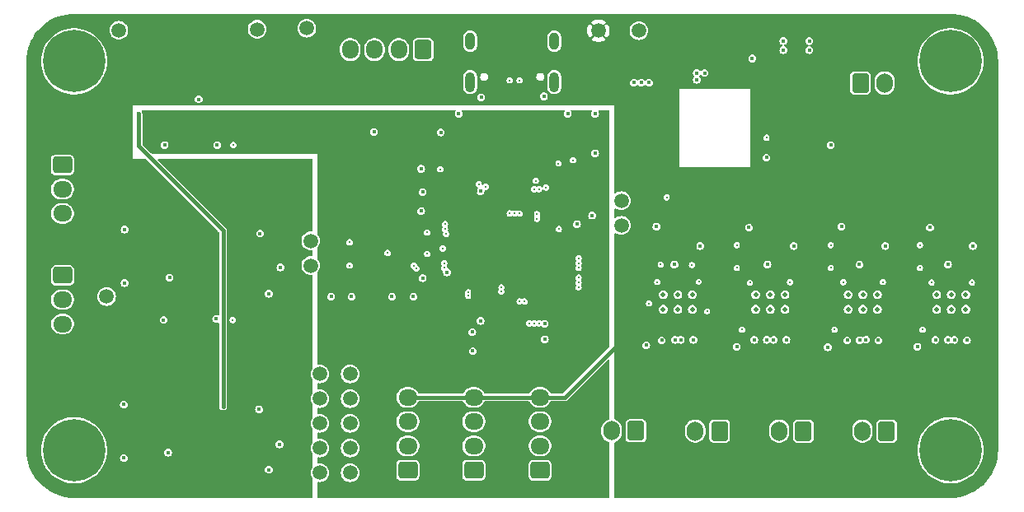
<source format=gbr>
%TF.GenerationSoftware,KiCad,Pcbnew,8.0.4*%
%TF.CreationDate,2025-01-25T12:58:36+01:00*%
%TF.ProjectId,OpenHand_v3,4f70656e-4861-46e6-945f-76332e6b6963,rev?*%
%TF.SameCoordinates,Original*%
%TF.FileFunction,Copper,L2,Inr*%
%TF.FilePolarity,Positive*%
%FSLAX46Y46*%
G04 Gerber Fmt 4.6, Leading zero omitted, Abs format (unit mm)*
G04 Created by KiCad (PCBNEW 8.0.4) date 2025-01-25 12:58:36*
%MOMM*%
%LPD*%
G01*
G04 APERTURE LIST*
G04 Aperture macros list*
%AMRoundRect*
0 Rectangle with rounded corners*
0 $1 Rounding radius*
0 $2 $3 $4 $5 $6 $7 $8 $9 X,Y pos of 4 corners*
0 Add a 4 corners polygon primitive as box body*
4,1,4,$2,$3,$4,$5,$6,$7,$8,$9,$2,$3,0*
0 Add four circle primitives for the rounded corners*
1,1,$1+$1,$2,$3*
1,1,$1+$1,$4,$5*
1,1,$1+$1,$6,$7*
1,1,$1+$1,$8,$9*
0 Add four rect primitives between the rounded corners*
20,1,$1+$1,$2,$3,$4,$5,0*
20,1,$1+$1,$4,$5,$6,$7,0*
20,1,$1+$1,$6,$7,$8,$9,0*
20,1,$1+$1,$8,$9,$2,$3,0*%
G04 Aperture macros list end*
%TA.AperFunction,ComponentPad*%
%ADD10C,0.800000*%
%TD*%
%TA.AperFunction,ComponentPad*%
%ADD11C,6.400000*%
%TD*%
%TA.AperFunction,ComponentPad*%
%ADD12RoundRect,0.250000X0.600000X0.750000X-0.600000X0.750000X-0.600000X-0.750000X0.600000X-0.750000X0*%
%TD*%
%TA.AperFunction,ComponentPad*%
%ADD13O,1.700000X2.000000*%
%TD*%
%TA.AperFunction,ComponentPad*%
%ADD14C,1.500000*%
%TD*%
%TA.AperFunction,ComponentPad*%
%ADD15O,1.950000X1.700000*%
%TD*%
%TA.AperFunction,ComponentPad*%
%ADD16RoundRect,0.250000X0.725000X-0.600000X0.725000X0.600000X-0.725000X0.600000X-0.725000X-0.600000X0*%
%TD*%
%TA.AperFunction,HeatsinkPad*%
%ADD17C,0.500000*%
%TD*%
%TA.AperFunction,ComponentPad*%
%ADD18RoundRect,0.250000X-0.600000X-0.750000X0.600000X-0.750000X0.600000X0.750000X-0.600000X0.750000X0*%
%TD*%
%TA.AperFunction,ComponentPad*%
%ADD19RoundRect,0.250000X0.600000X0.725000X-0.600000X0.725000X-0.600000X-0.725000X0.600000X-0.725000X0*%
%TD*%
%TA.AperFunction,ComponentPad*%
%ADD20O,1.700000X1.950000*%
%TD*%
%TA.AperFunction,ComponentPad*%
%ADD21RoundRect,0.250000X-0.725000X0.600000X-0.725000X-0.600000X0.725000X-0.600000X0.725000X0.600000X0*%
%TD*%
%TA.AperFunction,ComponentPad*%
%ADD22O,1.000000X2.100000*%
%TD*%
%TA.AperFunction,ComponentPad*%
%ADD23O,1.000000X1.800000*%
%TD*%
%TA.AperFunction,ViaPad*%
%ADD24C,0.400000*%
%TD*%
%TA.AperFunction,ViaPad*%
%ADD25C,0.250000*%
%TD*%
%TA.AperFunction,Conductor*%
%ADD26C,0.400000*%
%TD*%
G04 APERTURE END LIST*
D10*
%TO.N,GND*%
%TO.C,H4*%
X192600000Y-145000000D03*
X193302944Y-143302944D03*
X193302944Y-146697056D03*
X195000000Y-142600000D03*
D11*
X195000000Y-145000000D03*
D10*
X195000000Y-147400000D03*
X196697056Y-143302944D03*
X196697056Y-146697056D03*
X197400000Y-145000000D03*
%TD*%
D12*
%TO.N,MOTOR_01_N*%
%TO.C,J1*%
X171300000Y-143035000D03*
D13*
%TO.N,MOTOR_01_P*%
X168800000Y-143035000D03*
%TD*%
D14*
%TO.N,-5V*%
%TO.C,TP18*%
X109600000Y-101800000D03*
%TD*%
%TO.N,+5V*%
%TO.C,TP17*%
X158850000Y-101850000D03*
%TD*%
D15*
%TO.N,+5V*%
%TO.C,J15*%
X146050000Y-139550000D03*
%TO.N,MOTOR_02_ENCODER_A*%
X146050000Y-142050000D03*
%TO.N,MOTOR_02_ENCODER_B*%
X146050000Y-144550000D03*
D16*
%TO.N,GND*%
X146050000Y-147050000D03*
%TD*%
D14*
%TO.N,/PA2*%
%TO.C,TP37*%
X133350000Y-144780000D03*
%TD*%
D17*
%TO.N,GND*%
%TO.C,U10*%
X165500000Y-130500000D03*
X167000000Y-130500000D03*
X168500000Y-130500000D03*
X165500000Y-129000000D03*
X167000000Y-129000000D03*
X168500000Y-129000000D03*
%TD*%
D14*
%TO.N,GND*%
%TO.C,TP6*%
X108350000Y-129200000D03*
%TD*%
%TO.N,/PC14*%
%TO.C,TP14*%
X130250000Y-144780000D03*
%TD*%
D10*
%TO.N,GND*%
%TO.C,H1*%
X102600000Y-105000000D03*
X103302944Y-103302944D03*
X103302944Y-106697056D03*
X105000000Y-102600000D03*
D11*
X105000000Y-105000000D03*
D10*
X105000000Y-107400000D03*
X106697056Y-103302944D03*
X106697056Y-106697056D03*
X107400000Y-105000000D03*
%TD*%
D14*
%TO.N,/PB5*%
%TO.C,TP41*%
X133350000Y-142240000D03*
%TD*%
%TO.N,/PC5*%
%TO.C,TP1*%
X130250000Y-139700000D03*
%TD*%
%TO.N,UC_SDA*%
%TO.C,TP13*%
X129300000Y-123460000D03*
%TD*%
D13*
%TO.N,BAT_P*%
%TO.C,J3*%
X188250000Y-107232499D03*
D18*
%TO.N,GND*%
X185750000Y-107232499D03*
%TD*%
D14*
%TO.N,/PB3*%
%TO.C,TP39*%
X133350000Y-137160000D03*
%TD*%
%TO.N,/PB4*%
%TO.C,TP40*%
X133350000Y-139700000D03*
%TD*%
%TO.N,UC_TX*%
%TO.C,TP2*%
X161200000Y-121870000D03*
%TD*%
%TO.N,/PC13*%
%TO.C,TP4*%
X130250000Y-142240000D03*
%TD*%
%TO.N,/PA3*%
%TO.C,TP38*%
X133350000Y-147320000D03*
%TD*%
D13*
%TO.N,HAPTIC_P*%
%TO.C,J7*%
X160200000Y-143000000D03*
D12*
%TO.N,HAPTIC_N*%
X162700000Y-143000000D03*
%TD*%
D16*
%TO.N,GND*%
%TO.C,J16*%
X152850000Y-147050000D03*
D15*
%TO.N,MOTOR_03_ENCODER_B*%
X152850000Y-144550000D03*
%TO.N,MOTOR_03_ENCODER_A*%
X152850000Y-142050000D03*
%TO.N,+5V*%
X152850000Y-139550000D03*
%TD*%
D19*
%TO.N,GND*%
%TO.C,J12*%
X140850000Y-103800000D03*
D20*
%TO.N,SWCLK*%
X138350000Y-103800000D03*
%TO.N,SWDIO*%
X135850000Y-103800000D03*
%TO.N,+3V3*%
X133350000Y-103800000D03*
%TD*%
D14*
%TO.N,/PC4*%
%TO.C,TP5*%
X130250000Y-137160000D03*
%TD*%
%TO.N,UC_RX*%
%TO.C,TP3*%
X161200000Y-119330000D03*
%TD*%
D21*
%TO.N,GND*%
%TO.C,J11*%
X103820000Y-127010000D03*
D15*
%TO.N,EMG_02_P*%
X103820000Y-129510000D03*
%TO.N,EMG_02_N*%
X103820000Y-132010000D03*
%TD*%
D17*
%TO.N,GND*%
%TO.C,U8*%
X184500000Y-130500000D03*
X186000000Y-130500000D03*
X187500000Y-130500000D03*
X184500000Y-129000000D03*
X186000000Y-129000000D03*
X187500000Y-129000000D03*
%TD*%
%TO.N,GND*%
%TO.C,U9*%
X193580000Y-130500000D03*
X195080000Y-130500000D03*
X196580000Y-130500000D03*
X193580000Y-129000000D03*
X195080000Y-129000000D03*
X196580000Y-129000000D03*
%TD*%
D14*
%TO.N,/PC15*%
%TO.C,TP36*%
X130250000Y-147320000D03*
%TD*%
D10*
%TO.N,GND*%
%TO.C,H3*%
X102600000Y-145000000D03*
X103302944Y-143302944D03*
X103302944Y-146697056D03*
X105000000Y-142600000D03*
D11*
X105000000Y-145000000D03*
D10*
X105000000Y-147400000D03*
X106697056Y-143302944D03*
X106697056Y-146697056D03*
X107400000Y-145000000D03*
%TD*%
D14*
%TO.N,UC_SCL*%
%TO.C,TP12*%
X129300000Y-126000000D03*
%TD*%
D22*
%TO.N,unconnected-(J5-SHIELD-PadS1)_3*%
%TO.C,J5*%
X154320000Y-107125000D03*
D23*
%TO.N,unconnected-(J5-SHIELD-PadS1)_1*%
X154320000Y-102925000D03*
D22*
%TO.N,unconnected-(J5-SHIELD-PadS1)_2*%
X145680000Y-107125000D03*
D23*
%TO.N,unconnected-(J5-SHIELD-PadS1)*%
X145680000Y-102925000D03*
%TD*%
D17*
%TO.N,GND*%
%TO.C,U7*%
X175000000Y-130500000D03*
X176500000Y-130500000D03*
X178000000Y-130500000D03*
X175000000Y-129000000D03*
X176500000Y-129000000D03*
X178000000Y-129000000D03*
%TD*%
D12*
%TO.N,MOTOR_02_N*%
%TO.C,J2*%
X179900000Y-143035000D03*
D13*
%TO.N,MOTOR_02_P*%
X177400000Y-143035000D03*
%TD*%
D16*
%TO.N,GND*%
%TO.C,J14*%
X139275000Y-147050000D03*
D15*
%TO.N,MOTOR_01_ENCODER_B*%
X139275000Y-144550000D03*
%TO.N,MOTOR_01_ENCODER_A*%
X139275000Y-142050000D03*
%TO.N,+5V*%
X139275000Y-139550000D03*
%TD*%
D21*
%TO.N,GND*%
%TO.C,J8*%
X103803000Y-115655000D03*
D15*
%TO.N,EMG_01_P*%
X103803000Y-118155000D03*
%TO.N,EMG_01_N*%
X103803000Y-120655000D03*
%TD*%
D12*
%TO.N,MOTOR_03_N*%
%TO.C,J6*%
X188450000Y-143035000D03*
D13*
%TO.N,MOTOR_03_P*%
X185950000Y-143035000D03*
%TD*%
D14*
%TO.N,GND*%
%TO.C,TP8*%
X163000000Y-101850000D03*
%TD*%
D10*
%TO.N,GND*%
%TO.C,H2*%
X192600000Y-105000000D03*
X193302944Y-103302944D03*
X193302944Y-106697056D03*
X195000000Y-102600000D03*
D11*
X195000000Y-105000000D03*
D10*
X195000000Y-107400000D03*
X196697056Y-103302944D03*
X196697056Y-106697056D03*
X197400000Y-105000000D03*
%TD*%
D14*
%TO.N,+3V3*%
%TO.C,TP19*%
X123800000Y-101700000D03*
%TD*%
%TO.N,GND*%
%TO.C,TP7*%
X128900000Y-101600000D03*
%TD*%
D24*
%TO.N,MOTOR_01_N*%
X176150000Y-133650000D03*
X176850000Y-133650000D03*
D25*
%TO.N,UC_RST*%
X142600000Y-116100000D03*
X142850000Y-124250000D03*
D24*
%TO.N,+5V*%
X173000000Y-116400000D03*
X124650000Y-107100000D03*
X162100000Y-115300000D03*
X164600000Y-116150000D03*
X172500000Y-130350000D03*
X116400000Y-133800000D03*
X169300000Y-117050000D03*
X167300000Y-125850000D03*
X162100000Y-116150000D03*
X168200000Y-122850000D03*
X171950000Y-117100000D03*
X191100000Y-130300000D03*
X116000000Y-122500000D03*
X186350000Y-125950000D03*
X187200000Y-122850000D03*
X196200000Y-122850000D03*
X164600000Y-115300000D03*
X182000000Y-130400000D03*
X195400000Y-125950000D03*
X157600000Y-107400000D03*
X116300000Y-115700000D03*
X177800000Y-122850000D03*
X123800000Y-107100000D03*
X170550000Y-117100000D03*
X164600000Y-116650000D03*
X168400000Y-116450000D03*
X162100000Y-116700000D03*
X152400000Y-108700000D03*
X147600000Y-108700000D03*
X163000000Y-131950000D03*
X176850000Y-125900000D03*
X115900000Y-140500000D03*
%TO.N,-5V*%
X120300000Y-122400000D03*
X111600000Y-110400000D03*
X120300000Y-140500000D03*
%TO.N,GND*%
X163750000Y-134200000D03*
X176200000Y-125900000D03*
X153324999Y-131975001D03*
X194750000Y-125900000D03*
X144500000Y-110400000D03*
X110100000Y-140300000D03*
X145900000Y-132850000D03*
X166650000Y-125900000D03*
X182400000Y-134400000D03*
X119700000Y-113600000D03*
X168950000Y-106900000D03*
X131400000Y-129200000D03*
X176100000Y-114900000D03*
X110200000Y-127800000D03*
X180500000Y-102900000D03*
X158500000Y-114450000D03*
X137650000Y-129200000D03*
X162500000Y-107200000D03*
X180500000Y-103850000D03*
X168950000Y-106200000D03*
X164800000Y-122000000D03*
X158200000Y-120850000D03*
X174300000Y-122100000D03*
X110100000Y-145800000D03*
X177850000Y-103850000D03*
X146750000Y-118350000D03*
X139850000Y-129200000D03*
X140650000Y-120400000D03*
X182700000Y-113600000D03*
X178900000Y-124000000D03*
D25*
X154750000Y-115500000D03*
D24*
X140800000Y-127300000D03*
X114200000Y-131600000D03*
X119600000Y-131500000D03*
X177850000Y-102900000D03*
X126100000Y-144400000D03*
X124000000Y-140800000D03*
X114650000Y-145250000D03*
X153250000Y-108600000D03*
X153350000Y-133600000D03*
X183800000Y-122000000D03*
X197300000Y-124000000D03*
X173050000Y-134350000D03*
X114800000Y-127250000D03*
X145950000Y-134800000D03*
X143300000Y-126700000D03*
X188300000Y-124000000D03*
X192900000Y-122100000D03*
X114300000Y-113600000D03*
X146800000Y-108700000D03*
X191600000Y-134350000D03*
D25*
X141250000Y-122600000D03*
D24*
X155700000Y-110400000D03*
X117800000Y-108900000D03*
X185650000Y-125900000D03*
X140650000Y-116050000D03*
X125000000Y-147000000D03*
X140800000Y-118450000D03*
X169300000Y-124000000D03*
X164050000Y-107200000D03*
D25*
X141250000Y-124800000D03*
D24*
X169750000Y-106200000D03*
X125000000Y-128900000D03*
X174650000Y-104700000D03*
X163250000Y-107200000D03*
X124100000Y-122700000D03*
X158500000Y-110400000D03*
D25*
X137200000Y-124700000D03*
D24*
X110200000Y-122300000D03*
X146750000Y-131700000D03*
X133500000Y-129200000D03*
X126200000Y-126200000D03*
X156650000Y-121750000D03*
D25*
%TO.N,UC_SCL*%
X147300000Y-117900000D03*
X133300000Y-126000000D03*
%TO.N,UC_SDA*%
X133300000Y-123600000D03*
X146550000Y-117625000D03*
%TO.N,UC_RX*%
X152250000Y-118150000D03*
%TO.N,UC_TX*%
X152750000Y-118150000D03*
D24*
%TO.N,MOTOR_01_P*%
X178150000Y-133650000D03*
X174850000Y-133650000D03*
%TO.N,MOTOR_02_N*%
X185675000Y-133675000D03*
X186325000Y-133625000D03*
%TO.N,MOTOR_02_P*%
X184400000Y-133700000D03*
X187600000Y-133700000D03*
%TO.N,MOTOR_03_N*%
X194750000Y-133650000D03*
X195400000Y-133650000D03*
%TO.N,MOTOR_03_P*%
X196700000Y-133700000D03*
X193450000Y-133650000D03*
%TO.N,+3V3*%
X131800000Y-110750000D03*
X142500000Y-121050000D03*
X138650000Y-110800000D03*
X148400000Y-110400000D03*
X153750000Y-132800000D03*
X125950000Y-110600000D03*
X156250000Y-112650000D03*
X134400000Y-124800000D03*
X157750000Y-120350000D03*
X127200000Y-110600000D03*
X142650000Y-127600000D03*
X147100000Y-133750000D03*
X146250000Y-118350000D03*
D25*
%TO.N,USB_D-*%
X150750000Y-106950000D03*
X149750000Y-106950000D03*
%TO.N,TRIM_POT_01*%
X143000000Y-125750000D03*
D24*
X135800000Y-112250000D03*
%TO.N,TRIM_POT_02*%
X142650000Y-112300000D03*
D25*
X143000000Y-126249999D03*
%TO.N,EMG_02_UC*%
X121300000Y-131600000D03*
X140150000Y-126300000D03*
%TO.N,EMG_01_UC*%
X121350000Y-113600000D03*
X139900000Y-126000000D03*
%TO.N,MOTOR_01_EN*%
X173600000Y-132600000D03*
X151750000Y-131950000D03*
%TO.N,MOTOR_02_EN*%
X152250000Y-131950000D03*
X183100000Y-132600000D03*
%TO.N,MOTOR_03_EN*%
X192150000Y-132600000D03*
X152750000Y-131950000D03*
%TO.N,HAPTIC_EN*%
X152550000Y-120700000D03*
X164050000Y-129900000D03*
%TO.N,MOTOR_01_DIR*%
X174400000Y-127750000D03*
X156800000Y-128250000D03*
X173050000Y-126250000D03*
X178521425Y-127712657D03*
%TO.N,MOTOR_02_DIR*%
X183981096Y-127717667D03*
X156800000Y-127750000D03*
X188050000Y-127700000D03*
X182700000Y-126250000D03*
%TO.N,MOTOR_01_PWM*%
X173050000Y-123900000D03*
X156800000Y-126250000D03*
%TO.N,MOTOR_02_PWM*%
X182700000Y-123900000D03*
X156800000Y-125750000D03*
%TO.N,HAPTIC_FAULT*%
X152550000Y-121200000D03*
X170000000Y-130700000D03*
%TO.N,MOTOR_03_DIR*%
X197200000Y-127750000D03*
X156800000Y-127250000D03*
X193050000Y-127750000D03*
X191850000Y-126250000D03*
%TO.N,MOTOR_03_PWM*%
X191850000Y-123900000D03*
X156800000Y-125250000D03*
D24*
%TO.N,HAPTIC_P*%
X165350000Y-133700000D03*
X168600000Y-133650000D03*
%TO.N,HAPTIC_N*%
X166700000Y-133650000D03*
X167300000Y-133650000D03*
D25*
%TO.N,BTN*%
X156250000Y-115162500D03*
X152400000Y-117283363D03*
%TO.N,SWDIO*%
X154775000Y-122250000D03*
X153475000Y-117969454D03*
%TO.N,BATT_SENSE*%
X150750000Y-129700000D03*
X176100000Y-112850000D03*
%TO.N,VIN_5V_SENSE*%
X165850000Y-119000000D03*
X151250000Y-129700000D03*
%TO.N,HAPTIC_DIR*%
X164900000Y-127700000D03*
X169150000Y-127650000D03*
%TO.N,HAPTIC_PWM*%
X168450000Y-125950000D03*
X165250000Y-125900000D03*
%TO.N,/PC5*%
X148900000Y-128250000D03*
%TO.N,/PC13*%
X143100000Y-121750000D03*
%TO.N,/PC4*%
X148869455Y-128669455D03*
%TO.N,/PC14*%
X143100000Y-122250000D03*
%TO.N,/PC15*%
X143200000Y-122750000D03*
%TO.N,/PA2*%
X145450000Y-128750000D03*
%TO.N,/PA3*%
X145450000Y-129100000D03*
%TO.N,/PB3*%
X150750000Y-120650000D03*
%TO.N,/PB4*%
X150250000Y-120650000D03*
%TO.N,/PB5*%
X149750000Y-120650000D03*
%TD*%
D26*
%TO.N,+5V*%
X146050000Y-139550000D02*
X139275000Y-139550000D01*
X152850000Y-139550000D02*
X146050000Y-139550000D01*
X155400000Y-139550000D02*
X152850000Y-139550000D01*
X163000000Y-131950000D02*
X155400000Y-139550000D01*
%TO.N,-5V*%
X111600000Y-113700000D02*
X120300000Y-122400000D01*
X120300000Y-140500000D02*
X120300000Y-122400000D01*
X111600000Y-110400000D02*
X111600000Y-113700000D01*
%TD*%
%TA.AperFunction,Conductor*%
%TO.N,+5V*%
G36*
X195002152Y-100100593D02*
G01*
X195422716Y-100118956D01*
X195431296Y-100119706D01*
X195846505Y-100174370D01*
X195855010Y-100175870D01*
X195972778Y-100201978D01*
X196263872Y-100266512D01*
X196272187Y-100268739D01*
X196671605Y-100394676D01*
X196679721Y-100397630D01*
X197066634Y-100557895D01*
X197074446Y-100561537D01*
X197426683Y-100744901D01*
X197445910Y-100754910D01*
X197453390Y-100759228D01*
X197806598Y-100984246D01*
X197813672Y-100989200D01*
X198133347Y-101234495D01*
X198145912Y-101244136D01*
X198152513Y-101249675D01*
X198461302Y-101532627D01*
X198467372Y-101538697D01*
X198750322Y-101847484D01*
X198755863Y-101854087D01*
X199010799Y-102186327D01*
X199015753Y-102193401D01*
X199240771Y-102546609D01*
X199245089Y-102554089D01*
X199438458Y-102925546D01*
X199442108Y-102933373D01*
X199602369Y-103320278D01*
X199605323Y-103328394D01*
X199731255Y-103727796D01*
X199733490Y-103736139D01*
X199824129Y-104144989D01*
X199825629Y-104153494D01*
X199880291Y-104568691D01*
X199881044Y-104577295D01*
X199899406Y-104997847D01*
X199899500Y-105002165D01*
X199899500Y-144997834D01*
X199899406Y-145002152D01*
X199881044Y-145422704D01*
X199880291Y-145431308D01*
X199825629Y-145846505D01*
X199824129Y-145855010D01*
X199733490Y-146263860D01*
X199731255Y-146272203D01*
X199605323Y-146671605D01*
X199602369Y-146679721D01*
X199442108Y-147066626D01*
X199438458Y-147074453D01*
X199245089Y-147445910D01*
X199240771Y-147453390D01*
X199015753Y-147806598D01*
X199010799Y-147813672D01*
X198755863Y-148145912D01*
X198750313Y-148152526D01*
X198467383Y-148461290D01*
X198461290Y-148467383D01*
X198305999Y-148609682D01*
X198152528Y-148750312D01*
X198145912Y-148755863D01*
X197813672Y-149010799D01*
X197806598Y-149015753D01*
X197453390Y-149240771D01*
X197445910Y-149245089D01*
X197074453Y-149438458D01*
X197066626Y-149442108D01*
X196679721Y-149602369D01*
X196671605Y-149605323D01*
X196272203Y-149731255D01*
X196263860Y-149733490D01*
X195855010Y-149824129D01*
X195846505Y-149825629D01*
X195431308Y-149880291D01*
X195422704Y-149881044D01*
X195002153Y-149899406D01*
X194997835Y-149899500D01*
X160599000Y-149899500D01*
X160540809Y-149880593D01*
X160504845Y-149831093D01*
X160500000Y-149800500D01*
X160500000Y-145000000D01*
X191594506Y-145000000D01*
X191614468Y-145368197D01*
X191674126Y-145732087D01*
X191772768Y-146087365D01*
X191772772Y-146087376D01*
X191909255Y-146429927D01*
X191960118Y-146525864D01*
X192052530Y-146700172D01*
X192081981Y-146755721D01*
X192149741Y-146855658D01*
X192288910Y-147060917D01*
X192288914Y-147060922D01*
X192288915Y-147060923D01*
X192527622Y-147341951D01*
X192527632Y-147341961D01*
X192795326Y-147595535D01*
X192795330Y-147595538D01*
X193088881Y-147818690D01*
X193404838Y-148008795D01*
X193739497Y-148163625D01*
X194088934Y-148281364D01*
X194088939Y-148281365D01*
X194088942Y-148281366D01*
X194449047Y-148360631D01*
X194449048Y-148360631D01*
X194449052Y-148360632D01*
X194815630Y-148400500D01*
X195184370Y-148400500D01*
X195550948Y-148360632D01*
X195911057Y-148281366D01*
X195911058Y-148281366D01*
X195911060Y-148281365D01*
X195911066Y-148281364D01*
X196260503Y-148163625D01*
X196595162Y-148008795D01*
X196911119Y-147818690D01*
X197204670Y-147595538D01*
X197472373Y-147341956D01*
X197711090Y-147060917D01*
X197918022Y-146755716D01*
X198090743Y-146429930D01*
X198227227Y-146087379D01*
X198325875Y-145732081D01*
X198385531Y-145368199D01*
X198405494Y-145000000D01*
X198385531Y-144631801D01*
X198325875Y-144267919D01*
X198295948Y-144160130D01*
X198227231Y-143912634D01*
X198227229Y-143912629D01*
X198227227Y-143912621D01*
X198090743Y-143570070D01*
X197918022Y-143244284D01*
X197711090Y-142939083D01*
X197638818Y-142853998D01*
X197472377Y-142658048D01*
X197472367Y-142658038D01*
X197204673Y-142404464D01*
X196911123Y-142181313D01*
X196911122Y-142181312D01*
X196911119Y-142181310D01*
X196595162Y-141991205D01*
X196480226Y-141938029D01*
X196260508Y-141836377D01*
X196260505Y-141836376D01*
X196260503Y-141836375D01*
X195911066Y-141718636D01*
X195911065Y-141718635D01*
X195911057Y-141718633D01*
X195550952Y-141639368D01*
X195550953Y-141639368D01*
X195184370Y-141599500D01*
X194815630Y-141599500D01*
X194449046Y-141639368D01*
X194088943Y-141718633D01*
X194088941Y-141718633D01*
X193739491Y-141836377D01*
X193404846Y-141991201D01*
X193404840Y-141991204D01*
X193404838Y-141991205D01*
X193115488Y-142165301D01*
X193088881Y-142181310D01*
X193088876Y-142181313D01*
X192795326Y-142404464D01*
X192527632Y-142658038D01*
X192527622Y-142658048D01*
X192288915Y-142939076D01*
X192288908Y-142939086D01*
X192081981Y-143244278D01*
X191909255Y-143570072D01*
X191772772Y-143912623D01*
X191772768Y-143912634D01*
X191674126Y-144267912D01*
X191614468Y-144631802D01*
X191594506Y-145000000D01*
X160500000Y-145000000D01*
X160500000Y-144228938D01*
X160518907Y-144170747D01*
X160561113Y-144137474D01*
X160697598Y-144080941D01*
X160869655Y-143965977D01*
X161015977Y-143819655D01*
X161130941Y-143647598D01*
X161210130Y-143456420D01*
X161250500Y-143253465D01*
X161250500Y-142746535D01*
X161210130Y-142543580D01*
X161130941Y-142352402D01*
X161026254Y-142195725D01*
X161649500Y-142195725D01*
X161649500Y-143804274D01*
X161652353Y-143834694D01*
X161652355Y-143834703D01*
X161697207Y-143962883D01*
X161777845Y-144072144D01*
X161777847Y-144072146D01*
X161777850Y-144072150D01*
X161777853Y-144072152D01*
X161777855Y-144072154D01*
X161887116Y-144152792D01*
X161887117Y-144152792D01*
X161887118Y-144152793D01*
X162015301Y-144197646D01*
X162045725Y-144200499D01*
X162045727Y-144200500D01*
X162045734Y-144200500D01*
X163354273Y-144200500D01*
X163354273Y-144200499D01*
X163384699Y-144197646D01*
X163512882Y-144152793D01*
X163622150Y-144072150D01*
X163702793Y-143962882D01*
X163747646Y-143834699D01*
X163750499Y-143804273D01*
X163750500Y-143804273D01*
X163750500Y-142781532D01*
X167749500Y-142781532D01*
X167749500Y-143288467D01*
X167789869Y-143491418D01*
X167869058Y-143682597D01*
X167976404Y-143843253D01*
X167984023Y-143854655D01*
X168130345Y-144000977D01*
X168302402Y-144115941D01*
X168493580Y-144195130D01*
X168696535Y-144235500D01*
X168696536Y-144235500D01*
X168903464Y-144235500D01*
X168903465Y-144235500D01*
X169106420Y-144195130D01*
X169297598Y-144115941D01*
X169469655Y-144000977D01*
X169615977Y-143854655D01*
X169730941Y-143682598D01*
X169810130Y-143491420D01*
X169850500Y-143288465D01*
X169850500Y-142781535D01*
X169810130Y-142578580D01*
X169730941Y-142387402D01*
X169626254Y-142230725D01*
X170249500Y-142230725D01*
X170249500Y-143839274D01*
X170252353Y-143869694D01*
X170252355Y-143869703D01*
X170297207Y-143997883D01*
X170377845Y-144107144D01*
X170377847Y-144107146D01*
X170377850Y-144107150D01*
X170377853Y-144107152D01*
X170377855Y-144107154D01*
X170487116Y-144187792D01*
X170487117Y-144187792D01*
X170487118Y-144187793D01*
X170615301Y-144232646D01*
X170645725Y-144235499D01*
X170645727Y-144235500D01*
X170645734Y-144235500D01*
X171954273Y-144235500D01*
X171954273Y-144235499D01*
X171984699Y-144232646D01*
X172112882Y-144187793D01*
X172222150Y-144107150D01*
X172302793Y-143997882D01*
X172347646Y-143869699D01*
X172350499Y-143839273D01*
X172350500Y-143839273D01*
X172350500Y-142781532D01*
X176349500Y-142781532D01*
X176349500Y-143288467D01*
X176389869Y-143491418D01*
X176469058Y-143682597D01*
X176576404Y-143843253D01*
X176584023Y-143854655D01*
X176730345Y-144000977D01*
X176902402Y-144115941D01*
X177093580Y-144195130D01*
X177296535Y-144235500D01*
X177296536Y-144235500D01*
X177503464Y-144235500D01*
X177503465Y-144235500D01*
X177706420Y-144195130D01*
X177897598Y-144115941D01*
X178069655Y-144000977D01*
X178215977Y-143854655D01*
X178330941Y-143682598D01*
X178410130Y-143491420D01*
X178450500Y-143288465D01*
X178450500Y-142781535D01*
X178410130Y-142578580D01*
X178330941Y-142387402D01*
X178226254Y-142230725D01*
X178849500Y-142230725D01*
X178849500Y-143839274D01*
X178852353Y-143869694D01*
X178852355Y-143869703D01*
X178897207Y-143997883D01*
X178977845Y-144107144D01*
X178977847Y-144107146D01*
X178977850Y-144107150D01*
X178977853Y-144107152D01*
X178977855Y-144107154D01*
X179087116Y-144187792D01*
X179087117Y-144187792D01*
X179087118Y-144187793D01*
X179215301Y-144232646D01*
X179245725Y-144235499D01*
X179245727Y-144235500D01*
X179245734Y-144235500D01*
X180554273Y-144235500D01*
X180554273Y-144235499D01*
X180584699Y-144232646D01*
X180712882Y-144187793D01*
X180822150Y-144107150D01*
X180902793Y-143997882D01*
X180947646Y-143869699D01*
X180950499Y-143839273D01*
X180950500Y-143839273D01*
X180950500Y-142781532D01*
X184899500Y-142781532D01*
X184899500Y-143288467D01*
X184939869Y-143491418D01*
X185019058Y-143682597D01*
X185126404Y-143843253D01*
X185134023Y-143854655D01*
X185280345Y-144000977D01*
X185452402Y-144115941D01*
X185643580Y-144195130D01*
X185846535Y-144235500D01*
X185846536Y-144235500D01*
X186053464Y-144235500D01*
X186053465Y-144235500D01*
X186256420Y-144195130D01*
X186447598Y-144115941D01*
X186619655Y-144000977D01*
X186765977Y-143854655D01*
X186880941Y-143682598D01*
X186960130Y-143491420D01*
X187000500Y-143288465D01*
X187000500Y-142781535D01*
X186960130Y-142578580D01*
X186880941Y-142387402D01*
X186776254Y-142230725D01*
X187399500Y-142230725D01*
X187399500Y-143839274D01*
X187402353Y-143869694D01*
X187402355Y-143869703D01*
X187447207Y-143997883D01*
X187527845Y-144107144D01*
X187527847Y-144107146D01*
X187527850Y-144107150D01*
X187527853Y-144107152D01*
X187527855Y-144107154D01*
X187637116Y-144187792D01*
X187637117Y-144187792D01*
X187637118Y-144187793D01*
X187765301Y-144232646D01*
X187795725Y-144235499D01*
X187795727Y-144235500D01*
X187795734Y-144235500D01*
X189104273Y-144235500D01*
X189104273Y-144235499D01*
X189134699Y-144232646D01*
X189262882Y-144187793D01*
X189372150Y-144107150D01*
X189452793Y-143997882D01*
X189497646Y-143869699D01*
X189500499Y-143839273D01*
X189500500Y-143839273D01*
X189500500Y-142230727D01*
X189500499Y-142230725D01*
X189497646Y-142200305D01*
X189497646Y-142200301D01*
X189452793Y-142072118D01*
X189439177Y-142053669D01*
X189372154Y-141962855D01*
X189372152Y-141962853D01*
X189372150Y-141962850D01*
X189372146Y-141962847D01*
X189372144Y-141962845D01*
X189262883Y-141882207D01*
X189134703Y-141837355D01*
X189134694Y-141837353D01*
X189104274Y-141834500D01*
X189104266Y-141834500D01*
X187795734Y-141834500D01*
X187795725Y-141834500D01*
X187765305Y-141837353D01*
X187765296Y-141837355D01*
X187637116Y-141882207D01*
X187527855Y-141962845D01*
X187527845Y-141962855D01*
X187447207Y-142072116D01*
X187402355Y-142200296D01*
X187402353Y-142200305D01*
X187399500Y-142230725D01*
X186776254Y-142230725D01*
X186765977Y-142215345D01*
X186619655Y-142069023D01*
X186619651Y-142069020D01*
X186447597Y-141954058D01*
X186256418Y-141874869D01*
X186053467Y-141834500D01*
X186053465Y-141834500D01*
X185846535Y-141834500D01*
X185846532Y-141834500D01*
X185643581Y-141874869D01*
X185452402Y-141954058D01*
X185280348Y-142069020D01*
X185134020Y-142215348D01*
X185019058Y-142387402D01*
X184939869Y-142578581D01*
X184899500Y-142781532D01*
X180950500Y-142781532D01*
X180950500Y-142230727D01*
X180950499Y-142230725D01*
X180947646Y-142200305D01*
X180947646Y-142200301D01*
X180902793Y-142072118D01*
X180889177Y-142053669D01*
X180822154Y-141962855D01*
X180822152Y-141962853D01*
X180822150Y-141962850D01*
X180822146Y-141962847D01*
X180822144Y-141962845D01*
X180712883Y-141882207D01*
X180584703Y-141837355D01*
X180584694Y-141837353D01*
X180554274Y-141834500D01*
X180554266Y-141834500D01*
X179245734Y-141834500D01*
X179245725Y-141834500D01*
X179215305Y-141837353D01*
X179215296Y-141837355D01*
X179087116Y-141882207D01*
X178977855Y-141962845D01*
X178977845Y-141962855D01*
X178897207Y-142072116D01*
X178852355Y-142200296D01*
X178852353Y-142200305D01*
X178849500Y-142230725D01*
X178226254Y-142230725D01*
X178215977Y-142215345D01*
X178069655Y-142069023D01*
X178069651Y-142069020D01*
X177897597Y-141954058D01*
X177706418Y-141874869D01*
X177503467Y-141834500D01*
X177503465Y-141834500D01*
X177296535Y-141834500D01*
X177296532Y-141834500D01*
X177093581Y-141874869D01*
X176902402Y-141954058D01*
X176730348Y-142069020D01*
X176584020Y-142215348D01*
X176469058Y-142387402D01*
X176389869Y-142578581D01*
X176349500Y-142781532D01*
X172350500Y-142781532D01*
X172350500Y-142230727D01*
X172350499Y-142230725D01*
X172347646Y-142200305D01*
X172347646Y-142200301D01*
X172302793Y-142072118D01*
X172289177Y-142053669D01*
X172222154Y-141962855D01*
X172222152Y-141962853D01*
X172222150Y-141962850D01*
X172222146Y-141962847D01*
X172222144Y-141962845D01*
X172112883Y-141882207D01*
X171984703Y-141837355D01*
X171984694Y-141837353D01*
X171954274Y-141834500D01*
X171954266Y-141834500D01*
X170645734Y-141834500D01*
X170645725Y-141834500D01*
X170615305Y-141837353D01*
X170615296Y-141837355D01*
X170487116Y-141882207D01*
X170377855Y-141962845D01*
X170377845Y-141962855D01*
X170297207Y-142072116D01*
X170252355Y-142200296D01*
X170252353Y-142200305D01*
X170249500Y-142230725D01*
X169626254Y-142230725D01*
X169615977Y-142215345D01*
X169469655Y-142069023D01*
X169469651Y-142069020D01*
X169297597Y-141954058D01*
X169106418Y-141874869D01*
X168903467Y-141834500D01*
X168903465Y-141834500D01*
X168696535Y-141834500D01*
X168696532Y-141834500D01*
X168493581Y-141874869D01*
X168302402Y-141954058D01*
X168130348Y-142069020D01*
X167984020Y-142215348D01*
X167869058Y-142387402D01*
X167789869Y-142578581D01*
X167749500Y-142781532D01*
X163750500Y-142781532D01*
X163750500Y-142195727D01*
X163750499Y-142195725D01*
X163747646Y-142165301D01*
X163702793Y-142037118D01*
X163668907Y-141991204D01*
X163622154Y-141927855D01*
X163622152Y-141927853D01*
X163622150Y-141927850D01*
X163622146Y-141927847D01*
X163622144Y-141927845D01*
X163512883Y-141847207D01*
X163384703Y-141802355D01*
X163384694Y-141802353D01*
X163354274Y-141799500D01*
X163354266Y-141799500D01*
X162045734Y-141799500D01*
X162045725Y-141799500D01*
X162015305Y-141802353D01*
X162015296Y-141802355D01*
X161887116Y-141847207D01*
X161777855Y-141927845D01*
X161777845Y-141927855D01*
X161697207Y-142037116D01*
X161652355Y-142165296D01*
X161652353Y-142165305D01*
X161649500Y-142195725D01*
X161026254Y-142195725D01*
X161015977Y-142180345D01*
X160869655Y-142034023D01*
X160805573Y-141991205D01*
X160697597Y-141919058D01*
X160561114Y-141862524D01*
X160514588Y-141822787D01*
X160500000Y-141771060D01*
X160500000Y-134199999D01*
X163344508Y-134199999D01*
X163344508Y-134200000D01*
X163364354Y-134325303D01*
X163364355Y-134325307D01*
X163376937Y-134350000D01*
X163421950Y-134438342D01*
X163511658Y-134528050D01*
X163624696Y-134585646D01*
X163750000Y-134605492D01*
X163875304Y-134585646D01*
X163988342Y-134528050D01*
X164078050Y-134438342D01*
X164123063Y-134349999D01*
X172644508Y-134349999D01*
X172644508Y-134350000D01*
X172664354Y-134475303D01*
X172664355Y-134475307D01*
X172708354Y-134561658D01*
X172721950Y-134588342D01*
X172811658Y-134678050D01*
X172924696Y-134735646D01*
X173050000Y-134755492D01*
X173175304Y-134735646D01*
X173288342Y-134678050D01*
X173378050Y-134588342D01*
X173435646Y-134475304D01*
X173447573Y-134399999D01*
X181994508Y-134399999D01*
X181994508Y-134400000D01*
X182014354Y-134525303D01*
X182014355Y-134525307D01*
X182055212Y-134605492D01*
X182071950Y-134638342D01*
X182161658Y-134728050D01*
X182274696Y-134785646D01*
X182400000Y-134805492D01*
X182525304Y-134785646D01*
X182638342Y-134728050D01*
X182728050Y-134638342D01*
X182785646Y-134525304D01*
X182805492Y-134400000D01*
X182797573Y-134349999D01*
X191194508Y-134349999D01*
X191194508Y-134350000D01*
X191214354Y-134475303D01*
X191214355Y-134475307D01*
X191258354Y-134561658D01*
X191271950Y-134588342D01*
X191361658Y-134678050D01*
X191474696Y-134735646D01*
X191600000Y-134755492D01*
X191725304Y-134735646D01*
X191838342Y-134678050D01*
X191928050Y-134588342D01*
X191985646Y-134475304D01*
X192005492Y-134350000D01*
X191985646Y-134224696D01*
X191928050Y-134111658D01*
X191838342Y-134021950D01*
X191801245Y-134003048D01*
X191725307Y-133964355D01*
X191725304Y-133964354D01*
X191600000Y-133944508D01*
X191474696Y-133964354D01*
X191474692Y-133964355D01*
X191361659Y-134021949D01*
X191271949Y-134111659D01*
X191214355Y-134224692D01*
X191214354Y-134224696D01*
X191194508Y-134349999D01*
X182797573Y-134349999D01*
X182785646Y-134274696D01*
X182728050Y-134161658D01*
X182638342Y-134071950D01*
X182567088Y-134035644D01*
X182525307Y-134014355D01*
X182525304Y-134014354D01*
X182400000Y-133994508D01*
X182274696Y-134014354D01*
X182274692Y-134014355D01*
X182161659Y-134071949D01*
X182071949Y-134161659D01*
X182014355Y-134274692D01*
X182014354Y-134274696D01*
X181994508Y-134399999D01*
X173447573Y-134399999D01*
X173455492Y-134350000D01*
X173435646Y-134224696D01*
X173378050Y-134111658D01*
X173288342Y-134021950D01*
X173251245Y-134003048D01*
X173175307Y-133964355D01*
X173175304Y-133964354D01*
X173050000Y-133944508D01*
X172924696Y-133964354D01*
X172924692Y-133964355D01*
X172811659Y-134021949D01*
X172721949Y-134111659D01*
X172664355Y-134224692D01*
X172664354Y-134224696D01*
X172644508Y-134349999D01*
X164123063Y-134349999D01*
X164135646Y-134325304D01*
X164155492Y-134200000D01*
X164135646Y-134074696D01*
X164078050Y-133961658D01*
X163988342Y-133871950D01*
X163971444Y-133863340D01*
X163875307Y-133814355D01*
X163875304Y-133814354D01*
X163750000Y-133794508D01*
X163624696Y-133814354D01*
X163624692Y-133814355D01*
X163511659Y-133871949D01*
X163421949Y-133961659D01*
X163364355Y-134074692D01*
X163364354Y-134074696D01*
X163344508Y-134199999D01*
X160500000Y-134199999D01*
X160500000Y-133700000D01*
X164944508Y-133700000D01*
X164960394Y-133800304D01*
X164964354Y-133825303D01*
X164964355Y-133825307D01*
X165006805Y-133908618D01*
X165021950Y-133938342D01*
X165111658Y-134028050D01*
X165224696Y-134085646D01*
X165350000Y-134105492D01*
X165475304Y-134085646D01*
X165588342Y-134028050D01*
X165678050Y-133938342D01*
X165735646Y-133825304D01*
X165755492Y-133700000D01*
X165747573Y-133650000D01*
X166294508Y-133650000D01*
X166310394Y-133750304D01*
X166314354Y-133775303D01*
X166314355Y-133775307D01*
X166359211Y-133863340D01*
X166371950Y-133888342D01*
X166461658Y-133978050D01*
X166574696Y-134035646D01*
X166700000Y-134055492D01*
X166825304Y-134035646D01*
X166938342Y-133978050D01*
X166938348Y-133978043D01*
X166941810Y-133975530D01*
X167000000Y-133956623D01*
X167058190Y-133975530D01*
X167061654Y-133978046D01*
X167061658Y-133978050D01*
X167174696Y-134035646D01*
X167300000Y-134055492D01*
X167425304Y-134035646D01*
X167538342Y-133978050D01*
X167628050Y-133888342D01*
X167685646Y-133775304D01*
X167705492Y-133650000D01*
X168194508Y-133650000D01*
X168210394Y-133750304D01*
X168214354Y-133775303D01*
X168214355Y-133775307D01*
X168259211Y-133863340D01*
X168271950Y-133888342D01*
X168361658Y-133978050D01*
X168474696Y-134035646D01*
X168600000Y-134055492D01*
X168725304Y-134035646D01*
X168838342Y-133978050D01*
X168928050Y-133888342D01*
X168985646Y-133775304D01*
X169005492Y-133650000D01*
X174444508Y-133650000D01*
X174460394Y-133750304D01*
X174464354Y-133775303D01*
X174464355Y-133775307D01*
X174509211Y-133863340D01*
X174521950Y-133888342D01*
X174611658Y-133978050D01*
X174724696Y-134035646D01*
X174850000Y-134055492D01*
X174975304Y-134035646D01*
X175088342Y-133978050D01*
X175178050Y-133888342D01*
X175235646Y-133775304D01*
X175255492Y-133650000D01*
X175744508Y-133650000D01*
X175760394Y-133750304D01*
X175764354Y-133775303D01*
X175764355Y-133775307D01*
X175809211Y-133863340D01*
X175821950Y-133888342D01*
X175911658Y-133978050D01*
X176024696Y-134035646D01*
X176150000Y-134055492D01*
X176275304Y-134035646D01*
X176388342Y-133978050D01*
X176429998Y-133936393D01*
X176484513Y-133908618D01*
X176544945Y-133918189D01*
X176570000Y-133936392D01*
X176611658Y-133978050D01*
X176724696Y-134035646D01*
X176850000Y-134055492D01*
X176975304Y-134035646D01*
X177088342Y-133978050D01*
X177178050Y-133888342D01*
X177235646Y-133775304D01*
X177255492Y-133650000D01*
X177744508Y-133650000D01*
X177760394Y-133750304D01*
X177764354Y-133775303D01*
X177764355Y-133775307D01*
X177809211Y-133863340D01*
X177821950Y-133888342D01*
X177911658Y-133978050D01*
X178024696Y-134035646D01*
X178150000Y-134055492D01*
X178275304Y-134035646D01*
X178388342Y-133978050D01*
X178478050Y-133888342D01*
X178535646Y-133775304D01*
X178547573Y-133700000D01*
X183994508Y-133700000D01*
X184010394Y-133800304D01*
X184014354Y-133825303D01*
X184014355Y-133825307D01*
X184056805Y-133908618D01*
X184071950Y-133938342D01*
X184161658Y-134028050D01*
X184274696Y-134085646D01*
X184400000Y-134105492D01*
X184525304Y-134085646D01*
X184638342Y-134028050D01*
X184728050Y-133938342D01*
X184785646Y-133825304D01*
X184805492Y-133700000D01*
X184801532Y-133675000D01*
X185269508Y-133675000D01*
X185285394Y-133775304D01*
X185289354Y-133800303D01*
X185289355Y-133800307D01*
X185332132Y-133884260D01*
X185346950Y-133913342D01*
X185436658Y-134003050D01*
X185549696Y-134060646D01*
X185675000Y-134080492D01*
X185800304Y-134060646D01*
X185913342Y-134003050D01*
X185955447Y-133960944D01*
X186009961Y-133933168D01*
X186070393Y-133942739D01*
X186083641Y-133950857D01*
X186086656Y-133953048D01*
X186086658Y-133953050D01*
X186086660Y-133953051D01*
X186168023Y-133994508D01*
X186199696Y-134010646D01*
X186325000Y-134030492D01*
X186450304Y-134010646D01*
X186563342Y-133953050D01*
X186653050Y-133863342D01*
X186710646Y-133750304D01*
X186718613Y-133700000D01*
X187194508Y-133700000D01*
X187210394Y-133800304D01*
X187214354Y-133825303D01*
X187214355Y-133825307D01*
X187256805Y-133908618D01*
X187271950Y-133938342D01*
X187361658Y-134028050D01*
X187474696Y-134085646D01*
X187600000Y-134105492D01*
X187725304Y-134085646D01*
X187838342Y-134028050D01*
X187928050Y-133938342D01*
X187985646Y-133825304D01*
X188005492Y-133700000D01*
X187997573Y-133650000D01*
X193044508Y-133650000D01*
X193060394Y-133750304D01*
X193064354Y-133775303D01*
X193064355Y-133775307D01*
X193109211Y-133863340D01*
X193121950Y-133888342D01*
X193211658Y-133978050D01*
X193324696Y-134035646D01*
X193450000Y-134055492D01*
X193575304Y-134035646D01*
X193688342Y-133978050D01*
X193778050Y-133888342D01*
X193835646Y-133775304D01*
X193855492Y-133650000D01*
X194344508Y-133650000D01*
X194360394Y-133750304D01*
X194364354Y-133775303D01*
X194364355Y-133775307D01*
X194409211Y-133863340D01*
X194421950Y-133888342D01*
X194511658Y-133978050D01*
X194624696Y-134035646D01*
X194750000Y-134055492D01*
X194875304Y-134035646D01*
X194988342Y-133978050D01*
X195004998Y-133961393D01*
X195059513Y-133933618D01*
X195119945Y-133943189D01*
X195145000Y-133961392D01*
X195161658Y-133978050D01*
X195274696Y-134035646D01*
X195400000Y-134055492D01*
X195525304Y-134035646D01*
X195638342Y-133978050D01*
X195728050Y-133888342D01*
X195785646Y-133775304D01*
X195797573Y-133700000D01*
X196294508Y-133700000D01*
X196310394Y-133800304D01*
X196314354Y-133825303D01*
X196314355Y-133825307D01*
X196356805Y-133908618D01*
X196371950Y-133938342D01*
X196461658Y-134028050D01*
X196574696Y-134085646D01*
X196700000Y-134105492D01*
X196825304Y-134085646D01*
X196938342Y-134028050D01*
X197028050Y-133938342D01*
X197085646Y-133825304D01*
X197105492Y-133700000D01*
X197085646Y-133574696D01*
X197028050Y-133461658D01*
X196938342Y-133371950D01*
X196934406Y-133369944D01*
X196825307Y-133314355D01*
X196825304Y-133314354D01*
X196700000Y-133294508D01*
X196574696Y-133314354D01*
X196574692Y-133314355D01*
X196461659Y-133371949D01*
X196371949Y-133461659D01*
X196314355Y-133574692D01*
X196314354Y-133574696D01*
X196298468Y-133675000D01*
X196294508Y-133700000D01*
X195797573Y-133700000D01*
X195805492Y-133650000D01*
X195785646Y-133524696D01*
X195728050Y-133411658D01*
X195638342Y-133321950D01*
X195589275Y-133296949D01*
X195525307Y-133264355D01*
X195525304Y-133264354D01*
X195400000Y-133244508D01*
X195274696Y-133264354D01*
X195274692Y-133264355D01*
X195161658Y-133321950D01*
X195161655Y-133321952D01*
X195145002Y-133338605D01*
X195090485Y-133366381D01*
X195030053Y-133356809D01*
X195004998Y-133338605D01*
X194988344Y-133321952D01*
X194988342Y-133321950D01*
X194924369Y-133289354D01*
X194875307Y-133264355D01*
X194875304Y-133264354D01*
X194750000Y-133244508D01*
X194624696Y-133264354D01*
X194624692Y-133264355D01*
X194511659Y-133321949D01*
X194421949Y-133411659D01*
X194364355Y-133524692D01*
X194364354Y-133524696D01*
X194348468Y-133625000D01*
X194344508Y-133650000D01*
X193855492Y-133650000D01*
X193835646Y-133524696D01*
X193778050Y-133411658D01*
X193688342Y-133321950D01*
X193639275Y-133296949D01*
X193575307Y-133264355D01*
X193575304Y-133264354D01*
X193450000Y-133244508D01*
X193324696Y-133264354D01*
X193324692Y-133264355D01*
X193211659Y-133321949D01*
X193121949Y-133411659D01*
X193064355Y-133524692D01*
X193064354Y-133524696D01*
X193048468Y-133625000D01*
X193044508Y-133650000D01*
X187997573Y-133650000D01*
X187985646Y-133574696D01*
X187928050Y-133461658D01*
X187838342Y-133371950D01*
X187834406Y-133369944D01*
X187725307Y-133314355D01*
X187725304Y-133314354D01*
X187600000Y-133294508D01*
X187474696Y-133314354D01*
X187474692Y-133314355D01*
X187361659Y-133371949D01*
X187271949Y-133461659D01*
X187214355Y-133574692D01*
X187214354Y-133574696D01*
X187198468Y-133675000D01*
X187194508Y-133700000D01*
X186718613Y-133700000D01*
X186730492Y-133625000D01*
X186710646Y-133499696D01*
X186653050Y-133386658D01*
X186563342Y-133296950D01*
X186514277Y-133271950D01*
X186450307Y-133239355D01*
X186450304Y-133239354D01*
X186325000Y-133219508D01*
X186199696Y-133239354D01*
X186199692Y-133239355D01*
X186086658Y-133296950D01*
X186086656Y-133296951D01*
X186044553Y-133339054D01*
X185990036Y-133366831D01*
X185929604Y-133357259D01*
X185916360Y-133349143D01*
X185913342Y-133346950D01*
X185800307Y-133289355D01*
X185800304Y-133289354D01*
X185675000Y-133269508D01*
X185549696Y-133289354D01*
X185549692Y-133289355D01*
X185436659Y-133346949D01*
X185346949Y-133436659D01*
X185289355Y-133549692D01*
X185289354Y-133549696D01*
X185273468Y-133650000D01*
X185269508Y-133675000D01*
X184801532Y-133675000D01*
X184785646Y-133574696D01*
X184728050Y-133461658D01*
X184638342Y-133371950D01*
X184634406Y-133369944D01*
X184525307Y-133314355D01*
X184525304Y-133314354D01*
X184400000Y-133294508D01*
X184274696Y-133314354D01*
X184274692Y-133314355D01*
X184161659Y-133371949D01*
X184071949Y-133461659D01*
X184014355Y-133574692D01*
X184014354Y-133574696D01*
X183998468Y-133675000D01*
X183994508Y-133700000D01*
X178547573Y-133700000D01*
X178555492Y-133650000D01*
X178535646Y-133524696D01*
X178478050Y-133411658D01*
X178388342Y-133321950D01*
X178339275Y-133296949D01*
X178275307Y-133264355D01*
X178275304Y-133264354D01*
X178150000Y-133244508D01*
X178024696Y-133264354D01*
X178024692Y-133264355D01*
X177911659Y-133321949D01*
X177821949Y-133411659D01*
X177764355Y-133524692D01*
X177764354Y-133524696D01*
X177748468Y-133625000D01*
X177744508Y-133650000D01*
X177255492Y-133650000D01*
X177235646Y-133524696D01*
X177178050Y-133411658D01*
X177088342Y-133321950D01*
X177039275Y-133296949D01*
X176975307Y-133264355D01*
X176975304Y-133264354D01*
X176850000Y-133244508D01*
X176724696Y-133264354D01*
X176724692Y-133264355D01*
X176611659Y-133321949D01*
X176611658Y-133321949D01*
X176611658Y-133321950D01*
X176570001Y-133363606D01*
X176515487Y-133391382D01*
X176455055Y-133381811D01*
X176429999Y-133363607D01*
X176388342Y-133321950D01*
X176339275Y-133296949D01*
X176275307Y-133264355D01*
X176275304Y-133264354D01*
X176150000Y-133244508D01*
X176024696Y-133264354D01*
X176024692Y-133264355D01*
X175911659Y-133321949D01*
X175821949Y-133411659D01*
X175764355Y-133524692D01*
X175764354Y-133524696D01*
X175748468Y-133625000D01*
X175744508Y-133650000D01*
X175255492Y-133650000D01*
X175235646Y-133524696D01*
X175178050Y-133411658D01*
X175088342Y-133321950D01*
X175039275Y-133296949D01*
X174975307Y-133264355D01*
X174975304Y-133264354D01*
X174850000Y-133244508D01*
X174724696Y-133264354D01*
X174724692Y-133264355D01*
X174611659Y-133321949D01*
X174521949Y-133411659D01*
X174464355Y-133524692D01*
X174464354Y-133524696D01*
X174448468Y-133625000D01*
X174444508Y-133650000D01*
X169005492Y-133650000D01*
X168985646Y-133524696D01*
X168928050Y-133411658D01*
X168838342Y-133321950D01*
X168789275Y-133296949D01*
X168725307Y-133264355D01*
X168725304Y-133264354D01*
X168600000Y-133244508D01*
X168474696Y-133264354D01*
X168474692Y-133264355D01*
X168361659Y-133321949D01*
X168271949Y-133411659D01*
X168214355Y-133524692D01*
X168214354Y-133524696D01*
X168198468Y-133625000D01*
X168194508Y-133650000D01*
X167705492Y-133650000D01*
X167685646Y-133524696D01*
X167628050Y-133411658D01*
X167538342Y-133321950D01*
X167489275Y-133296949D01*
X167425307Y-133264355D01*
X167425304Y-133264354D01*
X167300000Y-133244508D01*
X167174696Y-133264354D01*
X167174692Y-133264355D01*
X167061656Y-133321950D01*
X167058185Y-133324473D01*
X166999993Y-133343376D01*
X166941815Y-133324473D01*
X166938343Y-133321950D01*
X166825307Y-133264355D01*
X166825304Y-133264354D01*
X166700000Y-133244508D01*
X166574696Y-133264354D01*
X166574692Y-133264355D01*
X166461659Y-133321949D01*
X166371949Y-133411659D01*
X166314355Y-133524692D01*
X166314354Y-133524696D01*
X166298468Y-133625000D01*
X166294508Y-133650000D01*
X165747573Y-133650000D01*
X165735646Y-133574696D01*
X165678050Y-133461658D01*
X165588342Y-133371950D01*
X165584406Y-133369944D01*
X165475307Y-133314355D01*
X165475304Y-133314354D01*
X165350000Y-133294508D01*
X165224696Y-133314354D01*
X165224692Y-133314355D01*
X165111659Y-133371949D01*
X165021949Y-133461659D01*
X164964355Y-133574692D01*
X164964354Y-133574696D01*
X164948468Y-133675000D01*
X164944508Y-133700000D01*
X160500000Y-133700000D01*
X160500000Y-132600000D01*
X173269479Y-132600000D01*
X173289411Y-132713043D01*
X173289411Y-132713044D01*
X173289412Y-132713045D01*
X173346806Y-132812455D01*
X173434739Y-132886240D01*
X173542606Y-132925500D01*
X173542607Y-132925500D01*
X173657393Y-132925500D01*
X173657394Y-132925500D01*
X173765261Y-132886240D01*
X173853194Y-132812455D01*
X173910588Y-132713045D01*
X173930521Y-132600000D01*
X182769479Y-132600000D01*
X182789411Y-132713043D01*
X182789411Y-132713044D01*
X182789412Y-132713045D01*
X182846806Y-132812455D01*
X182934739Y-132886240D01*
X183042606Y-132925500D01*
X183042607Y-132925500D01*
X183157393Y-132925500D01*
X183157394Y-132925500D01*
X183265261Y-132886240D01*
X183353194Y-132812455D01*
X183410588Y-132713045D01*
X183430521Y-132600000D01*
X191819479Y-132600000D01*
X191839411Y-132713043D01*
X191839411Y-132713044D01*
X191839412Y-132713045D01*
X191896806Y-132812455D01*
X191984739Y-132886240D01*
X192092606Y-132925500D01*
X192092607Y-132925500D01*
X192207393Y-132925500D01*
X192207394Y-132925500D01*
X192315261Y-132886240D01*
X192403194Y-132812455D01*
X192460588Y-132713045D01*
X192480521Y-132600000D01*
X192460588Y-132486955D01*
X192403194Y-132387545D01*
X192394790Y-132380493D01*
X192315264Y-132313762D01*
X192315262Y-132313761D01*
X192315261Y-132313760D01*
X192207394Y-132274500D01*
X192092606Y-132274500D01*
X191984740Y-132313760D01*
X191984739Y-132313760D01*
X191984738Y-132313761D01*
X191984736Y-132313762D01*
X191896807Y-132387543D01*
X191839411Y-132486956D01*
X191819479Y-132600000D01*
X183430521Y-132600000D01*
X183410588Y-132486955D01*
X183353194Y-132387545D01*
X183344790Y-132380493D01*
X183265264Y-132313762D01*
X183265262Y-132313761D01*
X183265261Y-132313760D01*
X183157394Y-132274500D01*
X183042606Y-132274500D01*
X182934740Y-132313760D01*
X182934739Y-132313760D01*
X182934738Y-132313761D01*
X182934736Y-132313762D01*
X182846807Y-132387543D01*
X182789411Y-132486956D01*
X182769479Y-132600000D01*
X173930521Y-132600000D01*
X173910588Y-132486955D01*
X173853194Y-132387545D01*
X173844790Y-132380493D01*
X173765264Y-132313762D01*
X173765262Y-132313761D01*
X173765261Y-132313760D01*
X173657394Y-132274500D01*
X173542606Y-132274500D01*
X173434740Y-132313760D01*
X173434739Y-132313760D01*
X173434738Y-132313761D01*
X173434736Y-132313762D01*
X173346807Y-132387543D01*
X173289411Y-132486956D01*
X173269479Y-132600000D01*
X160500000Y-132600000D01*
X160500000Y-130499997D01*
X165044867Y-130499997D01*
X165044867Y-130500002D01*
X165063302Y-130628225D01*
X165096081Y-130700000D01*
X165117118Y-130746063D01*
X165201951Y-130843967D01*
X165201952Y-130843968D01*
X165308522Y-130912456D01*
X165310931Y-130914004D01*
X165435228Y-130950500D01*
X165435230Y-130950500D01*
X165564770Y-130950500D01*
X165564772Y-130950500D01*
X165689069Y-130914004D01*
X165798049Y-130843967D01*
X165882882Y-130746063D01*
X165936697Y-130628226D01*
X165942842Y-130585484D01*
X165955133Y-130500002D01*
X165955133Y-130499997D01*
X166544867Y-130499997D01*
X166544867Y-130500002D01*
X166563302Y-130628225D01*
X166596081Y-130700000D01*
X166617118Y-130746063D01*
X166701951Y-130843967D01*
X166701952Y-130843968D01*
X166808522Y-130912456D01*
X166810931Y-130914004D01*
X166935228Y-130950500D01*
X166935230Y-130950500D01*
X167064770Y-130950500D01*
X167064772Y-130950500D01*
X167189069Y-130914004D01*
X167298049Y-130843967D01*
X167382882Y-130746063D01*
X167436697Y-130628226D01*
X167442842Y-130585484D01*
X167455133Y-130500002D01*
X167455133Y-130499997D01*
X168044867Y-130499997D01*
X168044867Y-130500002D01*
X168063302Y-130628225D01*
X168096081Y-130700000D01*
X168117118Y-130746063D01*
X168201951Y-130843967D01*
X168201952Y-130843968D01*
X168308522Y-130912456D01*
X168310931Y-130914004D01*
X168435228Y-130950500D01*
X168435230Y-130950500D01*
X168564770Y-130950500D01*
X168564772Y-130950500D01*
X168689069Y-130914004D01*
X168798049Y-130843967D01*
X168882882Y-130746063D01*
X168903919Y-130700000D01*
X169669479Y-130700000D01*
X169689411Y-130813043D01*
X169689411Y-130813044D01*
X169689412Y-130813045D01*
X169707265Y-130843968D01*
X169746807Y-130912456D01*
X169802871Y-130959500D01*
X169834739Y-130986240D01*
X169942606Y-131025500D01*
X169942607Y-131025500D01*
X170057393Y-131025500D01*
X170057394Y-131025500D01*
X170165261Y-130986240D01*
X170253194Y-130912455D01*
X170310588Y-130813045D01*
X170330521Y-130700000D01*
X170310588Y-130586955D01*
X170260383Y-130499997D01*
X174544867Y-130499997D01*
X174544867Y-130500002D01*
X174563302Y-130628225D01*
X174596081Y-130700000D01*
X174617118Y-130746063D01*
X174701951Y-130843967D01*
X174701952Y-130843968D01*
X174808522Y-130912456D01*
X174810931Y-130914004D01*
X174935228Y-130950500D01*
X174935230Y-130950500D01*
X175064770Y-130950500D01*
X175064772Y-130950500D01*
X175189069Y-130914004D01*
X175298049Y-130843967D01*
X175382882Y-130746063D01*
X175436697Y-130628226D01*
X175442842Y-130585484D01*
X175455133Y-130500002D01*
X175455133Y-130499997D01*
X176044867Y-130499997D01*
X176044867Y-130500002D01*
X176063302Y-130628225D01*
X176096081Y-130700000D01*
X176117118Y-130746063D01*
X176201951Y-130843967D01*
X176201952Y-130843968D01*
X176308522Y-130912456D01*
X176310931Y-130914004D01*
X176435228Y-130950500D01*
X176435230Y-130950500D01*
X176564770Y-130950500D01*
X176564772Y-130950500D01*
X176689069Y-130914004D01*
X176798049Y-130843967D01*
X176882882Y-130746063D01*
X176936697Y-130628226D01*
X176942842Y-130585484D01*
X176955133Y-130500002D01*
X176955133Y-130499997D01*
X177544867Y-130499997D01*
X177544867Y-130500002D01*
X177563302Y-130628225D01*
X177596081Y-130700000D01*
X177617118Y-130746063D01*
X177701951Y-130843967D01*
X177701952Y-130843968D01*
X177808522Y-130912456D01*
X177810931Y-130914004D01*
X177935228Y-130950500D01*
X177935230Y-130950500D01*
X178064770Y-130950500D01*
X178064772Y-130950500D01*
X178189069Y-130914004D01*
X178298049Y-130843967D01*
X178382882Y-130746063D01*
X178436697Y-130628226D01*
X178442842Y-130585484D01*
X178455133Y-130500002D01*
X178455133Y-130499997D01*
X184044867Y-130499997D01*
X184044867Y-130500002D01*
X184063302Y-130628225D01*
X184096081Y-130700000D01*
X184117118Y-130746063D01*
X184201951Y-130843967D01*
X184201952Y-130843968D01*
X184308522Y-130912456D01*
X184310931Y-130914004D01*
X184435228Y-130950500D01*
X184435230Y-130950500D01*
X184564770Y-130950500D01*
X184564772Y-130950500D01*
X184689069Y-130914004D01*
X184798049Y-130843967D01*
X184882882Y-130746063D01*
X184936697Y-130628226D01*
X184942842Y-130585484D01*
X184955133Y-130500002D01*
X184955133Y-130499997D01*
X185544867Y-130499997D01*
X185544867Y-130500002D01*
X185563302Y-130628225D01*
X185596081Y-130700000D01*
X185617118Y-130746063D01*
X185701951Y-130843967D01*
X185701952Y-130843968D01*
X185808522Y-130912456D01*
X185810931Y-130914004D01*
X185935228Y-130950500D01*
X185935230Y-130950500D01*
X186064770Y-130950500D01*
X186064772Y-130950500D01*
X186189069Y-130914004D01*
X186298049Y-130843967D01*
X186382882Y-130746063D01*
X186436697Y-130628226D01*
X186442842Y-130585484D01*
X186455133Y-130500002D01*
X186455133Y-130499997D01*
X187044867Y-130499997D01*
X187044867Y-130500002D01*
X187063302Y-130628225D01*
X187096081Y-130700000D01*
X187117118Y-130746063D01*
X187201951Y-130843967D01*
X187201952Y-130843968D01*
X187308522Y-130912456D01*
X187310931Y-130914004D01*
X187435228Y-130950500D01*
X187435230Y-130950500D01*
X187564770Y-130950500D01*
X187564772Y-130950500D01*
X187689069Y-130914004D01*
X187798049Y-130843967D01*
X187882882Y-130746063D01*
X187936697Y-130628226D01*
X187942842Y-130585484D01*
X187955133Y-130500002D01*
X187955133Y-130499997D01*
X193124867Y-130499997D01*
X193124867Y-130500002D01*
X193143302Y-130628225D01*
X193176081Y-130700000D01*
X193197118Y-130746063D01*
X193281951Y-130843967D01*
X193281952Y-130843968D01*
X193388522Y-130912456D01*
X193390931Y-130914004D01*
X193515228Y-130950500D01*
X193515230Y-130950500D01*
X193644770Y-130950500D01*
X193644772Y-130950500D01*
X193769069Y-130914004D01*
X193878049Y-130843967D01*
X193962882Y-130746063D01*
X194016697Y-130628226D01*
X194022842Y-130585484D01*
X194035133Y-130500002D01*
X194035133Y-130499997D01*
X194624867Y-130499997D01*
X194624867Y-130500002D01*
X194643302Y-130628225D01*
X194676081Y-130700000D01*
X194697118Y-130746063D01*
X194781951Y-130843967D01*
X194781952Y-130843968D01*
X194888522Y-130912456D01*
X194890931Y-130914004D01*
X195015228Y-130950500D01*
X195015230Y-130950500D01*
X195144770Y-130950500D01*
X195144772Y-130950500D01*
X195269069Y-130914004D01*
X195378049Y-130843967D01*
X195462882Y-130746063D01*
X195516697Y-130628226D01*
X195522842Y-130585484D01*
X195535133Y-130500002D01*
X195535133Y-130499997D01*
X196124867Y-130499997D01*
X196124867Y-130500002D01*
X196143302Y-130628225D01*
X196176081Y-130700000D01*
X196197118Y-130746063D01*
X196281951Y-130843967D01*
X196281952Y-130843968D01*
X196388522Y-130912456D01*
X196390931Y-130914004D01*
X196515228Y-130950500D01*
X196515230Y-130950500D01*
X196644770Y-130950500D01*
X196644772Y-130950500D01*
X196769069Y-130914004D01*
X196878049Y-130843967D01*
X196962882Y-130746063D01*
X197016697Y-130628226D01*
X197022842Y-130585484D01*
X197035133Y-130500002D01*
X197035133Y-130499997D01*
X197016697Y-130371774D01*
X196962882Y-130253938D01*
X196962882Y-130253937D01*
X196878049Y-130156033D01*
X196878048Y-130156032D01*
X196878047Y-130156031D01*
X196769073Y-130085998D01*
X196769070Y-130085996D01*
X196769069Y-130085996D01*
X196769066Y-130085995D01*
X196644774Y-130049500D01*
X196644772Y-130049500D01*
X196515228Y-130049500D01*
X196515225Y-130049500D01*
X196390933Y-130085995D01*
X196390926Y-130085998D01*
X196281952Y-130156031D01*
X196197117Y-130253938D01*
X196143302Y-130371774D01*
X196124867Y-130499997D01*
X195535133Y-130499997D01*
X195516697Y-130371774D01*
X195462882Y-130253938D01*
X195462882Y-130253937D01*
X195378049Y-130156033D01*
X195378048Y-130156032D01*
X195378047Y-130156031D01*
X195269073Y-130085998D01*
X195269070Y-130085996D01*
X195269069Y-130085996D01*
X195269066Y-130085995D01*
X195144774Y-130049500D01*
X195144772Y-130049500D01*
X195015228Y-130049500D01*
X195015225Y-130049500D01*
X194890933Y-130085995D01*
X194890926Y-130085998D01*
X194781952Y-130156031D01*
X194697117Y-130253938D01*
X194643302Y-130371774D01*
X194624867Y-130499997D01*
X194035133Y-130499997D01*
X194016697Y-130371774D01*
X193962882Y-130253938D01*
X193962882Y-130253937D01*
X193878049Y-130156033D01*
X193878048Y-130156032D01*
X193878047Y-130156031D01*
X193769073Y-130085998D01*
X193769070Y-130085996D01*
X193769069Y-130085996D01*
X193769066Y-130085995D01*
X193644774Y-130049500D01*
X193644772Y-130049500D01*
X193515228Y-130049500D01*
X193515225Y-130049500D01*
X193390933Y-130085995D01*
X193390926Y-130085998D01*
X193281952Y-130156031D01*
X193197117Y-130253938D01*
X193143302Y-130371774D01*
X193124867Y-130499997D01*
X187955133Y-130499997D01*
X187936697Y-130371774D01*
X187882882Y-130253938D01*
X187882882Y-130253937D01*
X187798049Y-130156033D01*
X187798048Y-130156032D01*
X187798047Y-130156031D01*
X187689073Y-130085998D01*
X187689070Y-130085996D01*
X187689069Y-130085996D01*
X187689066Y-130085995D01*
X187564774Y-130049500D01*
X187564772Y-130049500D01*
X187435228Y-130049500D01*
X187435225Y-130049500D01*
X187310933Y-130085995D01*
X187310926Y-130085998D01*
X187201952Y-130156031D01*
X187117117Y-130253938D01*
X187063302Y-130371774D01*
X187044867Y-130499997D01*
X186455133Y-130499997D01*
X186436697Y-130371774D01*
X186382882Y-130253938D01*
X186382882Y-130253937D01*
X186298049Y-130156033D01*
X186298048Y-130156032D01*
X186298047Y-130156031D01*
X186189073Y-130085998D01*
X186189070Y-130085996D01*
X186189069Y-130085996D01*
X186189066Y-130085995D01*
X186064774Y-130049500D01*
X186064772Y-130049500D01*
X185935228Y-130049500D01*
X185935225Y-130049500D01*
X185810933Y-130085995D01*
X185810926Y-130085998D01*
X185701952Y-130156031D01*
X185617117Y-130253938D01*
X185563302Y-130371774D01*
X185544867Y-130499997D01*
X184955133Y-130499997D01*
X184936697Y-130371774D01*
X184882882Y-130253938D01*
X184882882Y-130253937D01*
X184798049Y-130156033D01*
X184798048Y-130156032D01*
X184798047Y-130156031D01*
X184689073Y-130085998D01*
X184689070Y-130085996D01*
X184689069Y-130085996D01*
X184689066Y-130085995D01*
X184564774Y-130049500D01*
X184564772Y-130049500D01*
X184435228Y-130049500D01*
X184435225Y-130049500D01*
X184310933Y-130085995D01*
X184310926Y-130085998D01*
X184201952Y-130156031D01*
X184117117Y-130253938D01*
X184063302Y-130371774D01*
X184044867Y-130499997D01*
X178455133Y-130499997D01*
X178436697Y-130371774D01*
X178382882Y-130253938D01*
X178382882Y-130253937D01*
X178298049Y-130156033D01*
X178298048Y-130156032D01*
X178298047Y-130156031D01*
X178189073Y-130085998D01*
X178189070Y-130085996D01*
X178189069Y-130085996D01*
X178189066Y-130085995D01*
X178064774Y-130049500D01*
X178064772Y-130049500D01*
X177935228Y-130049500D01*
X177935225Y-130049500D01*
X177810933Y-130085995D01*
X177810926Y-130085998D01*
X177701952Y-130156031D01*
X177617117Y-130253938D01*
X177563302Y-130371774D01*
X177544867Y-130499997D01*
X176955133Y-130499997D01*
X176936697Y-130371774D01*
X176882882Y-130253938D01*
X176882882Y-130253937D01*
X176798049Y-130156033D01*
X176798048Y-130156032D01*
X176798047Y-130156031D01*
X176689073Y-130085998D01*
X176689070Y-130085996D01*
X176689069Y-130085996D01*
X176689066Y-130085995D01*
X176564774Y-130049500D01*
X176564772Y-130049500D01*
X176435228Y-130049500D01*
X176435225Y-130049500D01*
X176310933Y-130085995D01*
X176310926Y-130085998D01*
X176201952Y-130156031D01*
X176117117Y-130253938D01*
X176063302Y-130371774D01*
X176044867Y-130499997D01*
X175455133Y-130499997D01*
X175436697Y-130371774D01*
X175382882Y-130253938D01*
X175382882Y-130253937D01*
X175298049Y-130156033D01*
X175298048Y-130156032D01*
X175298047Y-130156031D01*
X175189073Y-130085998D01*
X175189070Y-130085996D01*
X175189069Y-130085996D01*
X175189066Y-130085995D01*
X175064774Y-130049500D01*
X175064772Y-130049500D01*
X174935228Y-130049500D01*
X174935225Y-130049500D01*
X174810933Y-130085995D01*
X174810926Y-130085998D01*
X174701952Y-130156031D01*
X174617117Y-130253938D01*
X174563302Y-130371774D01*
X174544867Y-130499997D01*
X170260383Y-130499997D01*
X170253194Y-130487545D01*
X170197654Y-130440941D01*
X170165264Y-130413762D01*
X170165262Y-130413761D01*
X170165261Y-130413760D01*
X170057394Y-130374500D01*
X169942606Y-130374500D01*
X169834740Y-130413760D01*
X169834739Y-130413760D01*
X169834738Y-130413761D01*
X169834736Y-130413762D01*
X169746807Y-130487543D01*
X169689411Y-130586956D01*
X169669479Y-130700000D01*
X168903919Y-130700000D01*
X168936697Y-130628226D01*
X168942842Y-130585484D01*
X168955133Y-130500002D01*
X168955133Y-130499997D01*
X168936697Y-130371774D01*
X168882882Y-130253938D01*
X168882882Y-130253937D01*
X168798049Y-130156033D01*
X168798048Y-130156032D01*
X168798047Y-130156031D01*
X168689073Y-130085998D01*
X168689070Y-130085996D01*
X168689069Y-130085996D01*
X168689066Y-130085995D01*
X168564774Y-130049500D01*
X168564772Y-130049500D01*
X168435228Y-130049500D01*
X168435225Y-130049500D01*
X168310933Y-130085995D01*
X168310926Y-130085998D01*
X168201952Y-130156031D01*
X168117117Y-130253938D01*
X168063302Y-130371774D01*
X168044867Y-130499997D01*
X167455133Y-130499997D01*
X167436697Y-130371774D01*
X167382882Y-130253938D01*
X167382882Y-130253937D01*
X167298049Y-130156033D01*
X167298048Y-130156032D01*
X167298047Y-130156031D01*
X167189073Y-130085998D01*
X167189070Y-130085996D01*
X167189069Y-130085996D01*
X167189066Y-130085995D01*
X167064774Y-130049500D01*
X167064772Y-130049500D01*
X166935228Y-130049500D01*
X166935225Y-130049500D01*
X166810933Y-130085995D01*
X166810926Y-130085998D01*
X166701952Y-130156031D01*
X166617117Y-130253938D01*
X166563302Y-130371774D01*
X166544867Y-130499997D01*
X165955133Y-130499997D01*
X165936697Y-130371774D01*
X165882882Y-130253938D01*
X165882882Y-130253937D01*
X165798049Y-130156033D01*
X165798048Y-130156032D01*
X165798047Y-130156031D01*
X165689073Y-130085998D01*
X165689070Y-130085996D01*
X165689069Y-130085996D01*
X165689066Y-130085995D01*
X165564774Y-130049500D01*
X165564772Y-130049500D01*
X165435228Y-130049500D01*
X165435225Y-130049500D01*
X165310933Y-130085995D01*
X165310926Y-130085998D01*
X165201952Y-130156031D01*
X165117117Y-130253938D01*
X165063302Y-130371774D01*
X165044867Y-130499997D01*
X160500000Y-130499997D01*
X160500000Y-129900000D01*
X163719479Y-129900000D01*
X163739411Y-130013043D01*
X163739411Y-130013044D01*
X163739412Y-130013045D01*
X163781529Y-130085995D01*
X163796807Y-130112456D01*
X163876886Y-130179651D01*
X163884739Y-130186240D01*
X163992606Y-130225500D01*
X163992607Y-130225500D01*
X164107393Y-130225500D01*
X164107394Y-130225500D01*
X164215261Y-130186240D01*
X164303194Y-130112455D01*
X164360588Y-130013045D01*
X164380521Y-129900000D01*
X164360588Y-129786955D01*
X164303194Y-129687545D01*
X164303192Y-129687543D01*
X164215264Y-129613762D01*
X164215262Y-129613761D01*
X164215261Y-129613760D01*
X164107394Y-129574500D01*
X163992606Y-129574500D01*
X163884740Y-129613760D01*
X163884739Y-129613760D01*
X163884738Y-129613761D01*
X163884736Y-129613762D01*
X163796807Y-129687543D01*
X163739411Y-129786956D01*
X163719479Y-129900000D01*
X160500000Y-129900000D01*
X160500000Y-128999997D01*
X165044867Y-128999997D01*
X165044867Y-129000002D01*
X165063302Y-129128225D01*
X165117117Y-129246061D01*
X165117118Y-129246063D01*
X165168613Y-129305492D01*
X165201952Y-129343968D01*
X165310551Y-129413760D01*
X165310931Y-129414004D01*
X165435228Y-129450500D01*
X165435230Y-129450500D01*
X165564770Y-129450500D01*
X165564772Y-129450500D01*
X165689069Y-129414004D01*
X165798049Y-129343967D01*
X165882882Y-129246063D01*
X165936697Y-129128226D01*
X165944393Y-129074696D01*
X165955133Y-129000002D01*
X165955133Y-128999997D01*
X166544867Y-128999997D01*
X166544867Y-129000002D01*
X166563302Y-129128225D01*
X166617117Y-129246061D01*
X166617118Y-129246063D01*
X166668613Y-129305492D01*
X166701952Y-129343968D01*
X166810551Y-129413760D01*
X166810931Y-129414004D01*
X166935228Y-129450500D01*
X166935230Y-129450500D01*
X167064770Y-129450500D01*
X167064772Y-129450500D01*
X167189069Y-129414004D01*
X167298049Y-129343967D01*
X167382882Y-129246063D01*
X167436697Y-129128226D01*
X167444393Y-129074696D01*
X167455133Y-129000002D01*
X167455133Y-128999997D01*
X168044867Y-128999997D01*
X168044867Y-129000002D01*
X168063302Y-129128225D01*
X168117117Y-129246061D01*
X168117118Y-129246063D01*
X168168613Y-129305492D01*
X168201952Y-129343968D01*
X168310551Y-129413760D01*
X168310931Y-129414004D01*
X168435228Y-129450500D01*
X168435230Y-129450500D01*
X168564770Y-129450500D01*
X168564772Y-129450500D01*
X168689069Y-129414004D01*
X168798049Y-129343967D01*
X168882882Y-129246063D01*
X168936697Y-129128226D01*
X168944393Y-129074696D01*
X168955133Y-129000002D01*
X168955133Y-128999997D01*
X174544867Y-128999997D01*
X174544867Y-129000002D01*
X174563302Y-129128225D01*
X174617117Y-129246061D01*
X174617118Y-129246063D01*
X174668613Y-129305492D01*
X174701952Y-129343968D01*
X174810551Y-129413760D01*
X174810931Y-129414004D01*
X174935228Y-129450500D01*
X174935230Y-129450500D01*
X175064770Y-129450500D01*
X175064772Y-129450500D01*
X175189069Y-129414004D01*
X175298049Y-129343967D01*
X175382882Y-129246063D01*
X175436697Y-129128226D01*
X175444393Y-129074696D01*
X175455133Y-129000002D01*
X175455133Y-128999997D01*
X176044867Y-128999997D01*
X176044867Y-129000002D01*
X176063302Y-129128225D01*
X176117117Y-129246061D01*
X176117118Y-129246063D01*
X176168613Y-129305492D01*
X176201952Y-129343968D01*
X176310551Y-129413760D01*
X176310931Y-129414004D01*
X176435228Y-129450500D01*
X176435230Y-129450500D01*
X176564770Y-129450500D01*
X176564772Y-129450500D01*
X176689069Y-129414004D01*
X176798049Y-129343967D01*
X176882882Y-129246063D01*
X176936697Y-129128226D01*
X176944393Y-129074696D01*
X176955133Y-129000002D01*
X176955133Y-128999997D01*
X177544867Y-128999997D01*
X177544867Y-129000002D01*
X177563302Y-129128225D01*
X177617117Y-129246061D01*
X177617118Y-129246063D01*
X177668613Y-129305492D01*
X177701952Y-129343968D01*
X177810551Y-129413760D01*
X177810931Y-129414004D01*
X177935228Y-129450500D01*
X177935230Y-129450500D01*
X178064770Y-129450500D01*
X178064772Y-129450500D01*
X178189069Y-129414004D01*
X178298049Y-129343967D01*
X178382882Y-129246063D01*
X178436697Y-129128226D01*
X178444393Y-129074696D01*
X178455133Y-129000002D01*
X178455133Y-128999997D01*
X184044867Y-128999997D01*
X184044867Y-129000002D01*
X184063302Y-129128225D01*
X184117117Y-129246061D01*
X184117118Y-129246063D01*
X184168613Y-129305492D01*
X184201952Y-129343968D01*
X184310551Y-129413760D01*
X184310931Y-129414004D01*
X184435228Y-129450500D01*
X184435230Y-129450500D01*
X184564770Y-129450500D01*
X184564772Y-129450500D01*
X184689069Y-129414004D01*
X184798049Y-129343967D01*
X184882882Y-129246063D01*
X184936697Y-129128226D01*
X184944393Y-129074696D01*
X184955133Y-129000002D01*
X184955133Y-128999997D01*
X185544867Y-128999997D01*
X185544867Y-129000002D01*
X185563302Y-129128225D01*
X185617117Y-129246061D01*
X185617118Y-129246063D01*
X185668613Y-129305492D01*
X185701952Y-129343968D01*
X185810551Y-129413760D01*
X185810931Y-129414004D01*
X185935228Y-129450500D01*
X185935230Y-129450500D01*
X186064770Y-129450500D01*
X186064772Y-129450500D01*
X186189069Y-129414004D01*
X186298049Y-129343967D01*
X186382882Y-129246063D01*
X186436697Y-129128226D01*
X186444393Y-129074696D01*
X186455133Y-129000002D01*
X186455133Y-128999997D01*
X187044867Y-128999997D01*
X187044867Y-129000002D01*
X187063302Y-129128225D01*
X187117117Y-129246061D01*
X187117118Y-129246063D01*
X187168613Y-129305492D01*
X187201952Y-129343968D01*
X187310551Y-129413760D01*
X187310931Y-129414004D01*
X187435228Y-129450500D01*
X187435230Y-129450500D01*
X187564770Y-129450500D01*
X187564772Y-129450500D01*
X187689069Y-129414004D01*
X187798049Y-129343967D01*
X187882882Y-129246063D01*
X187936697Y-129128226D01*
X187944393Y-129074696D01*
X187955133Y-129000002D01*
X187955133Y-128999997D01*
X193124867Y-128999997D01*
X193124867Y-129000002D01*
X193143302Y-129128225D01*
X193197117Y-129246061D01*
X193197118Y-129246063D01*
X193248613Y-129305492D01*
X193281952Y-129343968D01*
X193390551Y-129413760D01*
X193390931Y-129414004D01*
X193515228Y-129450500D01*
X193515230Y-129450500D01*
X193644770Y-129450500D01*
X193644772Y-129450500D01*
X193769069Y-129414004D01*
X193878049Y-129343967D01*
X193962882Y-129246063D01*
X194016697Y-129128226D01*
X194024393Y-129074696D01*
X194035133Y-129000002D01*
X194035133Y-128999997D01*
X194624867Y-128999997D01*
X194624867Y-129000002D01*
X194643302Y-129128225D01*
X194697117Y-129246061D01*
X194697118Y-129246063D01*
X194748613Y-129305492D01*
X194781952Y-129343968D01*
X194890551Y-129413760D01*
X194890931Y-129414004D01*
X195015228Y-129450500D01*
X195015230Y-129450500D01*
X195144770Y-129450500D01*
X195144772Y-129450500D01*
X195269069Y-129414004D01*
X195378049Y-129343967D01*
X195462882Y-129246063D01*
X195516697Y-129128226D01*
X195524393Y-129074696D01*
X195535133Y-129000002D01*
X195535133Y-128999997D01*
X196124867Y-128999997D01*
X196124867Y-129000002D01*
X196143302Y-129128225D01*
X196197117Y-129246061D01*
X196197118Y-129246063D01*
X196248613Y-129305492D01*
X196281952Y-129343968D01*
X196390551Y-129413760D01*
X196390931Y-129414004D01*
X196515228Y-129450500D01*
X196515230Y-129450500D01*
X196644770Y-129450500D01*
X196644772Y-129450500D01*
X196769069Y-129414004D01*
X196878049Y-129343967D01*
X196962882Y-129246063D01*
X197016697Y-129128226D01*
X197024393Y-129074696D01*
X197035133Y-129000002D01*
X197035133Y-128999997D01*
X197016697Y-128871774D01*
X196972362Y-128774696D01*
X196962882Y-128753937D01*
X196878049Y-128656033D01*
X196878048Y-128656032D01*
X196878047Y-128656031D01*
X196769073Y-128585998D01*
X196769070Y-128585996D01*
X196769069Y-128585996D01*
X196769066Y-128585995D01*
X196644774Y-128549500D01*
X196644772Y-128549500D01*
X196515228Y-128549500D01*
X196515225Y-128549500D01*
X196390933Y-128585995D01*
X196390926Y-128585998D01*
X196281952Y-128656031D01*
X196197117Y-128753938D01*
X196143302Y-128871774D01*
X196124867Y-128999997D01*
X195535133Y-128999997D01*
X195516697Y-128871774D01*
X195472362Y-128774696D01*
X195462882Y-128753937D01*
X195378049Y-128656033D01*
X195378048Y-128656032D01*
X195378047Y-128656031D01*
X195269073Y-128585998D01*
X195269070Y-128585996D01*
X195269069Y-128585996D01*
X195269066Y-128585995D01*
X195144774Y-128549500D01*
X195144772Y-128549500D01*
X195015228Y-128549500D01*
X195015225Y-128549500D01*
X194890933Y-128585995D01*
X194890926Y-128585998D01*
X194781952Y-128656031D01*
X194697117Y-128753938D01*
X194643302Y-128871774D01*
X194624867Y-128999997D01*
X194035133Y-128999997D01*
X194016697Y-128871774D01*
X193972362Y-128774696D01*
X193962882Y-128753937D01*
X193878049Y-128656033D01*
X193878048Y-128656032D01*
X193878047Y-128656031D01*
X193769073Y-128585998D01*
X193769070Y-128585996D01*
X193769069Y-128585996D01*
X193769066Y-128585995D01*
X193644774Y-128549500D01*
X193644772Y-128549500D01*
X193515228Y-128549500D01*
X193515225Y-128549500D01*
X193390933Y-128585995D01*
X193390926Y-128585998D01*
X193281952Y-128656031D01*
X193197117Y-128753938D01*
X193143302Y-128871774D01*
X193124867Y-128999997D01*
X187955133Y-128999997D01*
X187936697Y-128871774D01*
X187892362Y-128774696D01*
X187882882Y-128753937D01*
X187798049Y-128656033D01*
X187798048Y-128656032D01*
X187798047Y-128656031D01*
X187689073Y-128585998D01*
X187689070Y-128585996D01*
X187689069Y-128585996D01*
X187689066Y-128585995D01*
X187564774Y-128549500D01*
X187564772Y-128549500D01*
X187435228Y-128549500D01*
X187435225Y-128549500D01*
X187310933Y-128585995D01*
X187310926Y-128585998D01*
X187201952Y-128656031D01*
X187117117Y-128753938D01*
X187063302Y-128871774D01*
X187044867Y-128999997D01*
X186455133Y-128999997D01*
X186436697Y-128871774D01*
X186392362Y-128774696D01*
X186382882Y-128753937D01*
X186298049Y-128656033D01*
X186298048Y-128656032D01*
X186298047Y-128656031D01*
X186189073Y-128585998D01*
X186189070Y-128585996D01*
X186189069Y-128585996D01*
X186189066Y-128585995D01*
X186064774Y-128549500D01*
X186064772Y-128549500D01*
X185935228Y-128549500D01*
X185935225Y-128549500D01*
X185810933Y-128585995D01*
X185810926Y-128585998D01*
X185701952Y-128656031D01*
X185617117Y-128753938D01*
X185563302Y-128871774D01*
X185544867Y-128999997D01*
X184955133Y-128999997D01*
X184936697Y-128871774D01*
X184892362Y-128774696D01*
X184882882Y-128753937D01*
X184798049Y-128656033D01*
X184798048Y-128656032D01*
X184798047Y-128656031D01*
X184689073Y-128585998D01*
X184689070Y-128585996D01*
X184689069Y-128585996D01*
X184689066Y-128585995D01*
X184564774Y-128549500D01*
X184564772Y-128549500D01*
X184435228Y-128549500D01*
X184435225Y-128549500D01*
X184310933Y-128585995D01*
X184310926Y-128585998D01*
X184201952Y-128656031D01*
X184117117Y-128753938D01*
X184063302Y-128871774D01*
X184044867Y-128999997D01*
X178455133Y-128999997D01*
X178436697Y-128871774D01*
X178392362Y-128774696D01*
X178382882Y-128753937D01*
X178298049Y-128656033D01*
X178298048Y-128656032D01*
X178298047Y-128656031D01*
X178189073Y-128585998D01*
X178189070Y-128585996D01*
X178189069Y-128585996D01*
X178189066Y-128585995D01*
X178064774Y-128549500D01*
X178064772Y-128549500D01*
X177935228Y-128549500D01*
X177935225Y-128549500D01*
X177810933Y-128585995D01*
X177810926Y-128585998D01*
X177701952Y-128656031D01*
X177617117Y-128753938D01*
X177563302Y-128871774D01*
X177544867Y-128999997D01*
X176955133Y-128999997D01*
X176936697Y-128871774D01*
X176892362Y-128774696D01*
X176882882Y-128753937D01*
X176798049Y-128656033D01*
X176798048Y-128656032D01*
X176798047Y-128656031D01*
X176689073Y-128585998D01*
X176689070Y-128585996D01*
X176689069Y-128585996D01*
X176689066Y-128585995D01*
X176564774Y-128549500D01*
X176564772Y-128549500D01*
X176435228Y-128549500D01*
X176435225Y-128549500D01*
X176310933Y-128585995D01*
X176310926Y-128585998D01*
X176201952Y-128656031D01*
X176117117Y-128753938D01*
X176063302Y-128871774D01*
X176044867Y-128999997D01*
X175455133Y-128999997D01*
X175436697Y-128871774D01*
X175392362Y-128774696D01*
X175382882Y-128753937D01*
X175298049Y-128656033D01*
X175298048Y-128656032D01*
X175298047Y-128656031D01*
X175189073Y-128585998D01*
X175189070Y-128585996D01*
X175189069Y-128585996D01*
X175189066Y-128585995D01*
X175064774Y-128549500D01*
X175064772Y-128549500D01*
X174935228Y-128549500D01*
X174935225Y-128549500D01*
X174810933Y-128585995D01*
X174810926Y-128585998D01*
X174701952Y-128656031D01*
X174617117Y-128753938D01*
X174563302Y-128871774D01*
X174544867Y-128999997D01*
X168955133Y-128999997D01*
X168936697Y-128871774D01*
X168892362Y-128774696D01*
X168882882Y-128753937D01*
X168798049Y-128656033D01*
X168798048Y-128656032D01*
X168798047Y-128656031D01*
X168689073Y-128585998D01*
X168689070Y-128585996D01*
X168689069Y-128585996D01*
X168689066Y-128585995D01*
X168564774Y-128549500D01*
X168564772Y-128549500D01*
X168435228Y-128549500D01*
X168435225Y-128549500D01*
X168310933Y-128585995D01*
X168310926Y-128585998D01*
X168201952Y-128656031D01*
X168117117Y-128753938D01*
X168063302Y-128871774D01*
X168044867Y-128999997D01*
X167455133Y-128999997D01*
X167436697Y-128871774D01*
X167392362Y-128774696D01*
X167382882Y-128753937D01*
X167298049Y-128656033D01*
X167298048Y-128656032D01*
X167298047Y-128656031D01*
X167189073Y-128585998D01*
X167189070Y-128585996D01*
X167189069Y-128585996D01*
X167189066Y-128585995D01*
X167064774Y-128549500D01*
X167064772Y-128549500D01*
X166935228Y-128549500D01*
X166935225Y-128549500D01*
X166810933Y-128585995D01*
X166810926Y-128585998D01*
X166701952Y-128656031D01*
X166617117Y-128753938D01*
X166563302Y-128871774D01*
X166544867Y-128999997D01*
X165955133Y-128999997D01*
X165936697Y-128871774D01*
X165892362Y-128774696D01*
X165882882Y-128753937D01*
X165798049Y-128656033D01*
X165798048Y-128656032D01*
X165798047Y-128656031D01*
X165689073Y-128585998D01*
X165689070Y-128585996D01*
X165689069Y-128585996D01*
X165689066Y-128585995D01*
X165564774Y-128549500D01*
X165564772Y-128549500D01*
X165435228Y-128549500D01*
X165435225Y-128549500D01*
X165310933Y-128585995D01*
X165310926Y-128585998D01*
X165201952Y-128656031D01*
X165117117Y-128753938D01*
X165063302Y-128871774D01*
X165044867Y-128999997D01*
X160500000Y-128999997D01*
X160500000Y-127700000D01*
X164569479Y-127700000D01*
X164589411Y-127813043D01*
X164589411Y-127813044D01*
X164589412Y-127813045D01*
X164618279Y-127863045D01*
X164646807Y-127912456D01*
X164721939Y-127975500D01*
X164734739Y-127986240D01*
X164842606Y-128025500D01*
X164842607Y-128025500D01*
X164957393Y-128025500D01*
X164957394Y-128025500D01*
X165065261Y-127986240D01*
X165153194Y-127912455D01*
X165210588Y-127813045D01*
X165230521Y-127700000D01*
X165221705Y-127650000D01*
X168819479Y-127650000D01*
X168839411Y-127763043D01*
X168839411Y-127763044D01*
X168839412Y-127763045D01*
X168882884Y-127838342D01*
X168896807Y-127862456D01*
X168979869Y-127932154D01*
X168984739Y-127936240D01*
X169092606Y-127975500D01*
X169092607Y-127975500D01*
X169207393Y-127975500D01*
X169207394Y-127975500D01*
X169315261Y-127936240D01*
X169403194Y-127862455D01*
X169460588Y-127763045D01*
X169462888Y-127750000D01*
X174069479Y-127750000D01*
X174089411Y-127863043D01*
X174089411Y-127863044D01*
X174089412Y-127863045D01*
X174128139Y-127930123D01*
X174146807Y-127962456D01*
X174221939Y-128025500D01*
X174234739Y-128036240D01*
X174342606Y-128075500D01*
X174342607Y-128075500D01*
X174457393Y-128075500D01*
X174457394Y-128075500D01*
X174565261Y-128036240D01*
X174653194Y-127962455D01*
X174710588Y-127863045D01*
X174730521Y-127750000D01*
X174723936Y-127712657D01*
X178190904Y-127712657D01*
X178210836Y-127825700D01*
X178210836Y-127825701D01*
X178210837Y-127825702D01*
X178213728Y-127830710D01*
X178268232Y-127925113D01*
X178341077Y-127986238D01*
X178356164Y-127998897D01*
X178464031Y-128038157D01*
X178464032Y-128038157D01*
X178578818Y-128038157D01*
X178578819Y-128038157D01*
X178686686Y-127998897D01*
X178774619Y-127925112D01*
X178832013Y-127825702D01*
X178851063Y-127717667D01*
X183650575Y-127717667D01*
X183670507Y-127830710D01*
X183670507Y-127830711D01*
X183670508Y-127830712D01*
X183725120Y-127925304D01*
X183727903Y-127930123D01*
X183811178Y-128000000D01*
X183815835Y-128003907D01*
X183923702Y-128043167D01*
X183923703Y-128043167D01*
X184038489Y-128043167D01*
X184038490Y-128043167D01*
X184146357Y-128003907D01*
X184234290Y-127930122D01*
X184291684Y-127830712D01*
X184311617Y-127717667D01*
X184308502Y-127700000D01*
X187719479Y-127700000D01*
X187739411Y-127813043D01*
X187739411Y-127813044D01*
X187739412Y-127813045D01*
X187768279Y-127863045D01*
X187796807Y-127912456D01*
X187871939Y-127975500D01*
X187884739Y-127986240D01*
X187992606Y-128025500D01*
X187992607Y-128025500D01*
X188107393Y-128025500D01*
X188107394Y-128025500D01*
X188215261Y-127986240D01*
X188303194Y-127912455D01*
X188360588Y-127813045D01*
X188371705Y-127750000D01*
X192719479Y-127750000D01*
X192739411Y-127863043D01*
X192739411Y-127863044D01*
X192739412Y-127863045D01*
X192778139Y-127930123D01*
X192796807Y-127962456D01*
X192871939Y-128025500D01*
X192884739Y-128036240D01*
X192992606Y-128075500D01*
X192992607Y-128075500D01*
X193107393Y-128075500D01*
X193107394Y-128075500D01*
X193215261Y-128036240D01*
X193303194Y-127962455D01*
X193360588Y-127863045D01*
X193380521Y-127750000D01*
X196869479Y-127750000D01*
X196889411Y-127863043D01*
X196889411Y-127863044D01*
X196889412Y-127863045D01*
X196928139Y-127930123D01*
X196946807Y-127962456D01*
X197021939Y-128025500D01*
X197034739Y-128036240D01*
X197142606Y-128075500D01*
X197142607Y-128075500D01*
X197257393Y-128075500D01*
X197257394Y-128075500D01*
X197365261Y-128036240D01*
X197453194Y-127962455D01*
X197510588Y-127863045D01*
X197530521Y-127750000D01*
X197510588Y-127636955D01*
X197453194Y-127537545D01*
X197452491Y-127536955D01*
X197365264Y-127463762D01*
X197365262Y-127463761D01*
X197365261Y-127463760D01*
X197257394Y-127424500D01*
X197142606Y-127424500D01*
X197034740Y-127463760D01*
X197034739Y-127463760D01*
X197034738Y-127463761D01*
X197034736Y-127463762D01*
X196946807Y-127537543D01*
X196889411Y-127636956D01*
X196869479Y-127750000D01*
X193380521Y-127750000D01*
X193360588Y-127636955D01*
X193303194Y-127537545D01*
X193302491Y-127536955D01*
X193215264Y-127463762D01*
X193215262Y-127463761D01*
X193215261Y-127463760D01*
X193107394Y-127424500D01*
X192992606Y-127424500D01*
X192884740Y-127463760D01*
X192884739Y-127463760D01*
X192884738Y-127463761D01*
X192884736Y-127463762D01*
X192796807Y-127537543D01*
X192739411Y-127636956D01*
X192719479Y-127750000D01*
X188371705Y-127750000D01*
X188380521Y-127700000D01*
X188360588Y-127586955D01*
X188303194Y-127487545D01*
X188303192Y-127487543D01*
X188215264Y-127413762D01*
X188215262Y-127413761D01*
X188215261Y-127413760D01*
X188107394Y-127374500D01*
X187992606Y-127374500D01*
X187884740Y-127413760D01*
X187884739Y-127413760D01*
X187884738Y-127413761D01*
X187884736Y-127413762D01*
X187796807Y-127487543D01*
X187739411Y-127586956D01*
X187719479Y-127700000D01*
X184308502Y-127700000D01*
X184291684Y-127604622D01*
X184234290Y-127505212D01*
X184234288Y-127505210D01*
X184146360Y-127431429D01*
X184146358Y-127431428D01*
X184146357Y-127431427D01*
X184038490Y-127392167D01*
X183923702Y-127392167D01*
X183815836Y-127431427D01*
X183815835Y-127431427D01*
X183815834Y-127431428D01*
X183815832Y-127431429D01*
X183727903Y-127505210D01*
X183670507Y-127604623D01*
X183650575Y-127717667D01*
X178851063Y-127717667D01*
X178851946Y-127712657D01*
X178832013Y-127599612D01*
X178774619Y-127500202D01*
X178774617Y-127500200D01*
X178686689Y-127426419D01*
X178686687Y-127426418D01*
X178686686Y-127426417D01*
X178578819Y-127387157D01*
X178464031Y-127387157D01*
X178356165Y-127426417D01*
X178356164Y-127426417D01*
X178356163Y-127426418D01*
X178356161Y-127426419D01*
X178268232Y-127500200D01*
X178210836Y-127599613D01*
X178190904Y-127712657D01*
X174723936Y-127712657D01*
X174710588Y-127636955D01*
X174653194Y-127537545D01*
X174652491Y-127536955D01*
X174565264Y-127463762D01*
X174565262Y-127463761D01*
X174565261Y-127463760D01*
X174457394Y-127424500D01*
X174342606Y-127424500D01*
X174234740Y-127463760D01*
X174234739Y-127463760D01*
X174234738Y-127463761D01*
X174234736Y-127463762D01*
X174146807Y-127537543D01*
X174089411Y-127636956D01*
X174069479Y-127750000D01*
X169462888Y-127750000D01*
X169480521Y-127650000D01*
X169460588Y-127536955D01*
X169403194Y-127437545D01*
X169403192Y-127437543D01*
X169315264Y-127363762D01*
X169315262Y-127363761D01*
X169315261Y-127363760D01*
X169207394Y-127324500D01*
X169092606Y-127324500D01*
X168984740Y-127363760D01*
X168984739Y-127363760D01*
X168984738Y-127363761D01*
X168984736Y-127363762D01*
X168896807Y-127437543D01*
X168839411Y-127536956D01*
X168819479Y-127650000D01*
X165221705Y-127650000D01*
X165210588Y-127586955D01*
X165153194Y-127487545D01*
X165153192Y-127487543D01*
X165065264Y-127413762D01*
X165065262Y-127413761D01*
X165065261Y-127413760D01*
X164957394Y-127374500D01*
X164842606Y-127374500D01*
X164734740Y-127413760D01*
X164734739Y-127413760D01*
X164734738Y-127413761D01*
X164734736Y-127413762D01*
X164646807Y-127487543D01*
X164589411Y-127586956D01*
X164569479Y-127700000D01*
X160500000Y-127700000D01*
X160500000Y-125900000D01*
X164919479Y-125900000D01*
X164939411Y-126013043D01*
X164939411Y-126013044D01*
X164939412Y-126013045D01*
X164982603Y-126087855D01*
X164996807Y-126112456D01*
X165056394Y-126162456D01*
X165084739Y-126186240D01*
X165192606Y-126225500D01*
X165192607Y-126225500D01*
X165307393Y-126225500D01*
X165307394Y-126225500D01*
X165415261Y-126186240D01*
X165503194Y-126112455D01*
X165560588Y-126013045D01*
X165580521Y-125900000D01*
X166244508Y-125900000D01*
X166262412Y-126013045D01*
X166264354Y-126025303D01*
X166264355Y-126025307D01*
X166296220Y-126087845D01*
X166321950Y-126138342D01*
X166411658Y-126228050D01*
X166524696Y-126285646D01*
X166650000Y-126305492D01*
X166775304Y-126285646D01*
X166888342Y-126228050D01*
X166978050Y-126138342D01*
X167035646Y-126025304D01*
X167047573Y-125950000D01*
X168119479Y-125950000D01*
X168139411Y-126063043D01*
X168139411Y-126063044D01*
X168139412Y-126063045D01*
X168182884Y-126138342D01*
X168196807Y-126162456D01*
X168274978Y-126228050D01*
X168284739Y-126236240D01*
X168392606Y-126275500D01*
X168392607Y-126275500D01*
X168507393Y-126275500D01*
X168507394Y-126275500D01*
X168577455Y-126250000D01*
X172719479Y-126250000D01*
X172739411Y-126363043D01*
X172739411Y-126363044D01*
X172739412Y-126363045D01*
X172796805Y-126462454D01*
X172796807Y-126462456D01*
X172878037Y-126530617D01*
X172884739Y-126536240D01*
X172992606Y-126575500D01*
X172992607Y-126575500D01*
X173107393Y-126575500D01*
X173107394Y-126575500D01*
X173215261Y-126536240D01*
X173303194Y-126462455D01*
X173360588Y-126363045D01*
X173380521Y-126250000D01*
X173360588Y-126136955D01*
X173303194Y-126037545D01*
X173303192Y-126037543D01*
X173215264Y-125963762D01*
X173215262Y-125963761D01*
X173215261Y-125963760D01*
X173107394Y-125924500D01*
X172992606Y-125924500D01*
X172884740Y-125963760D01*
X172884739Y-125963760D01*
X172884738Y-125963761D01*
X172884736Y-125963762D01*
X172796807Y-126037543D01*
X172739411Y-126136956D01*
X172719479Y-126250000D01*
X168577455Y-126250000D01*
X168615261Y-126236240D01*
X168703194Y-126162455D01*
X168760588Y-126063045D01*
X168780521Y-125950000D01*
X168771705Y-125900000D01*
X175794508Y-125900000D01*
X175812412Y-126013045D01*
X175814354Y-126025303D01*
X175814355Y-126025307D01*
X175846220Y-126087845D01*
X175871950Y-126138342D01*
X175961658Y-126228050D01*
X176074696Y-126285646D01*
X176200000Y-126305492D01*
X176325304Y-126285646D01*
X176395263Y-126250000D01*
X182369479Y-126250000D01*
X182389411Y-126363043D01*
X182389411Y-126363044D01*
X182389412Y-126363045D01*
X182446805Y-126462454D01*
X182446807Y-126462456D01*
X182528037Y-126530617D01*
X182534739Y-126536240D01*
X182642606Y-126575500D01*
X182642607Y-126575500D01*
X182757393Y-126575500D01*
X182757394Y-126575500D01*
X182865261Y-126536240D01*
X182953194Y-126462455D01*
X183010588Y-126363045D01*
X183030521Y-126250000D01*
X183010588Y-126136955D01*
X182953194Y-126037545D01*
X182953192Y-126037543D01*
X182865264Y-125963762D01*
X182865262Y-125963761D01*
X182865261Y-125963760D01*
X182757394Y-125924500D01*
X182642606Y-125924500D01*
X182534740Y-125963760D01*
X182534739Y-125963760D01*
X182534738Y-125963761D01*
X182534736Y-125963762D01*
X182446807Y-126037543D01*
X182389411Y-126136956D01*
X182369479Y-126250000D01*
X176395263Y-126250000D01*
X176438342Y-126228050D01*
X176528050Y-126138342D01*
X176585646Y-126025304D01*
X176605492Y-125900000D01*
X185244508Y-125900000D01*
X185262412Y-126013045D01*
X185264354Y-126025303D01*
X185264355Y-126025307D01*
X185296220Y-126087845D01*
X185321950Y-126138342D01*
X185411658Y-126228050D01*
X185524696Y-126285646D01*
X185650000Y-126305492D01*
X185775304Y-126285646D01*
X185845263Y-126250000D01*
X191519479Y-126250000D01*
X191539411Y-126363043D01*
X191539411Y-126363044D01*
X191539412Y-126363045D01*
X191596805Y-126462454D01*
X191596807Y-126462456D01*
X191678037Y-126530617D01*
X191684739Y-126536240D01*
X191792606Y-126575500D01*
X191792607Y-126575500D01*
X191907393Y-126575500D01*
X191907394Y-126575500D01*
X192015261Y-126536240D01*
X192103194Y-126462455D01*
X192160588Y-126363045D01*
X192180521Y-126250000D01*
X192160588Y-126136955D01*
X192103194Y-126037545D01*
X192103192Y-126037543D01*
X192015264Y-125963762D01*
X192015262Y-125963761D01*
X192015261Y-125963760D01*
X191907394Y-125924500D01*
X191792606Y-125924500D01*
X191684740Y-125963760D01*
X191684739Y-125963760D01*
X191684738Y-125963761D01*
X191684736Y-125963762D01*
X191596807Y-126037543D01*
X191539411Y-126136956D01*
X191519479Y-126250000D01*
X185845263Y-126250000D01*
X185888342Y-126228050D01*
X185978050Y-126138342D01*
X186035646Y-126025304D01*
X186055492Y-125900000D01*
X194344508Y-125900000D01*
X194362412Y-126013045D01*
X194364354Y-126025303D01*
X194364355Y-126025307D01*
X194396220Y-126087845D01*
X194421950Y-126138342D01*
X194511658Y-126228050D01*
X194624696Y-126285646D01*
X194750000Y-126305492D01*
X194875304Y-126285646D01*
X194988342Y-126228050D01*
X195078050Y-126138342D01*
X195135646Y-126025304D01*
X195155492Y-125900000D01*
X195135646Y-125774696D01*
X195078050Y-125661658D01*
X194988342Y-125571950D01*
X194920819Y-125537545D01*
X194875307Y-125514355D01*
X194875304Y-125514354D01*
X194750000Y-125494508D01*
X194624696Y-125514354D01*
X194624692Y-125514355D01*
X194511659Y-125571949D01*
X194421949Y-125661659D01*
X194364355Y-125774692D01*
X194364354Y-125774696D01*
X194344508Y-125900000D01*
X186055492Y-125900000D01*
X186035646Y-125774696D01*
X185978050Y-125661658D01*
X185888342Y-125571950D01*
X185820819Y-125537545D01*
X185775307Y-125514355D01*
X185775304Y-125514354D01*
X185650000Y-125494508D01*
X185524696Y-125514354D01*
X185524692Y-125514355D01*
X185411659Y-125571949D01*
X185321949Y-125661659D01*
X185264355Y-125774692D01*
X185264354Y-125774696D01*
X185244508Y-125900000D01*
X176605492Y-125900000D01*
X176585646Y-125774696D01*
X176528050Y-125661658D01*
X176438342Y-125571950D01*
X176370819Y-125537545D01*
X176325307Y-125514355D01*
X176325304Y-125514354D01*
X176200000Y-125494508D01*
X176074696Y-125514354D01*
X176074692Y-125514355D01*
X175961659Y-125571949D01*
X175871949Y-125661659D01*
X175814355Y-125774692D01*
X175814354Y-125774696D01*
X175794508Y-125900000D01*
X168771705Y-125900000D01*
X168760588Y-125836955D01*
X168703194Y-125737545D01*
X168703192Y-125737543D01*
X168615264Y-125663762D01*
X168615262Y-125663761D01*
X168615261Y-125663760D01*
X168507394Y-125624500D01*
X168392606Y-125624500D01*
X168284740Y-125663760D01*
X168284739Y-125663760D01*
X168284738Y-125663761D01*
X168284736Y-125663762D01*
X168196807Y-125737543D01*
X168139411Y-125836956D01*
X168119479Y-125950000D01*
X167047573Y-125950000D01*
X167055492Y-125900000D01*
X167035646Y-125774696D01*
X166978050Y-125661658D01*
X166888342Y-125571950D01*
X166820819Y-125537545D01*
X166775307Y-125514355D01*
X166775304Y-125514354D01*
X166650000Y-125494508D01*
X166524696Y-125514354D01*
X166524692Y-125514355D01*
X166411659Y-125571949D01*
X166321949Y-125661659D01*
X166264355Y-125774692D01*
X166264354Y-125774696D01*
X166244508Y-125900000D01*
X165580521Y-125900000D01*
X165560588Y-125786955D01*
X165503194Y-125687545D01*
X165474850Y-125663761D01*
X165415264Y-125613762D01*
X165415262Y-125613761D01*
X165415261Y-125613760D01*
X165307394Y-125574500D01*
X165192606Y-125574500D01*
X165084740Y-125613760D01*
X165084739Y-125613760D01*
X165084738Y-125613761D01*
X165084736Y-125613762D01*
X164996807Y-125687543D01*
X164939411Y-125786956D01*
X164919479Y-125900000D01*
X160500000Y-125900000D01*
X160500000Y-124000000D01*
X168894508Y-124000000D01*
X168900454Y-124037545D01*
X168914354Y-124125303D01*
X168914355Y-124125307D01*
X168965407Y-124225500D01*
X168971950Y-124238342D01*
X169061658Y-124328050D01*
X169174696Y-124385646D01*
X169300000Y-124405492D01*
X169425304Y-124385646D01*
X169538342Y-124328050D01*
X169628050Y-124238342D01*
X169685646Y-124125304D01*
X169705492Y-124000000D01*
X169689654Y-123900000D01*
X172719479Y-123900000D01*
X172739411Y-124013043D01*
X172796807Y-124112456D01*
X172812117Y-124125303D01*
X172884739Y-124186240D01*
X172992606Y-124225500D01*
X172992607Y-124225500D01*
X173107393Y-124225500D01*
X173107394Y-124225500D01*
X173215261Y-124186240D01*
X173303194Y-124112455D01*
X173360588Y-124013045D01*
X173362888Y-124000000D01*
X178494508Y-124000000D01*
X178500454Y-124037545D01*
X178514354Y-124125303D01*
X178514355Y-124125307D01*
X178565407Y-124225500D01*
X178571950Y-124238342D01*
X178661658Y-124328050D01*
X178774696Y-124385646D01*
X178900000Y-124405492D01*
X179025304Y-124385646D01*
X179138342Y-124328050D01*
X179228050Y-124238342D01*
X179285646Y-124125304D01*
X179305492Y-124000000D01*
X179289654Y-123900000D01*
X182369479Y-123900000D01*
X182389411Y-124013043D01*
X182446807Y-124112456D01*
X182462117Y-124125303D01*
X182534739Y-124186240D01*
X182642606Y-124225500D01*
X182642607Y-124225500D01*
X182757393Y-124225500D01*
X182757394Y-124225500D01*
X182865261Y-124186240D01*
X182953194Y-124112455D01*
X183010588Y-124013045D01*
X183012888Y-124000000D01*
X187894508Y-124000000D01*
X187900454Y-124037545D01*
X187914354Y-124125303D01*
X187914355Y-124125307D01*
X187965407Y-124225500D01*
X187971950Y-124238342D01*
X188061658Y-124328050D01*
X188174696Y-124385646D01*
X188300000Y-124405492D01*
X188425304Y-124385646D01*
X188538342Y-124328050D01*
X188628050Y-124238342D01*
X188685646Y-124125304D01*
X188705492Y-124000000D01*
X188689654Y-123900000D01*
X191519479Y-123900000D01*
X191539411Y-124013043D01*
X191596807Y-124112456D01*
X191612117Y-124125303D01*
X191684739Y-124186240D01*
X191792606Y-124225500D01*
X191792607Y-124225500D01*
X191907393Y-124225500D01*
X191907394Y-124225500D01*
X192015261Y-124186240D01*
X192103194Y-124112455D01*
X192160588Y-124013045D01*
X192162888Y-124000000D01*
X196894508Y-124000000D01*
X196900454Y-124037545D01*
X196914354Y-124125303D01*
X196914355Y-124125307D01*
X196965407Y-124225500D01*
X196971950Y-124238342D01*
X197061658Y-124328050D01*
X197174696Y-124385646D01*
X197300000Y-124405492D01*
X197425304Y-124385646D01*
X197538342Y-124328050D01*
X197628050Y-124238342D01*
X197685646Y-124125304D01*
X197705492Y-124000000D01*
X197685646Y-123874696D01*
X197628050Y-123761658D01*
X197538342Y-123671950D01*
X197534406Y-123669944D01*
X197425307Y-123614355D01*
X197425304Y-123614354D01*
X197300000Y-123594508D01*
X197174696Y-123614354D01*
X197174692Y-123614355D01*
X197061659Y-123671949D01*
X196971949Y-123761659D01*
X196914355Y-123874692D01*
X196914354Y-123874696D01*
X196906308Y-123925500D01*
X196894508Y-124000000D01*
X192162888Y-124000000D01*
X192180521Y-123900000D01*
X192160588Y-123786955D01*
X192103194Y-123687545D01*
X192084608Y-123671949D01*
X192015264Y-123613762D01*
X192015262Y-123613761D01*
X192015261Y-123613760D01*
X191907394Y-123574500D01*
X191792606Y-123574500D01*
X191684740Y-123613760D01*
X191684739Y-123613760D01*
X191684738Y-123613761D01*
X191684736Y-123613762D01*
X191596807Y-123687543D01*
X191539411Y-123786956D01*
X191519479Y-123900000D01*
X188689654Y-123900000D01*
X188685646Y-123874696D01*
X188628050Y-123761658D01*
X188538342Y-123671950D01*
X188534406Y-123669944D01*
X188425307Y-123614355D01*
X188425304Y-123614354D01*
X188300000Y-123594508D01*
X188174696Y-123614354D01*
X188174692Y-123614355D01*
X188061659Y-123671949D01*
X187971949Y-123761659D01*
X187914355Y-123874692D01*
X187914354Y-123874696D01*
X187906308Y-123925500D01*
X187894508Y-124000000D01*
X183012888Y-124000000D01*
X183030521Y-123900000D01*
X183010588Y-123786955D01*
X182953194Y-123687545D01*
X182934608Y-123671949D01*
X182865264Y-123613762D01*
X182865262Y-123613761D01*
X182865261Y-123613760D01*
X182757394Y-123574500D01*
X182642606Y-123574500D01*
X182534740Y-123613760D01*
X182534739Y-123613760D01*
X182534738Y-123613761D01*
X182534736Y-123613762D01*
X182446807Y-123687543D01*
X182389411Y-123786956D01*
X182369479Y-123900000D01*
X179289654Y-123900000D01*
X179285646Y-123874696D01*
X179228050Y-123761658D01*
X179138342Y-123671950D01*
X179134406Y-123669944D01*
X179025307Y-123614355D01*
X179025304Y-123614354D01*
X178900000Y-123594508D01*
X178774696Y-123614354D01*
X178774692Y-123614355D01*
X178661659Y-123671949D01*
X178571949Y-123761659D01*
X178514355Y-123874692D01*
X178514354Y-123874696D01*
X178506308Y-123925500D01*
X178494508Y-124000000D01*
X173362888Y-124000000D01*
X173380521Y-123900000D01*
X173360588Y-123786955D01*
X173303194Y-123687545D01*
X173284608Y-123671949D01*
X173215264Y-123613762D01*
X173215262Y-123613761D01*
X173215261Y-123613760D01*
X173107394Y-123574500D01*
X172992606Y-123574500D01*
X172884740Y-123613760D01*
X172884739Y-123613760D01*
X172884738Y-123613761D01*
X172884736Y-123613762D01*
X172796807Y-123687543D01*
X172739411Y-123786956D01*
X172719479Y-123900000D01*
X169689654Y-123900000D01*
X169685646Y-123874696D01*
X169628050Y-123761658D01*
X169538342Y-123671950D01*
X169534406Y-123669944D01*
X169425307Y-123614355D01*
X169425304Y-123614354D01*
X169300000Y-123594508D01*
X169174696Y-123614354D01*
X169174692Y-123614355D01*
X169061659Y-123671949D01*
X168971949Y-123761659D01*
X168914355Y-123874692D01*
X168914354Y-123874696D01*
X168906308Y-123925500D01*
X168894508Y-124000000D01*
X160500000Y-124000000D01*
X160500000Y-122734450D01*
X160518907Y-122676259D01*
X160568407Y-122640295D01*
X160629593Y-122640295D01*
X160661801Y-122657920D01*
X160669375Y-122664136D01*
X160669381Y-122664139D01*
X160669382Y-122664140D01*
X160736470Y-122699999D01*
X160834499Y-122752396D01*
X161013669Y-122806747D01*
X161013671Y-122806747D01*
X161013674Y-122806748D01*
X161199996Y-122825099D01*
X161200000Y-122825099D01*
X161200004Y-122825099D01*
X161386325Y-122806748D01*
X161386326Y-122806747D01*
X161386331Y-122806747D01*
X161565501Y-122752396D01*
X161730625Y-122664136D01*
X161875357Y-122545357D01*
X161994136Y-122400625D01*
X162082396Y-122235501D01*
X162136747Y-122056331D01*
X162138598Y-122037545D01*
X162142296Y-122000000D01*
X164394508Y-122000000D01*
X164400454Y-122037545D01*
X164414354Y-122125303D01*
X164414355Y-122125307D01*
X164455730Y-122206509D01*
X164471950Y-122238342D01*
X164561658Y-122328050D01*
X164674696Y-122385646D01*
X164800000Y-122405492D01*
X164925304Y-122385646D01*
X165038342Y-122328050D01*
X165128050Y-122238342D01*
X165185646Y-122125304D01*
X165189654Y-122100000D01*
X173894508Y-122100000D01*
X173903074Y-122154087D01*
X173914354Y-122225303D01*
X173914355Y-122225307D01*
X173949615Y-122294508D01*
X173971950Y-122338342D01*
X174061658Y-122428050D01*
X174174696Y-122485646D01*
X174300000Y-122505492D01*
X174425304Y-122485646D01*
X174538342Y-122428050D01*
X174628050Y-122338342D01*
X174685646Y-122225304D01*
X174705492Y-122100000D01*
X174689654Y-122000000D01*
X183394508Y-122000000D01*
X183400454Y-122037545D01*
X183414354Y-122125303D01*
X183414355Y-122125307D01*
X183455730Y-122206509D01*
X183471950Y-122238342D01*
X183561658Y-122328050D01*
X183674696Y-122385646D01*
X183800000Y-122405492D01*
X183925304Y-122385646D01*
X184038342Y-122328050D01*
X184128050Y-122238342D01*
X184185646Y-122125304D01*
X184189654Y-122100000D01*
X192494508Y-122100000D01*
X192503074Y-122154087D01*
X192514354Y-122225303D01*
X192514355Y-122225307D01*
X192549615Y-122294508D01*
X192571950Y-122338342D01*
X192661658Y-122428050D01*
X192774696Y-122485646D01*
X192900000Y-122505492D01*
X193025304Y-122485646D01*
X193138342Y-122428050D01*
X193228050Y-122338342D01*
X193285646Y-122225304D01*
X193305492Y-122100000D01*
X193285646Y-121974696D01*
X193228050Y-121861658D01*
X193138342Y-121771950D01*
X193095263Y-121750000D01*
X193025307Y-121714355D01*
X193025304Y-121714354D01*
X192900000Y-121694508D01*
X192774696Y-121714354D01*
X192774692Y-121714355D01*
X192661659Y-121771949D01*
X192571949Y-121861659D01*
X192514355Y-121974692D01*
X192514354Y-121974696D01*
X192497985Y-122078050D01*
X192494508Y-122100000D01*
X184189654Y-122100000D01*
X184205492Y-122000000D01*
X184185646Y-121874696D01*
X184128050Y-121761658D01*
X184038342Y-121671950D01*
X183969661Y-121636955D01*
X183925307Y-121614355D01*
X183925304Y-121614354D01*
X183800000Y-121594508D01*
X183674696Y-121614354D01*
X183674692Y-121614355D01*
X183561659Y-121671949D01*
X183471949Y-121761659D01*
X183414355Y-121874692D01*
X183414354Y-121874696D01*
X183394508Y-122000000D01*
X174689654Y-122000000D01*
X174685646Y-121974696D01*
X174628050Y-121861658D01*
X174538342Y-121771950D01*
X174495263Y-121750000D01*
X174425307Y-121714355D01*
X174425304Y-121714354D01*
X174300000Y-121694508D01*
X174174696Y-121714354D01*
X174174692Y-121714355D01*
X174061659Y-121771949D01*
X173971949Y-121861659D01*
X173914355Y-121974692D01*
X173914354Y-121974696D01*
X173897985Y-122078050D01*
X173894508Y-122100000D01*
X165189654Y-122100000D01*
X165205492Y-122000000D01*
X165185646Y-121874696D01*
X165128050Y-121761658D01*
X165038342Y-121671950D01*
X164969661Y-121636955D01*
X164925307Y-121614355D01*
X164925304Y-121614354D01*
X164800000Y-121594508D01*
X164674696Y-121614354D01*
X164674692Y-121614355D01*
X164561659Y-121671949D01*
X164471949Y-121761659D01*
X164414355Y-121874692D01*
X164414354Y-121874696D01*
X164394508Y-122000000D01*
X162142296Y-122000000D01*
X162155099Y-121870004D01*
X162155099Y-121869995D01*
X162136748Y-121683674D01*
X162136747Y-121683671D01*
X162136747Y-121683669D01*
X162082396Y-121504499D01*
X162082393Y-121504493D01*
X161994140Y-121339382D01*
X161994138Y-121339380D01*
X161994136Y-121339375D01*
X161925295Y-121255492D01*
X161875361Y-121194647D01*
X161875352Y-121194638D01*
X161744139Y-121086955D01*
X161730625Y-121075864D01*
X161730622Y-121075862D01*
X161730617Y-121075859D01*
X161565506Y-120987606D01*
X161565504Y-120987605D01*
X161565306Y-120987545D01*
X161386331Y-120933253D01*
X161386328Y-120933252D01*
X161386325Y-120933251D01*
X161200004Y-120914901D01*
X161199996Y-120914901D01*
X161013674Y-120933251D01*
X161013671Y-120933252D01*
X160834495Y-120987605D01*
X160834493Y-120987606D01*
X160669382Y-121075859D01*
X160669377Y-121075862D01*
X160669375Y-121075864D01*
X160661802Y-121082078D01*
X160604827Y-121104377D01*
X160545624Y-121088928D01*
X160506809Y-121041630D01*
X160500000Y-121005549D01*
X160500000Y-120194450D01*
X160518907Y-120136259D01*
X160568407Y-120100295D01*
X160629593Y-120100295D01*
X160661801Y-120117920D01*
X160669375Y-120124136D01*
X160669381Y-120124139D01*
X160669382Y-120124140D01*
X160739574Y-120161658D01*
X160834499Y-120212396D01*
X161013669Y-120266747D01*
X161013671Y-120266747D01*
X161013674Y-120266748D01*
X161199996Y-120285099D01*
X161200000Y-120285099D01*
X161200004Y-120285099D01*
X161386325Y-120266748D01*
X161386326Y-120266747D01*
X161386331Y-120266747D01*
X161565501Y-120212396D01*
X161730625Y-120124136D01*
X161875357Y-120005357D01*
X161994136Y-119860625D01*
X162082396Y-119695501D01*
X162136747Y-119516331D01*
X162155099Y-119330000D01*
X162154656Y-119325500D01*
X162136748Y-119143674D01*
X162136747Y-119143671D01*
X162136747Y-119143669D01*
X162093165Y-119000000D01*
X165519479Y-119000000D01*
X165539411Y-119113043D01*
X165539411Y-119113044D01*
X165539412Y-119113045D01*
X165596806Y-119212455D01*
X165684739Y-119286240D01*
X165792606Y-119325500D01*
X165792607Y-119325500D01*
X165907393Y-119325500D01*
X165907394Y-119325500D01*
X166015261Y-119286240D01*
X166103194Y-119212455D01*
X166160588Y-119113045D01*
X166180521Y-119000000D01*
X166160588Y-118886955D01*
X166103194Y-118787545D01*
X166103192Y-118787543D01*
X166015264Y-118713762D01*
X166015262Y-118713761D01*
X166015261Y-118713760D01*
X165907394Y-118674500D01*
X165792606Y-118674500D01*
X165684740Y-118713760D01*
X165684739Y-118713760D01*
X165684738Y-118713761D01*
X165684736Y-118713762D01*
X165596807Y-118787543D01*
X165539411Y-118886956D01*
X165519479Y-119000000D01*
X162093165Y-119000000D01*
X162082396Y-118964499D01*
X162013523Y-118835646D01*
X161994140Y-118799382D01*
X161994138Y-118799380D01*
X161994136Y-118799375D01*
X161923873Y-118713760D01*
X161875361Y-118654647D01*
X161875352Y-118654638D01*
X161790978Y-118585395D01*
X161730625Y-118535864D01*
X161730622Y-118535862D01*
X161730617Y-118535859D01*
X161565506Y-118447606D01*
X161565504Y-118447605D01*
X161386328Y-118393252D01*
X161386325Y-118393251D01*
X161200004Y-118374901D01*
X161199996Y-118374901D01*
X161013674Y-118393251D01*
X161013671Y-118393252D01*
X160834495Y-118447605D01*
X160834493Y-118447606D01*
X160669382Y-118535859D01*
X160669377Y-118535862D01*
X160669375Y-118535864D01*
X160661802Y-118542078D01*
X160604827Y-118564377D01*
X160545624Y-118548928D01*
X160506809Y-118501630D01*
X160500000Y-118465549D01*
X160500000Y-115900000D01*
X167200000Y-115900000D01*
X167200001Y-115900000D01*
X174399999Y-115900000D01*
X174400000Y-115900000D01*
X174400000Y-114900000D01*
X175694508Y-114900000D01*
X175710461Y-115000727D01*
X175714354Y-115025303D01*
X175714355Y-115025307D01*
X175729003Y-115054055D01*
X175771950Y-115138342D01*
X175861658Y-115228050D01*
X175974696Y-115285646D01*
X176100000Y-115305492D01*
X176225304Y-115285646D01*
X176338342Y-115228050D01*
X176428050Y-115138342D01*
X176485646Y-115025304D01*
X176505492Y-114900000D01*
X176485646Y-114774696D01*
X176428050Y-114661658D01*
X176338342Y-114571950D01*
X176334406Y-114569944D01*
X176225307Y-114514355D01*
X176225304Y-114514354D01*
X176100000Y-114494508D01*
X175974696Y-114514354D01*
X175974692Y-114514355D01*
X175861659Y-114571949D01*
X175771949Y-114661659D01*
X175714355Y-114774692D01*
X175714354Y-114774696D01*
X175703676Y-114842118D01*
X175694508Y-114900000D01*
X174400000Y-114900000D01*
X174400000Y-113600000D01*
X182294508Y-113600000D01*
X182312412Y-113713045D01*
X182314354Y-113725303D01*
X182314355Y-113725307D01*
X182358760Y-113812455D01*
X182371950Y-113838342D01*
X182461658Y-113928050D01*
X182574696Y-113985646D01*
X182700000Y-114005492D01*
X182825304Y-113985646D01*
X182938342Y-113928050D01*
X183028050Y-113838342D01*
X183085646Y-113725304D01*
X183105492Y-113600000D01*
X183085646Y-113474696D01*
X183028050Y-113361658D01*
X182938342Y-113271950D01*
X182934406Y-113269944D01*
X182825307Y-113214355D01*
X182825304Y-113214354D01*
X182700000Y-113194508D01*
X182574696Y-113214354D01*
X182574692Y-113214355D01*
X182461659Y-113271949D01*
X182371949Y-113361659D01*
X182314355Y-113474692D01*
X182314354Y-113474696D01*
X182294508Y-113600000D01*
X174400000Y-113600000D01*
X174400000Y-112850000D01*
X175769479Y-112850000D01*
X175789411Y-112963043D01*
X175789411Y-112963044D01*
X175789412Y-112963045D01*
X175846806Y-113062455D01*
X175934739Y-113136240D01*
X176042606Y-113175500D01*
X176042607Y-113175500D01*
X176157393Y-113175500D01*
X176157394Y-113175500D01*
X176265261Y-113136240D01*
X176353194Y-113062455D01*
X176410588Y-112963045D01*
X176430521Y-112850000D01*
X176410588Y-112736955D01*
X176353194Y-112637545D01*
X176350931Y-112635646D01*
X176265264Y-112563762D01*
X176265262Y-112563761D01*
X176265261Y-112563760D01*
X176157394Y-112524500D01*
X176042606Y-112524500D01*
X175934740Y-112563760D01*
X175934739Y-112563760D01*
X175934738Y-112563761D01*
X175934736Y-112563762D01*
X175846807Y-112637543D01*
X175789411Y-112736956D01*
X175769479Y-112850000D01*
X174400000Y-112850000D01*
X174400000Y-107800000D01*
X167200000Y-107800000D01*
X167200000Y-115900000D01*
X160500000Y-115900000D01*
X160500000Y-109500001D01*
X160500000Y-109500000D01*
X160499999Y-109500000D01*
X117829839Y-109500000D01*
X117804480Y-109491760D01*
X117770161Y-109500000D01*
X111000001Y-109500000D01*
X111000000Y-109500000D01*
X111000000Y-115000000D01*
X112292599Y-115000000D01*
X112350790Y-115018907D01*
X112362603Y-115028996D01*
X119870504Y-122536897D01*
X119898281Y-122591414D01*
X119899500Y-122606901D01*
X119899500Y-131041558D01*
X119880593Y-131099749D01*
X119831093Y-131135713D01*
X119769907Y-131135713D01*
X119755555Y-131129767D01*
X119725310Y-131114356D01*
X119725305Y-131114354D01*
X119725304Y-131114354D01*
X119600000Y-131094508D01*
X119474696Y-131114354D01*
X119474692Y-131114355D01*
X119361659Y-131171949D01*
X119271949Y-131261659D01*
X119214355Y-131374692D01*
X119214354Y-131374696D01*
X119194508Y-131499999D01*
X119194508Y-131500000D01*
X119214354Y-131625303D01*
X119214355Y-131625307D01*
X119233948Y-131663760D01*
X119271950Y-131738342D01*
X119361658Y-131828050D01*
X119474696Y-131885646D01*
X119600000Y-131905492D01*
X119725304Y-131885646D01*
X119755553Y-131870232D01*
X119815984Y-131860659D01*
X119870502Y-131888436D01*
X119898281Y-131942951D01*
X119899500Y-131958441D01*
X119899500Y-140460690D01*
X119898281Y-140476177D01*
X119894508Y-140499999D01*
X119898281Y-140523820D01*
X119899500Y-140539308D01*
X119899500Y-140552727D01*
X119901893Y-140561658D01*
X119906371Y-140578373D01*
X119908524Y-140588501D01*
X119912632Y-140614437D01*
X119914354Y-140625304D01*
X119919319Y-140635048D01*
X119926732Y-140654362D01*
X119926792Y-140654585D01*
X119926793Y-140654586D01*
X119926793Y-140654587D01*
X119946630Y-140688947D01*
X119949089Y-140693476D01*
X119971950Y-140738342D01*
X119971952Y-140738344D01*
X119976060Y-140742453D01*
X119976061Y-140742453D01*
X119979518Y-140745910D01*
X119979520Y-140745913D01*
X120054087Y-140820480D01*
X120054089Y-140820481D01*
X120054088Y-140820481D01*
X120061657Y-140828049D01*
X120061659Y-140828051D01*
X120106516Y-140850906D01*
X120111043Y-140853363D01*
X120145413Y-140873207D01*
X120145596Y-140873256D01*
X120145633Y-140873266D01*
X120164950Y-140880680D01*
X120174696Y-140885646D01*
X120211493Y-140891473D01*
X120221609Y-140893623D01*
X120247273Y-140900500D01*
X120260691Y-140900500D01*
X120276177Y-140901718D01*
X120300000Y-140905492D01*
X120323822Y-140901718D01*
X120339309Y-140900500D01*
X120352726Y-140900500D01*
X120352727Y-140900500D01*
X120378384Y-140893624D01*
X120388504Y-140891474D01*
X120425304Y-140885646D01*
X120435038Y-140880685D01*
X120454371Y-140873265D01*
X120454413Y-140873253D01*
X120454587Y-140873207D01*
X120488955Y-140853363D01*
X120493455Y-140850919D01*
X120538342Y-140828050D01*
X120545910Y-140820481D01*
X120545913Y-140820480D01*
X120566393Y-140800000D01*
X123594508Y-140800000D01*
X123610425Y-140900500D01*
X123614354Y-140925303D01*
X123614355Y-140925307D01*
X123652159Y-140999500D01*
X123671950Y-141038342D01*
X123761658Y-141128050D01*
X123874696Y-141185646D01*
X124000000Y-141205492D01*
X124125304Y-141185646D01*
X124238342Y-141128050D01*
X124328050Y-141038342D01*
X124385646Y-140925304D01*
X124405492Y-140800000D01*
X124385646Y-140674696D01*
X124328050Y-140561658D01*
X124238342Y-140471950D01*
X124216243Y-140460690D01*
X124125307Y-140414355D01*
X124125304Y-140414354D01*
X124000000Y-140394508D01*
X123874696Y-140414354D01*
X123874692Y-140414355D01*
X123761659Y-140471949D01*
X123671949Y-140561659D01*
X123614355Y-140674692D01*
X123614354Y-140674696D01*
X123604274Y-140738342D01*
X123594508Y-140800000D01*
X120566393Y-140800000D01*
X120620480Y-140745913D01*
X120620481Y-140745910D01*
X120628050Y-140738342D01*
X120650919Y-140693455D01*
X120653368Y-140688947D01*
X120673207Y-140654587D01*
X120673265Y-140654371D01*
X120680686Y-140635038D01*
X120685646Y-140625304D01*
X120691475Y-140588501D01*
X120693624Y-140578384D01*
X120700500Y-140552727D01*
X120700500Y-140539308D01*
X120701719Y-140523820D01*
X120705492Y-140499999D01*
X120701719Y-140476177D01*
X120700500Y-140460690D01*
X120700500Y-131600000D01*
X120969479Y-131600000D01*
X120989411Y-131713043D01*
X120989411Y-131713044D01*
X120989412Y-131713045D01*
X121020500Y-131766892D01*
X121046807Y-131812456D01*
X121134029Y-131885645D01*
X121134739Y-131886240D01*
X121242606Y-131925500D01*
X121242607Y-131925500D01*
X121357393Y-131925500D01*
X121357394Y-131925500D01*
X121465261Y-131886240D01*
X121553194Y-131812455D01*
X121610588Y-131713045D01*
X121630521Y-131600000D01*
X121610588Y-131486955D01*
X121553194Y-131387545D01*
X121553192Y-131387543D01*
X121465264Y-131313762D01*
X121465262Y-131313761D01*
X121465261Y-131313760D01*
X121357394Y-131274500D01*
X121242606Y-131274500D01*
X121134740Y-131313760D01*
X121134739Y-131313760D01*
X121134738Y-131313761D01*
X121134736Y-131313762D01*
X121046807Y-131387543D01*
X120989411Y-131486956D01*
X120969479Y-131600000D01*
X120700500Y-131600000D01*
X120700500Y-128899999D01*
X124594508Y-128899999D01*
X124594508Y-128900000D01*
X124614354Y-129025303D01*
X124614355Y-129025307D01*
X124652414Y-129100000D01*
X124671950Y-129138342D01*
X124761658Y-129228050D01*
X124874696Y-129285646D01*
X125000000Y-129305492D01*
X125125304Y-129285646D01*
X125238342Y-129228050D01*
X125328050Y-129138342D01*
X125385646Y-129025304D01*
X125405492Y-128900000D01*
X125385646Y-128774696D01*
X125328050Y-128661658D01*
X125238342Y-128571950D01*
X125170819Y-128537545D01*
X125125307Y-128514355D01*
X125125304Y-128514354D01*
X125000000Y-128494508D01*
X124874696Y-128514354D01*
X124874692Y-128514355D01*
X124761659Y-128571949D01*
X124671949Y-128661659D01*
X124614355Y-128774692D01*
X124614354Y-128774696D01*
X124594508Y-128899999D01*
X120700500Y-128899999D01*
X120700500Y-126200000D01*
X125794508Y-126200000D01*
X125813237Y-126318254D01*
X125814354Y-126325303D01*
X125814355Y-126325307D01*
X125833584Y-126363045D01*
X125871950Y-126438342D01*
X125961658Y-126528050D01*
X126074696Y-126585646D01*
X126200000Y-126605492D01*
X126325304Y-126585646D01*
X126438342Y-126528050D01*
X126528050Y-126438342D01*
X126585646Y-126325304D01*
X126605492Y-126200000D01*
X126585646Y-126074696D01*
X126528050Y-125961658D01*
X126438342Y-125871950D01*
X126369661Y-125836955D01*
X126325307Y-125814355D01*
X126325304Y-125814354D01*
X126200000Y-125794508D01*
X126074696Y-125814354D01*
X126074692Y-125814355D01*
X125961659Y-125871949D01*
X125871949Y-125961659D01*
X125814355Y-126074692D01*
X125814354Y-126074696D01*
X125804274Y-126138342D01*
X125794508Y-126200000D01*
X120700500Y-126200000D01*
X120700500Y-122699999D01*
X123694508Y-122699999D01*
X123694508Y-122700000D01*
X123714354Y-122825303D01*
X123714355Y-122825307D01*
X123765407Y-122925500D01*
X123771950Y-122938342D01*
X123861658Y-123028050D01*
X123974696Y-123085646D01*
X124100000Y-123105492D01*
X124225304Y-123085646D01*
X124338342Y-123028050D01*
X124428050Y-122938342D01*
X124485646Y-122825304D01*
X124505492Y-122700000D01*
X124485646Y-122574696D01*
X124428050Y-122461658D01*
X124338342Y-122371950D01*
X124272383Y-122338342D01*
X124225307Y-122314355D01*
X124225304Y-122314354D01*
X124100000Y-122294508D01*
X123974696Y-122314354D01*
X123974692Y-122314355D01*
X123861659Y-122371949D01*
X123771949Y-122461659D01*
X123714355Y-122574692D01*
X123714354Y-122574696D01*
X123694508Y-122699999D01*
X120700500Y-122699999D01*
X120700500Y-122439308D01*
X120701719Y-122423820D01*
X120705492Y-122399999D01*
X120701719Y-122376177D01*
X120700500Y-122360690D01*
X120700500Y-122347274D01*
X120700499Y-122347270D01*
X120693627Y-122321620D01*
X120691473Y-122311486D01*
X120685646Y-122274698D01*
X120685646Y-122274696D01*
X120685546Y-122274500D01*
X120680684Y-122264956D01*
X120673266Y-122245630D01*
X120673207Y-122245413D01*
X120673207Y-122245412D01*
X120653367Y-122211050D01*
X120650917Y-122206539D01*
X120628050Y-122161658D01*
X120628049Y-122161656D01*
X120620481Y-122154088D01*
X120620481Y-122154089D01*
X120620480Y-122154087D01*
X113635397Y-115169004D01*
X113607620Y-115114487D01*
X113617191Y-115054055D01*
X113660456Y-115010790D01*
X113705401Y-115000000D01*
X129401000Y-115000000D01*
X129459191Y-115018907D01*
X129495155Y-115068407D01*
X129500000Y-115099000D01*
X129500000Y-122415369D01*
X129481093Y-122473560D01*
X129431593Y-122509524D01*
X129391297Y-122513892D01*
X129300004Y-122504901D01*
X129299996Y-122504901D01*
X129113674Y-122523251D01*
X129113671Y-122523252D01*
X128934495Y-122577605D01*
X128934493Y-122577606D01*
X128769382Y-122665859D01*
X128769376Y-122665863D01*
X128624647Y-122784638D01*
X128624638Y-122784647D01*
X128505863Y-122929376D01*
X128505859Y-122929382D01*
X128417606Y-123094493D01*
X128417605Y-123094495D01*
X128363252Y-123273671D01*
X128363251Y-123273674D01*
X128344901Y-123459995D01*
X128344901Y-123460004D01*
X128363251Y-123646325D01*
X128363252Y-123646328D01*
X128417605Y-123825504D01*
X128417606Y-123825506D01*
X128505859Y-123990617D01*
X128505862Y-123990622D01*
X128505864Y-123990625D01*
X128555395Y-124050978D01*
X128624638Y-124135352D01*
X128624647Y-124135361D01*
X128686640Y-124186237D01*
X128769375Y-124254136D01*
X128934499Y-124342396D01*
X129113669Y-124396747D01*
X129113671Y-124396747D01*
X129113674Y-124396748D01*
X129299996Y-124415099D01*
X129300000Y-124415099D01*
X129300003Y-124415099D01*
X129363452Y-124408849D01*
X129391296Y-124406107D01*
X129451060Y-124419219D01*
X129491702Y-124464955D01*
X129500000Y-124504630D01*
X129500000Y-124955369D01*
X129481093Y-125013560D01*
X129431593Y-125049524D01*
X129391297Y-125053892D01*
X129300004Y-125044901D01*
X129299996Y-125044901D01*
X129113674Y-125063251D01*
X129113671Y-125063252D01*
X128934495Y-125117605D01*
X128934493Y-125117606D01*
X128769382Y-125205859D01*
X128769376Y-125205863D01*
X128624647Y-125324638D01*
X128624638Y-125324647D01*
X128505863Y-125469376D01*
X128505859Y-125469382D01*
X128417606Y-125634493D01*
X128417605Y-125634495D01*
X128363252Y-125813671D01*
X128363251Y-125813674D01*
X128344901Y-125999995D01*
X128344901Y-126000004D01*
X128363251Y-126186325D01*
X128363252Y-126186328D01*
X128363253Y-126186331D01*
X128414638Y-126355725D01*
X128417605Y-126365504D01*
X128417606Y-126365506D01*
X128505859Y-126530617D01*
X128505862Y-126530622D01*
X128505864Y-126530625D01*
X128542032Y-126574696D01*
X128624638Y-126675352D01*
X128624647Y-126675361D01*
X128654670Y-126700000D01*
X128769375Y-126794136D01*
X128769380Y-126794138D01*
X128769382Y-126794140D01*
X128900746Y-126864355D01*
X128934499Y-126882396D01*
X129113669Y-126936747D01*
X129113671Y-126936747D01*
X129113674Y-126936748D01*
X129299996Y-126955099D01*
X129300000Y-126955099D01*
X129300003Y-126955099D01*
X129363452Y-126948849D01*
X129391296Y-126946107D01*
X129451060Y-126959219D01*
X129491702Y-127004955D01*
X129500000Y-127044630D01*
X129500000Y-136540172D01*
X129481093Y-136598363D01*
X129477528Y-136602977D01*
X129455866Y-136629371D01*
X129455860Y-136629381D01*
X129367606Y-136794493D01*
X129367605Y-136794495D01*
X129313252Y-136973671D01*
X129313251Y-136973674D01*
X129294901Y-137159995D01*
X129294901Y-137160004D01*
X129313251Y-137346325D01*
X129313252Y-137346328D01*
X129367605Y-137525504D01*
X129367606Y-137525506D01*
X129455859Y-137690618D01*
X129455863Y-137690625D01*
X129477527Y-137717021D01*
X129499828Y-137773998D01*
X129500000Y-137779827D01*
X129500000Y-139080172D01*
X129481093Y-139138363D01*
X129477528Y-139142977D01*
X129455866Y-139169371D01*
X129455860Y-139169381D01*
X129367606Y-139334493D01*
X129367605Y-139334495D01*
X129313252Y-139513671D01*
X129313251Y-139513674D01*
X129294901Y-139699995D01*
X129294901Y-139700004D01*
X129313251Y-139886325D01*
X129313252Y-139886328D01*
X129367605Y-140065504D01*
X129367606Y-140065506D01*
X129455859Y-140230618D01*
X129455863Y-140230625D01*
X129477527Y-140257021D01*
X129499828Y-140313998D01*
X129500000Y-140319827D01*
X129500000Y-141620172D01*
X129481093Y-141678363D01*
X129477528Y-141682977D01*
X129455866Y-141709371D01*
X129455860Y-141709381D01*
X129367606Y-141874493D01*
X129367605Y-141874495D01*
X129313252Y-142053671D01*
X129313251Y-142053674D01*
X129294901Y-142239995D01*
X129294901Y-142240004D01*
X129313251Y-142426325D01*
X129313252Y-142426328D01*
X129367605Y-142605504D01*
X129367606Y-142605506D01*
X129455859Y-142770618D01*
X129455863Y-142770625D01*
X129477527Y-142797021D01*
X129499828Y-142853998D01*
X129500000Y-142859827D01*
X129500000Y-144160172D01*
X129481093Y-144218363D01*
X129477528Y-144222977D01*
X129455866Y-144249371D01*
X129455860Y-144249381D01*
X129367606Y-144414493D01*
X129367605Y-144414495D01*
X129313252Y-144593671D01*
X129313251Y-144593674D01*
X129294901Y-144779995D01*
X129294901Y-144780004D01*
X129313251Y-144966325D01*
X129313252Y-144966328D01*
X129367605Y-145145504D01*
X129367606Y-145145506D01*
X129455859Y-145310618D01*
X129455863Y-145310625D01*
X129477527Y-145337021D01*
X129499828Y-145393998D01*
X129500000Y-145399827D01*
X129500000Y-146700172D01*
X129481093Y-146758363D01*
X129477528Y-146762977D01*
X129455866Y-146789371D01*
X129455860Y-146789381D01*
X129367606Y-146954493D01*
X129367605Y-146954495D01*
X129313252Y-147133671D01*
X129313251Y-147133674D01*
X129294901Y-147319995D01*
X129294901Y-147320004D01*
X129313251Y-147506325D01*
X129313252Y-147506328D01*
X129367605Y-147685504D01*
X129367606Y-147685506D01*
X129455859Y-147850618D01*
X129455863Y-147850625D01*
X129477527Y-147877021D01*
X129499828Y-147933998D01*
X129500000Y-147939827D01*
X129500000Y-149800500D01*
X129481093Y-149858691D01*
X129431593Y-149894655D01*
X129401000Y-149899500D01*
X105002165Y-149899500D01*
X104997847Y-149899406D01*
X104577295Y-149881044D01*
X104568691Y-149880291D01*
X104153494Y-149825629D01*
X104144989Y-149824129D01*
X103736139Y-149733490D01*
X103727796Y-149731255D01*
X103328394Y-149605323D01*
X103320278Y-149602369D01*
X102933373Y-149442108D01*
X102925546Y-149438458D01*
X102554089Y-149245089D01*
X102546609Y-149240771D01*
X102193401Y-149015753D01*
X102186327Y-149010799D01*
X101854087Y-148755863D01*
X101847484Y-148750322D01*
X101538697Y-148467372D01*
X101532627Y-148461302D01*
X101249675Y-148152513D01*
X101244136Y-148145912D01*
X101219753Y-148114136D01*
X100989200Y-147813672D01*
X100984246Y-147806598D01*
X100759228Y-147453390D01*
X100754910Y-147445910D01*
X100733870Y-147405492D01*
X100561537Y-147074446D01*
X100557891Y-147066626D01*
X100555526Y-147060917D01*
X100397630Y-146679721D01*
X100394676Y-146671605D01*
X100348724Y-146525864D01*
X100268739Y-146272187D01*
X100266512Y-146263872D01*
X100175870Y-145855010D01*
X100174370Y-145846505D01*
X100119706Y-145431296D01*
X100118956Y-145422716D01*
X100100594Y-145002152D01*
X100100547Y-145000000D01*
X101594506Y-145000000D01*
X101614468Y-145368197D01*
X101674126Y-145732087D01*
X101772768Y-146087365D01*
X101772772Y-146087376D01*
X101909255Y-146429927D01*
X101960118Y-146525864D01*
X102052530Y-146700172D01*
X102081981Y-146755721D01*
X102149741Y-146855658D01*
X102288910Y-147060917D01*
X102288914Y-147060922D01*
X102288915Y-147060923D01*
X102527622Y-147341951D01*
X102527632Y-147341961D01*
X102795326Y-147595535D01*
X102795330Y-147595538D01*
X103088881Y-147818690D01*
X103404838Y-148008795D01*
X103739497Y-148163625D01*
X104088934Y-148281364D01*
X104088939Y-148281365D01*
X104088942Y-148281366D01*
X104449047Y-148360631D01*
X104449048Y-148360631D01*
X104449052Y-148360632D01*
X104815630Y-148400500D01*
X105184370Y-148400500D01*
X105550948Y-148360632D01*
X105911057Y-148281366D01*
X105911058Y-148281366D01*
X105911060Y-148281365D01*
X105911066Y-148281364D01*
X106260503Y-148163625D01*
X106595162Y-148008795D01*
X106911119Y-147818690D01*
X107204670Y-147595538D01*
X107472373Y-147341956D01*
X107711090Y-147060917D01*
X107752394Y-146999999D01*
X124594508Y-146999999D01*
X124594508Y-147000000D01*
X124614354Y-147125303D01*
X124614355Y-147125307D01*
X124669944Y-147234406D01*
X124671950Y-147238342D01*
X124761658Y-147328050D01*
X124874696Y-147385646D01*
X125000000Y-147405492D01*
X125125304Y-147385646D01*
X125238342Y-147328050D01*
X125328050Y-147238342D01*
X125385646Y-147125304D01*
X125405492Y-147000000D01*
X125385646Y-146874696D01*
X125328050Y-146761658D01*
X125238342Y-146671950D01*
X125234406Y-146669944D01*
X125125307Y-146614355D01*
X125125304Y-146614354D01*
X125000000Y-146594508D01*
X124874696Y-146614354D01*
X124874692Y-146614355D01*
X124761659Y-146671949D01*
X124671949Y-146761659D01*
X124614355Y-146874692D01*
X124614354Y-146874696D01*
X124594508Y-146999999D01*
X107752394Y-146999999D01*
X107918022Y-146755716D01*
X108090743Y-146429930D01*
X108227227Y-146087379D01*
X108307018Y-145799999D01*
X109694508Y-145799999D01*
X109694508Y-145800000D01*
X109714354Y-145925303D01*
X109714355Y-145925307D01*
X109752159Y-145999500D01*
X109771950Y-146038342D01*
X109861658Y-146128050D01*
X109974696Y-146185646D01*
X110100000Y-146205492D01*
X110225304Y-146185646D01*
X110338342Y-146128050D01*
X110428050Y-146038342D01*
X110485646Y-145925304D01*
X110505492Y-145800000D01*
X110485646Y-145674696D01*
X110428050Y-145561658D01*
X110338342Y-145471950D01*
X110305777Y-145455357D01*
X110225307Y-145414355D01*
X110225304Y-145414354D01*
X110100000Y-145394508D01*
X109974696Y-145414354D01*
X109974692Y-145414355D01*
X109861659Y-145471949D01*
X109771949Y-145561659D01*
X109714355Y-145674692D01*
X109714354Y-145674696D01*
X109694508Y-145799999D01*
X108307018Y-145799999D01*
X108325875Y-145732081D01*
X108385531Y-145368199D01*
X108391940Y-145250000D01*
X114244508Y-145250000D01*
X114263228Y-145368197D01*
X114264354Y-145375303D01*
X114264355Y-145375307D01*
X114305143Y-145455357D01*
X114321950Y-145488342D01*
X114411658Y-145578050D01*
X114524696Y-145635646D01*
X114650000Y-145655492D01*
X114775304Y-145635646D01*
X114888342Y-145578050D01*
X114978050Y-145488342D01*
X115035646Y-145375304D01*
X115055492Y-145250000D01*
X115035646Y-145124696D01*
X114978050Y-145011658D01*
X114888342Y-144921950D01*
X114884406Y-144919944D01*
X114775307Y-144864355D01*
X114775304Y-144864354D01*
X114650000Y-144844508D01*
X114524696Y-144864354D01*
X114524692Y-144864355D01*
X114411659Y-144921949D01*
X114321949Y-145011659D01*
X114264355Y-145124692D01*
X114264354Y-145124696D01*
X114250692Y-145210958D01*
X114244508Y-145250000D01*
X108391940Y-145250000D01*
X108405494Y-145000000D01*
X108385531Y-144631801D01*
X108347529Y-144399999D01*
X125694508Y-144399999D01*
X125694508Y-144400000D01*
X125714354Y-144525303D01*
X125714355Y-144525307D01*
X125749188Y-144593669D01*
X125771950Y-144638342D01*
X125861658Y-144728050D01*
X125974696Y-144785646D01*
X126100000Y-144805492D01*
X126225304Y-144785646D01*
X126338342Y-144728050D01*
X126428050Y-144638342D01*
X126485646Y-144525304D01*
X126505492Y-144400000D01*
X126485646Y-144274696D01*
X126428050Y-144161658D01*
X126338342Y-144071950D01*
X126299977Y-144052402D01*
X126225307Y-144014355D01*
X126225304Y-144014354D01*
X126100000Y-143994508D01*
X125974696Y-144014354D01*
X125974692Y-144014355D01*
X125861659Y-144071949D01*
X125771949Y-144161659D01*
X125714355Y-144274692D01*
X125714354Y-144274696D01*
X125694508Y-144399999D01*
X108347529Y-144399999D01*
X108325875Y-144267919D01*
X108295948Y-144160130D01*
X108227231Y-143912634D01*
X108227229Y-143912629D01*
X108227227Y-143912621D01*
X108090743Y-143570070D01*
X107918022Y-143244284D01*
X107711090Y-142939083D01*
X107638818Y-142853998D01*
X107472377Y-142658048D01*
X107472367Y-142658038D01*
X107204673Y-142404464D01*
X106911123Y-142181313D01*
X106911122Y-142181312D01*
X106911119Y-142181310D01*
X106595162Y-141991205D01*
X106480226Y-141938029D01*
X106260508Y-141836377D01*
X106260505Y-141836376D01*
X106260503Y-141836375D01*
X105911066Y-141718636D01*
X105911065Y-141718635D01*
X105911057Y-141718633D01*
X105550952Y-141639368D01*
X105550953Y-141639368D01*
X105184370Y-141599500D01*
X104815630Y-141599500D01*
X104449046Y-141639368D01*
X104088943Y-141718633D01*
X104088941Y-141718633D01*
X103739491Y-141836377D01*
X103404846Y-141991201D01*
X103404840Y-141991204D01*
X103404838Y-141991205D01*
X103115488Y-142165301D01*
X103088881Y-142181310D01*
X103088876Y-142181313D01*
X102795326Y-142404464D01*
X102527632Y-142658038D01*
X102527622Y-142658048D01*
X102288915Y-142939076D01*
X102288908Y-142939086D01*
X102081981Y-143244278D01*
X101909255Y-143570072D01*
X101772772Y-143912623D01*
X101772768Y-143912634D01*
X101674126Y-144267912D01*
X101614468Y-144631802D01*
X101594506Y-145000000D01*
X100100547Y-145000000D01*
X100100500Y-144997834D01*
X100100500Y-140300000D01*
X109694508Y-140300000D01*
X109709476Y-140394508D01*
X109714354Y-140425303D01*
X109714355Y-140425307D01*
X109732384Y-140460690D01*
X109771950Y-140538342D01*
X109861658Y-140628050D01*
X109974696Y-140685646D01*
X110100000Y-140705492D01*
X110225304Y-140685646D01*
X110338342Y-140628050D01*
X110428050Y-140538342D01*
X110485646Y-140425304D01*
X110505492Y-140300000D01*
X110485646Y-140174696D01*
X110428050Y-140061658D01*
X110338342Y-139971950D01*
X110334406Y-139969944D01*
X110225307Y-139914355D01*
X110225304Y-139914354D01*
X110100000Y-139894508D01*
X109974696Y-139914354D01*
X109974692Y-139914355D01*
X109861659Y-139971949D01*
X109771949Y-140061659D01*
X109714355Y-140174692D01*
X109714354Y-140174696D01*
X109694508Y-140300000D01*
X100100500Y-140300000D01*
X100100500Y-131906532D01*
X102644500Y-131906532D01*
X102644500Y-132113467D01*
X102684869Y-132316418D01*
X102764058Y-132507597D01*
X102879020Y-132679651D01*
X102879023Y-132679655D01*
X103025345Y-132825977D01*
X103197402Y-132940941D01*
X103388580Y-133020130D01*
X103591535Y-133060500D01*
X103591536Y-133060500D01*
X104048464Y-133060500D01*
X104048465Y-133060500D01*
X104251420Y-133020130D01*
X104442598Y-132940941D01*
X104614655Y-132825977D01*
X104760977Y-132679655D01*
X104875941Y-132507598D01*
X104955130Y-132316420D01*
X104995500Y-132113465D01*
X104995500Y-131906535D01*
X104955130Y-131703580D01*
X104912225Y-131600000D01*
X113794508Y-131600000D01*
X113812412Y-131713045D01*
X113814354Y-131725303D01*
X113814355Y-131725307D01*
X113820591Y-131737545D01*
X113871950Y-131838342D01*
X113961658Y-131928050D01*
X114074696Y-131985646D01*
X114200000Y-132005492D01*
X114325304Y-131985646D01*
X114438342Y-131928050D01*
X114528050Y-131838342D01*
X114585646Y-131725304D01*
X114605492Y-131600000D01*
X114585646Y-131474696D01*
X114528050Y-131361658D01*
X114438342Y-131271950D01*
X114362111Y-131233108D01*
X114325307Y-131214355D01*
X114325304Y-131214354D01*
X114200000Y-131194508D01*
X114074696Y-131214354D01*
X114074692Y-131214355D01*
X113961659Y-131271949D01*
X113871949Y-131361659D01*
X113814355Y-131474692D01*
X113814354Y-131474696D01*
X113794508Y-131600000D01*
X104912225Y-131600000D01*
X104875941Y-131512402D01*
X104760977Y-131340345D01*
X104614655Y-131194023D01*
X104614651Y-131194020D01*
X104442597Y-131079058D01*
X104251418Y-130999869D01*
X104048467Y-130959500D01*
X104048465Y-130959500D01*
X103591535Y-130959500D01*
X103591532Y-130959500D01*
X103388581Y-130999869D01*
X103197402Y-131079058D01*
X103025348Y-131194020D01*
X102879020Y-131340348D01*
X102764058Y-131512402D01*
X102684869Y-131703581D01*
X102644500Y-131906532D01*
X100100500Y-131906532D01*
X100100500Y-129406532D01*
X102644500Y-129406532D01*
X102644500Y-129613467D01*
X102684869Y-129816418D01*
X102764058Y-130007597D01*
X102862615Y-130155099D01*
X102879023Y-130179655D01*
X103025345Y-130325977D01*
X103197402Y-130440941D01*
X103388580Y-130520130D01*
X103591535Y-130560500D01*
X103591536Y-130560500D01*
X104048464Y-130560500D01*
X104048465Y-130560500D01*
X104251420Y-130520130D01*
X104442598Y-130440941D01*
X104614655Y-130325977D01*
X104760977Y-130179655D01*
X104875941Y-130007598D01*
X104955130Y-129816420D01*
X104995500Y-129613465D01*
X104995500Y-129406535D01*
X104955130Y-129203580D01*
X104953645Y-129199995D01*
X107394901Y-129199995D01*
X107394901Y-129200004D01*
X107413251Y-129386325D01*
X107413252Y-129386328D01*
X107467605Y-129565504D01*
X107467606Y-129565506D01*
X107555859Y-129730617D01*
X107555862Y-129730622D01*
X107555864Y-129730625D01*
X107602093Y-129786955D01*
X107674638Y-129875352D01*
X107674647Y-129875361D01*
X107704670Y-129900000D01*
X107819375Y-129994136D01*
X107819380Y-129994138D01*
X107819382Y-129994140D01*
X107854751Y-130013045D01*
X107984499Y-130082396D01*
X108163669Y-130136747D01*
X108163671Y-130136747D01*
X108163674Y-130136748D01*
X108349996Y-130155099D01*
X108350000Y-130155099D01*
X108350004Y-130155099D01*
X108536325Y-130136748D01*
X108536326Y-130136747D01*
X108536331Y-130136747D01*
X108715501Y-130082396D01*
X108880625Y-129994136D01*
X109025357Y-129875357D01*
X109144136Y-129730625D01*
X109232396Y-129565501D01*
X109286747Y-129386331D01*
X109287913Y-129374500D01*
X109305099Y-129200004D01*
X109305099Y-129199995D01*
X109286748Y-129013674D01*
X109286747Y-129013671D01*
X109286747Y-129013669D01*
X109232396Y-128834499D01*
X109232393Y-128834493D01*
X109144140Y-128669382D01*
X109144138Y-128669380D01*
X109144136Y-128669375D01*
X109070015Y-128579059D01*
X109025361Y-128524647D01*
X109025352Y-128524638D01*
X108924064Y-128441514D01*
X108880625Y-128405864D01*
X108880622Y-128405862D01*
X108880617Y-128405859D01*
X108715506Y-128317606D01*
X108715504Y-128317605D01*
X108536328Y-128263252D01*
X108536325Y-128263251D01*
X108350004Y-128244901D01*
X108349996Y-128244901D01*
X108163674Y-128263251D01*
X108163671Y-128263252D01*
X107984495Y-128317605D01*
X107984493Y-128317606D01*
X107819382Y-128405859D01*
X107819376Y-128405863D01*
X107674647Y-128524638D01*
X107674638Y-128524647D01*
X107555863Y-128669376D01*
X107555859Y-128669382D01*
X107467606Y-128834493D01*
X107467605Y-128834495D01*
X107413252Y-129013671D01*
X107413251Y-129013674D01*
X107394901Y-129199995D01*
X104953645Y-129199995D01*
X104875941Y-129012402D01*
X104760977Y-128840345D01*
X104614655Y-128694023D01*
X104614651Y-128694020D01*
X104442597Y-128579058D01*
X104251418Y-128499869D01*
X104048467Y-128459500D01*
X104048465Y-128459500D01*
X103591535Y-128459500D01*
X103591532Y-128459500D01*
X103388581Y-128499869D01*
X103197402Y-128579058D01*
X103025348Y-128694020D01*
X102879020Y-128840348D01*
X102764058Y-129012402D01*
X102684869Y-129203581D01*
X102644500Y-129406532D01*
X100100500Y-129406532D01*
X100100500Y-126355725D01*
X102644500Y-126355725D01*
X102644500Y-127664274D01*
X102647353Y-127694694D01*
X102647355Y-127694703D01*
X102692207Y-127822883D01*
X102772845Y-127932144D01*
X102772847Y-127932146D01*
X102772850Y-127932150D01*
X102772853Y-127932152D01*
X102772855Y-127932154D01*
X102882116Y-128012792D01*
X102882117Y-128012792D01*
X102882118Y-128012793D01*
X103010301Y-128057646D01*
X103040725Y-128060499D01*
X103040727Y-128060500D01*
X103040734Y-128060500D01*
X104599273Y-128060500D01*
X104599273Y-128060499D01*
X104629699Y-128057646D01*
X104757882Y-128012793D01*
X104867150Y-127932150D01*
X104947793Y-127822882D01*
X104955800Y-127799999D01*
X109794508Y-127799999D01*
X109794508Y-127800000D01*
X109814354Y-127925303D01*
X109814355Y-127925307D01*
X109858932Y-128012793D01*
X109871950Y-128038342D01*
X109961658Y-128128050D01*
X110074696Y-128185646D01*
X110200000Y-128205492D01*
X110325304Y-128185646D01*
X110438342Y-128128050D01*
X110528050Y-128038342D01*
X110585646Y-127925304D01*
X110605492Y-127800000D01*
X110585646Y-127674696D01*
X110528050Y-127561658D01*
X110438342Y-127471950D01*
X110370815Y-127437543D01*
X110325307Y-127414355D01*
X110325304Y-127414354D01*
X110200000Y-127394508D01*
X110074696Y-127414354D01*
X110074692Y-127414355D01*
X109961659Y-127471949D01*
X109871949Y-127561659D01*
X109814355Y-127674692D01*
X109814354Y-127674696D01*
X109794508Y-127799999D01*
X104955800Y-127799999D01*
X104992646Y-127694699D01*
X104995499Y-127664273D01*
X104995500Y-127664273D01*
X104995500Y-127250000D01*
X114394508Y-127250000D01*
X114412412Y-127363045D01*
X114414354Y-127375303D01*
X114414355Y-127375307D01*
X114458760Y-127462455D01*
X114471950Y-127488342D01*
X114561658Y-127578050D01*
X114674696Y-127635646D01*
X114800000Y-127655492D01*
X114925304Y-127635646D01*
X115038342Y-127578050D01*
X115128050Y-127488342D01*
X115185646Y-127375304D01*
X115205492Y-127250000D01*
X115185646Y-127124696D01*
X115128050Y-127011658D01*
X115038342Y-126921950D01*
X115023434Y-126914354D01*
X114925307Y-126864355D01*
X114925304Y-126864354D01*
X114800000Y-126844508D01*
X114674696Y-126864354D01*
X114674692Y-126864355D01*
X114561659Y-126921949D01*
X114471949Y-127011659D01*
X114414355Y-127124692D01*
X114414354Y-127124696D01*
X114394508Y-127250000D01*
X104995500Y-127250000D01*
X104995500Y-126355727D01*
X104995499Y-126355725D01*
X104992646Y-126325301D01*
X104947793Y-126197118D01*
X104940292Y-126186955D01*
X104867154Y-126087855D01*
X104867152Y-126087853D01*
X104867150Y-126087850D01*
X104867146Y-126087847D01*
X104867144Y-126087845D01*
X104757883Y-126007207D01*
X104629703Y-125962355D01*
X104629694Y-125962353D01*
X104599274Y-125959500D01*
X104599266Y-125959500D01*
X103040734Y-125959500D01*
X103040725Y-125959500D01*
X103010305Y-125962353D01*
X103010296Y-125962355D01*
X102882116Y-126007207D01*
X102772855Y-126087845D01*
X102772845Y-126087855D01*
X102692207Y-126197116D01*
X102647355Y-126325296D01*
X102647353Y-126325305D01*
X102644500Y-126355725D01*
X100100500Y-126355725D01*
X100100500Y-122300000D01*
X109794508Y-122300000D01*
X109812780Y-122415369D01*
X109814354Y-122425303D01*
X109814355Y-122425307D01*
X109845099Y-122485644D01*
X109871950Y-122538342D01*
X109961658Y-122628050D01*
X110074696Y-122685646D01*
X110200000Y-122705492D01*
X110325304Y-122685646D01*
X110438342Y-122628050D01*
X110528050Y-122538342D01*
X110585646Y-122425304D01*
X110605492Y-122300000D01*
X110585646Y-122174696D01*
X110528050Y-122061658D01*
X110438342Y-121971950D01*
X110345217Y-121924500D01*
X110325307Y-121914355D01*
X110325304Y-121914354D01*
X110200000Y-121894508D01*
X110074696Y-121914354D01*
X110074692Y-121914355D01*
X109961659Y-121971949D01*
X109871949Y-122061659D01*
X109814355Y-122174692D01*
X109814354Y-122174696D01*
X109804274Y-122238342D01*
X109794508Y-122300000D01*
X100100500Y-122300000D01*
X100100500Y-120551532D01*
X102627500Y-120551532D01*
X102627500Y-120758467D01*
X102667869Y-120961418D01*
X102747058Y-121152597D01*
X102862020Y-121324651D01*
X102862023Y-121324655D01*
X103008345Y-121470977D01*
X103180402Y-121585941D01*
X103371580Y-121665130D01*
X103574535Y-121705500D01*
X103574536Y-121705500D01*
X104031464Y-121705500D01*
X104031465Y-121705500D01*
X104234420Y-121665130D01*
X104425598Y-121585941D01*
X104597655Y-121470977D01*
X104743977Y-121324655D01*
X104858941Y-121152598D01*
X104938130Y-120961420D01*
X104978500Y-120758465D01*
X104978500Y-120551535D01*
X104938130Y-120348580D01*
X104858941Y-120157402D01*
X104743977Y-119985345D01*
X104597655Y-119839023D01*
X104425598Y-119724059D01*
X104425599Y-119724059D01*
X104425597Y-119724058D01*
X104234418Y-119644869D01*
X104031467Y-119604500D01*
X104031465Y-119604500D01*
X103574535Y-119604500D01*
X103574532Y-119604500D01*
X103371581Y-119644869D01*
X103180402Y-119724058D01*
X103008348Y-119839020D01*
X102862020Y-119985348D01*
X102747058Y-120157402D01*
X102667869Y-120348581D01*
X102627500Y-120551532D01*
X100100500Y-120551532D01*
X100100500Y-118051532D01*
X102627500Y-118051532D01*
X102627500Y-118258467D01*
X102667869Y-118461418D01*
X102747058Y-118652597D01*
X102845132Y-118799376D01*
X102862023Y-118824655D01*
X103008345Y-118970977D01*
X103180402Y-119085941D01*
X103371580Y-119165130D01*
X103574535Y-119205500D01*
X103574536Y-119205500D01*
X104031464Y-119205500D01*
X104031465Y-119205500D01*
X104234420Y-119165130D01*
X104425598Y-119085941D01*
X104597655Y-118970977D01*
X104743977Y-118824655D01*
X104858941Y-118652598D01*
X104938130Y-118461420D01*
X104978500Y-118258465D01*
X104978500Y-118051535D01*
X104938130Y-117848580D01*
X104858941Y-117657402D01*
X104743977Y-117485345D01*
X104597655Y-117339023D01*
X104597651Y-117339020D01*
X104425597Y-117224058D01*
X104234418Y-117144869D01*
X104031467Y-117104500D01*
X104031465Y-117104500D01*
X103574535Y-117104500D01*
X103574532Y-117104500D01*
X103371581Y-117144869D01*
X103180402Y-117224058D01*
X103008348Y-117339020D01*
X102862020Y-117485348D01*
X102747058Y-117657402D01*
X102667869Y-117848581D01*
X102627500Y-118051532D01*
X100100500Y-118051532D01*
X100100500Y-115000725D01*
X102627500Y-115000725D01*
X102627500Y-116309274D01*
X102630353Y-116339694D01*
X102630355Y-116339703D01*
X102675207Y-116467883D01*
X102755845Y-116577144D01*
X102755847Y-116577146D01*
X102755850Y-116577150D01*
X102755853Y-116577152D01*
X102755855Y-116577154D01*
X102865116Y-116657792D01*
X102865117Y-116657792D01*
X102865118Y-116657793D01*
X102993301Y-116702646D01*
X103023725Y-116705499D01*
X103023727Y-116705500D01*
X103023734Y-116705500D01*
X104582273Y-116705500D01*
X104582273Y-116705499D01*
X104612699Y-116702646D01*
X104740882Y-116657793D01*
X104850150Y-116577150D01*
X104930793Y-116467882D01*
X104975646Y-116339699D01*
X104978499Y-116309273D01*
X104978500Y-116309273D01*
X104978500Y-115000727D01*
X104978499Y-115000725D01*
X104975646Y-114970305D01*
X104975646Y-114970301D01*
X104930793Y-114842118D01*
X104926016Y-114835646D01*
X104850154Y-114732855D01*
X104850152Y-114732853D01*
X104850150Y-114732850D01*
X104850146Y-114732847D01*
X104850144Y-114732845D01*
X104740883Y-114652207D01*
X104612703Y-114607355D01*
X104612694Y-114607353D01*
X104582274Y-114604500D01*
X104582266Y-114604500D01*
X103023734Y-114604500D01*
X103023725Y-114604500D01*
X102993305Y-114607353D01*
X102993296Y-114607355D01*
X102865116Y-114652207D01*
X102755855Y-114732845D01*
X102755845Y-114732855D01*
X102675207Y-114842116D01*
X102630355Y-114970296D01*
X102630353Y-114970305D01*
X102627500Y-115000725D01*
X100100500Y-115000725D01*
X100100500Y-108899999D01*
X117394508Y-108899999D01*
X117394508Y-108900000D01*
X117414354Y-109025303D01*
X117414355Y-109025307D01*
X117415753Y-109028050D01*
X117471950Y-109138342D01*
X117561658Y-109228050D01*
X117674696Y-109285646D01*
X117774640Y-109301475D01*
X117785648Y-109303219D01*
X117798518Y-109309777D01*
X117814352Y-109303219D01*
X117823984Y-109301693D01*
X117925304Y-109285646D01*
X118038342Y-109228050D01*
X118128050Y-109138342D01*
X118185646Y-109025304D01*
X118205492Y-108900000D01*
X118185646Y-108774696D01*
X118147586Y-108699999D01*
X146394508Y-108699999D01*
X146394508Y-108700000D01*
X146414354Y-108825303D01*
X146414355Y-108825307D01*
X146420996Y-108838340D01*
X146471950Y-108938342D01*
X146561658Y-109028050D01*
X146674696Y-109085646D01*
X146800000Y-109105492D01*
X146925304Y-109085646D01*
X147038342Y-109028050D01*
X147128050Y-108938342D01*
X147185646Y-108825304D01*
X147205492Y-108700000D01*
X147189654Y-108599999D01*
X152844508Y-108599999D01*
X152844508Y-108600000D01*
X152864354Y-108725303D01*
X152864355Y-108725307D01*
X152915306Y-108825303D01*
X152921950Y-108838342D01*
X153011658Y-108928050D01*
X153124696Y-108985646D01*
X153250000Y-109005492D01*
X153375304Y-108985646D01*
X153488342Y-108928050D01*
X153578050Y-108838342D01*
X153635646Y-108725304D01*
X153655492Y-108600000D01*
X153635646Y-108474696D01*
X153578050Y-108361658D01*
X153488342Y-108271950D01*
X153484406Y-108269944D01*
X153375307Y-108214355D01*
X153375304Y-108214354D01*
X153250000Y-108194508D01*
X153124696Y-108214354D01*
X153124692Y-108214355D01*
X153011659Y-108271949D01*
X152921949Y-108361659D01*
X152864355Y-108474692D01*
X152864354Y-108474696D01*
X152844508Y-108599999D01*
X147189654Y-108599999D01*
X147185646Y-108574696D01*
X147128050Y-108461658D01*
X147038342Y-108371950D01*
X146992474Y-108348579D01*
X146925307Y-108314355D01*
X146925304Y-108314354D01*
X146800000Y-108294508D01*
X146674696Y-108314354D01*
X146674692Y-108314355D01*
X146561659Y-108371949D01*
X146471949Y-108461659D01*
X146414355Y-108574692D01*
X146414354Y-108574696D01*
X146394508Y-108699999D01*
X118147586Y-108699999D01*
X118128050Y-108661658D01*
X118038342Y-108571950D01*
X118034406Y-108569944D01*
X117925307Y-108514355D01*
X117925304Y-108514354D01*
X117800000Y-108494508D01*
X117674696Y-108514354D01*
X117674692Y-108514355D01*
X117561659Y-108571949D01*
X117471949Y-108661659D01*
X117414355Y-108774692D01*
X117414354Y-108774696D01*
X117394508Y-108899999D01*
X100100500Y-108899999D01*
X100100500Y-105002165D01*
X100100547Y-105000000D01*
X101594506Y-105000000D01*
X101614468Y-105368197D01*
X101674126Y-105732087D01*
X101772768Y-106087365D01*
X101772772Y-106087376D01*
X101909255Y-106429927D01*
X102002334Y-106605492D01*
X102072344Y-106737545D01*
X102081981Y-106755721D01*
X102137060Y-106836956D01*
X102288910Y-107060917D01*
X102288914Y-107060922D01*
X102288915Y-107060923D01*
X102527622Y-107341951D01*
X102527632Y-107341961D01*
X102795326Y-107595535D01*
X102795330Y-107595538D01*
X103088881Y-107818690D01*
X103404838Y-108008795D01*
X103739497Y-108163625D01*
X104088934Y-108281364D01*
X104088939Y-108281365D01*
X104088942Y-108281366D01*
X104449047Y-108360631D01*
X104449048Y-108360631D01*
X104449052Y-108360632D01*
X104815630Y-108400500D01*
X105184370Y-108400500D01*
X105550948Y-108360632D01*
X105605706Y-108348579D01*
X105805308Y-108304643D01*
X105911057Y-108281366D01*
X105911058Y-108281366D01*
X105911060Y-108281365D01*
X105911066Y-108281364D01*
X106260503Y-108163625D01*
X106595162Y-108008795D01*
X106911119Y-107818690D01*
X107204670Y-107595538D01*
X107472373Y-107341956D01*
X107711090Y-107060917D01*
X107918022Y-106755716D01*
X108050411Y-106506004D01*
X144979500Y-106506004D01*
X144979500Y-107743995D01*
X145006420Y-107879327D01*
X145006420Y-107879329D01*
X145059222Y-108006806D01*
X145059228Y-108006817D01*
X145135885Y-108121541D01*
X145233458Y-108219114D01*
X145348182Y-108295771D01*
X145348193Y-108295777D01*
X145369622Y-108304653D01*
X145475672Y-108348580D01*
X145611007Y-108375500D01*
X145611008Y-108375500D01*
X145748992Y-108375500D01*
X145748993Y-108375500D01*
X145884328Y-108348580D01*
X146011811Y-108295775D01*
X146126542Y-108219114D01*
X146224114Y-108121542D01*
X146300775Y-108006811D01*
X146353580Y-107879328D01*
X146380500Y-107743993D01*
X146380500Y-106548982D01*
X146684500Y-106548982D01*
X146684500Y-106661018D01*
X146705005Y-106737543D01*
X146713498Y-106769241D01*
X146769513Y-106866260D01*
X146769515Y-106866263D01*
X146848737Y-106945485D01*
X146848739Y-106945486D01*
X146945759Y-107001501D01*
X146945757Y-107001501D01*
X146945761Y-107001502D01*
X146945763Y-107001503D01*
X147053982Y-107030500D01*
X147053984Y-107030500D01*
X147166016Y-107030500D01*
X147166018Y-107030500D01*
X147274237Y-107001503D01*
X147274239Y-107001501D01*
X147274241Y-107001501D01*
X147303064Y-106984859D01*
X147363443Y-106950000D01*
X149419479Y-106950000D01*
X149439411Y-107063043D01*
X149439411Y-107063044D01*
X149439412Y-107063045D01*
X149482884Y-107138342D01*
X149496807Y-107162456D01*
X149582873Y-107234675D01*
X149584739Y-107236240D01*
X149692606Y-107275500D01*
X149692607Y-107275500D01*
X149807393Y-107275500D01*
X149807394Y-107275500D01*
X149915261Y-107236240D01*
X150003194Y-107162455D01*
X150060588Y-107063045D01*
X150080521Y-106950000D01*
X150419479Y-106950000D01*
X150439411Y-107063043D01*
X150439411Y-107063044D01*
X150439412Y-107063045D01*
X150482884Y-107138342D01*
X150496807Y-107162456D01*
X150582873Y-107234675D01*
X150584739Y-107236240D01*
X150692606Y-107275500D01*
X150692607Y-107275500D01*
X150807393Y-107275500D01*
X150807394Y-107275500D01*
X150915261Y-107236240D01*
X151003194Y-107162455D01*
X151060588Y-107063045D01*
X151080521Y-106950000D01*
X151060588Y-106836955D01*
X151003194Y-106737545D01*
X151003192Y-106737543D01*
X150915264Y-106663762D01*
X150915262Y-106663761D01*
X150915261Y-106663760D01*
X150807394Y-106624500D01*
X150692606Y-106624500D01*
X150584740Y-106663760D01*
X150584739Y-106663760D01*
X150584738Y-106663761D01*
X150584736Y-106663762D01*
X150496807Y-106737543D01*
X150439411Y-106836956D01*
X150419479Y-106950000D01*
X150080521Y-106950000D01*
X150060588Y-106836955D01*
X150003194Y-106737545D01*
X150003192Y-106737543D01*
X149915264Y-106663762D01*
X149915262Y-106663761D01*
X149915261Y-106663760D01*
X149807394Y-106624500D01*
X149692606Y-106624500D01*
X149584740Y-106663760D01*
X149584739Y-106663760D01*
X149584738Y-106663761D01*
X149584736Y-106663762D01*
X149496807Y-106737543D01*
X149439411Y-106836956D01*
X149419479Y-106950000D01*
X147363443Y-106950000D01*
X147371263Y-106945485D01*
X147450485Y-106866263D01*
X147506503Y-106769237D01*
X147535500Y-106661018D01*
X147535500Y-106548982D01*
X152464500Y-106548982D01*
X152464500Y-106661018D01*
X152485005Y-106737543D01*
X152493498Y-106769241D01*
X152549513Y-106866260D01*
X152549515Y-106866263D01*
X152628737Y-106945485D01*
X152628739Y-106945486D01*
X152725759Y-107001501D01*
X152725757Y-107001501D01*
X152725761Y-107001502D01*
X152725763Y-107001503D01*
X152833982Y-107030500D01*
X152833984Y-107030500D01*
X152946016Y-107030500D01*
X152946018Y-107030500D01*
X153054237Y-107001503D01*
X153054239Y-107001501D01*
X153054241Y-107001501D01*
X153083064Y-106984859D01*
X153151263Y-106945485D01*
X153230485Y-106866263D01*
X153286503Y-106769237D01*
X153315500Y-106661018D01*
X153315500Y-106548982D01*
X153303984Y-106506004D01*
X153619500Y-106506004D01*
X153619500Y-107743995D01*
X153646420Y-107879327D01*
X153646420Y-107879329D01*
X153699222Y-108006806D01*
X153699228Y-108006817D01*
X153775885Y-108121541D01*
X153873458Y-108219114D01*
X153988182Y-108295771D01*
X153988193Y-108295777D01*
X154009622Y-108304653D01*
X154115672Y-108348580D01*
X154251007Y-108375500D01*
X154251008Y-108375500D01*
X154388992Y-108375500D01*
X154388993Y-108375500D01*
X154524328Y-108348580D01*
X154651811Y-108295775D01*
X154766542Y-108219114D01*
X154864114Y-108121542D01*
X154940775Y-108006811D01*
X154993580Y-107879328D01*
X155020500Y-107743993D01*
X155020500Y-107200000D01*
X162094508Y-107200000D01*
X162100247Y-107236238D01*
X162114354Y-107325303D01*
X162114355Y-107325307D01*
X162156805Y-107408618D01*
X162171950Y-107438342D01*
X162261658Y-107528050D01*
X162374696Y-107585646D01*
X162500000Y-107605492D01*
X162625304Y-107585646D01*
X162738342Y-107528050D01*
X162804998Y-107461393D01*
X162859513Y-107433618D01*
X162919945Y-107443189D01*
X162945000Y-107461392D01*
X163011658Y-107528050D01*
X163124696Y-107585646D01*
X163250000Y-107605492D01*
X163375304Y-107585646D01*
X163488342Y-107528050D01*
X163578050Y-107438342D01*
X163578051Y-107438339D01*
X163579996Y-107436395D01*
X163634513Y-107408618D01*
X163694945Y-107418189D01*
X163720004Y-107436395D01*
X163721948Y-107438339D01*
X163721950Y-107438342D01*
X163811658Y-107528050D01*
X163924696Y-107585646D01*
X164050000Y-107605492D01*
X164175304Y-107585646D01*
X164288342Y-107528050D01*
X164378050Y-107438342D01*
X164435646Y-107325304D01*
X164455492Y-107200000D01*
X164435646Y-107074696D01*
X164378050Y-106961658D01*
X164288342Y-106871950D01*
X164219661Y-106836955D01*
X164175307Y-106814355D01*
X164175304Y-106814354D01*
X164050000Y-106794508D01*
X163924696Y-106814354D01*
X163924692Y-106814355D01*
X163811659Y-106871949D01*
X163811658Y-106871949D01*
X163811658Y-106871950D01*
X163721950Y-106961658D01*
X163721948Y-106961659D01*
X163720004Y-106963605D01*
X163665487Y-106991382D01*
X163605055Y-106981811D01*
X163579996Y-106963605D01*
X163578051Y-106961660D01*
X163578050Y-106961658D01*
X163488342Y-106871950D01*
X163419661Y-106836955D01*
X163375307Y-106814355D01*
X163375304Y-106814354D01*
X163250000Y-106794508D01*
X163124696Y-106814354D01*
X163124692Y-106814355D01*
X163011659Y-106871949D01*
X163011658Y-106871949D01*
X163011658Y-106871950D01*
X162945001Y-106938606D01*
X162890487Y-106966382D01*
X162830055Y-106956811D01*
X162804999Y-106938607D01*
X162738342Y-106871950D01*
X162669661Y-106836955D01*
X162625307Y-106814355D01*
X162625304Y-106814354D01*
X162500000Y-106794508D01*
X162374696Y-106814354D01*
X162374692Y-106814355D01*
X162261659Y-106871949D01*
X162171949Y-106961659D01*
X162114355Y-107074692D01*
X162114354Y-107074696D01*
X162104274Y-107138342D01*
X162094508Y-107200000D01*
X155020500Y-107200000D01*
X155020500Y-106506007D01*
X154993580Y-106370672D01*
X154950439Y-106266519D01*
X154940777Y-106243193D01*
X154940771Y-106243182D01*
X154911917Y-106200000D01*
X168544508Y-106200000D01*
X168555043Y-106266519D01*
X168564354Y-106325303D01*
X168564355Y-106325307D01*
X168611681Y-106418189D01*
X168621950Y-106438342D01*
X168663606Y-106479998D01*
X168691382Y-106534513D01*
X168681811Y-106594945D01*
X168663607Y-106620000D01*
X168622592Y-106661016D01*
X168621949Y-106661659D01*
X168564355Y-106774692D01*
X168564354Y-106774696D01*
X168544508Y-106900000D01*
X168557465Y-106981811D01*
X168564354Y-107025303D01*
X168564355Y-107025307D01*
X168619944Y-107134406D01*
X168621950Y-107138342D01*
X168711658Y-107228050D01*
X168824696Y-107285646D01*
X168950000Y-107305492D01*
X169075304Y-107285646D01*
X169188342Y-107228050D01*
X169278050Y-107138342D01*
X169335646Y-107025304D01*
X169355492Y-106900000D01*
X169335646Y-106774696D01*
X169278050Y-106661658D01*
X169236393Y-106620001D01*
X169208618Y-106565487D01*
X169218189Y-106505055D01*
X169236392Y-106479999D01*
X169278050Y-106438342D01*
X169278051Y-106438339D01*
X169279996Y-106436395D01*
X169334513Y-106408618D01*
X169394945Y-106418189D01*
X169420004Y-106436395D01*
X169421948Y-106438339D01*
X169421950Y-106438342D01*
X169511658Y-106528050D01*
X169624696Y-106585646D01*
X169750000Y-106605492D01*
X169875304Y-106585646D01*
X169988342Y-106528050D01*
X170078050Y-106438342D01*
X170083205Y-106428224D01*
X184699500Y-106428224D01*
X184699500Y-108036773D01*
X184702353Y-108067193D01*
X184702355Y-108067202D01*
X184747207Y-108195382D01*
X184827845Y-108304643D01*
X184827847Y-108304645D01*
X184827850Y-108304649D01*
X184827853Y-108304651D01*
X184827855Y-108304653D01*
X184937116Y-108385291D01*
X184937117Y-108385291D01*
X184937118Y-108385292D01*
X185065301Y-108430145D01*
X185095725Y-108432998D01*
X185095727Y-108432999D01*
X185095734Y-108432999D01*
X186404273Y-108432999D01*
X186404273Y-108432998D01*
X186434699Y-108430145D01*
X186562882Y-108385292D01*
X186672150Y-108304649D01*
X186752793Y-108195381D01*
X186797646Y-108067198D01*
X186800499Y-108036772D01*
X186800500Y-108036772D01*
X186800500Y-106979031D01*
X187199500Y-106979031D01*
X187199500Y-107485966D01*
X187239869Y-107688917D01*
X187319058Y-107880096D01*
X187434020Y-108052150D01*
X187434023Y-108052154D01*
X187580345Y-108198476D01*
X187752402Y-108313440D01*
X187943580Y-108392629D01*
X188146535Y-108432999D01*
X188146536Y-108432999D01*
X188353464Y-108432999D01*
X188353465Y-108432999D01*
X188556420Y-108392629D01*
X188747598Y-108313440D01*
X188919655Y-108198476D01*
X189065977Y-108052154D01*
X189180941Y-107880097D01*
X189260130Y-107688919D01*
X189300500Y-107485964D01*
X189300500Y-106979034D01*
X189260130Y-106776079D01*
X189180941Y-106584901D01*
X189065977Y-106412844D01*
X188919655Y-106266522D01*
X188919651Y-106266519D01*
X188747597Y-106151557D01*
X188556418Y-106072368D01*
X188353467Y-106031999D01*
X188353465Y-106031999D01*
X188146535Y-106031999D01*
X188146532Y-106031999D01*
X187943581Y-106072368D01*
X187752402Y-106151557D01*
X187580348Y-106266519D01*
X187434020Y-106412847D01*
X187319058Y-106584901D01*
X187239869Y-106776080D01*
X187199500Y-106979031D01*
X186800500Y-106979031D01*
X186800500Y-106428226D01*
X186800499Y-106428224D01*
X186799057Y-106412844D01*
X186797646Y-106397800D01*
X186752793Y-106269617D01*
X186749026Y-106264513D01*
X186672154Y-106160354D01*
X186672152Y-106160352D01*
X186672150Y-106160349D01*
X186672146Y-106160346D01*
X186672144Y-106160344D01*
X186562883Y-106079706D01*
X186434703Y-106034854D01*
X186434694Y-106034852D01*
X186404274Y-106031999D01*
X186404266Y-106031999D01*
X185095734Y-106031999D01*
X185095725Y-106031999D01*
X185065305Y-106034852D01*
X185065296Y-106034854D01*
X184937116Y-106079706D01*
X184827855Y-106160344D01*
X184827845Y-106160354D01*
X184747207Y-106269615D01*
X184702355Y-106397795D01*
X184702353Y-106397804D01*
X184699500Y-106428224D01*
X170083205Y-106428224D01*
X170135646Y-106325304D01*
X170155492Y-106200000D01*
X170135646Y-106074696D01*
X170078050Y-105961658D01*
X169988342Y-105871950D01*
X169984406Y-105869944D01*
X169875307Y-105814355D01*
X169875304Y-105814354D01*
X169750000Y-105794508D01*
X169624696Y-105814354D01*
X169624692Y-105814355D01*
X169511659Y-105871949D01*
X169511658Y-105871949D01*
X169511658Y-105871950D01*
X169421950Y-105961658D01*
X169421948Y-105961659D01*
X169420004Y-105963605D01*
X169365487Y-105991382D01*
X169305055Y-105981811D01*
X169279996Y-105963605D01*
X169278051Y-105961660D01*
X169278050Y-105961658D01*
X169188342Y-105871950D01*
X169184406Y-105869944D01*
X169075307Y-105814355D01*
X169075304Y-105814354D01*
X168950000Y-105794508D01*
X168824696Y-105814354D01*
X168824692Y-105814355D01*
X168711659Y-105871949D01*
X168621949Y-105961659D01*
X168564355Y-106074692D01*
X168564354Y-106074696D01*
X168552181Y-106151557D01*
X168544508Y-106200000D01*
X154911917Y-106200000D01*
X154864114Y-106128458D01*
X154766541Y-106030885D01*
X154651817Y-105954228D01*
X154651806Y-105954222D01*
X154524328Y-105901420D01*
X154388995Y-105874500D01*
X154388993Y-105874500D01*
X154251007Y-105874500D01*
X154251004Y-105874500D01*
X154115672Y-105901420D01*
X154115670Y-105901420D01*
X153988193Y-105954222D01*
X153988182Y-105954228D01*
X153873458Y-106030885D01*
X153775885Y-106128458D01*
X153699228Y-106243182D01*
X153699222Y-106243193D01*
X153646420Y-106370670D01*
X153646420Y-106370672D01*
X153619500Y-106506004D01*
X153303984Y-106506004D01*
X153286503Y-106440763D01*
X153286501Y-106440760D01*
X153286501Y-106440758D01*
X153230486Y-106343739D01*
X153230485Y-106343737D01*
X153151263Y-106264515D01*
X153151260Y-106264513D01*
X153054240Y-106208498D01*
X153054242Y-106208498D01*
X153012251Y-106197247D01*
X152946018Y-106179500D01*
X152833982Y-106179500D01*
X152767748Y-106197247D01*
X152725758Y-106208498D01*
X152628739Y-106264513D01*
X152549513Y-106343739D01*
X152493498Y-106440758D01*
X152493497Y-106440763D01*
X152464500Y-106548982D01*
X147535500Y-106548982D01*
X147506503Y-106440763D01*
X147506501Y-106440760D01*
X147506501Y-106440758D01*
X147450486Y-106343739D01*
X147450485Y-106343737D01*
X147371263Y-106264515D01*
X147371260Y-106264513D01*
X147274240Y-106208498D01*
X147274242Y-106208498D01*
X147232251Y-106197247D01*
X147166018Y-106179500D01*
X147053982Y-106179500D01*
X146987748Y-106197247D01*
X146945758Y-106208498D01*
X146848739Y-106264513D01*
X146769513Y-106343739D01*
X146713498Y-106440758D01*
X146713497Y-106440763D01*
X146684500Y-106548982D01*
X146380500Y-106548982D01*
X146380500Y-106506007D01*
X146353580Y-106370672D01*
X146310439Y-106266519D01*
X146300777Y-106243193D01*
X146300771Y-106243182D01*
X146224114Y-106128458D01*
X146126541Y-106030885D01*
X146011817Y-105954228D01*
X146011806Y-105954222D01*
X145884328Y-105901420D01*
X145748995Y-105874500D01*
X145748993Y-105874500D01*
X145611007Y-105874500D01*
X145611004Y-105874500D01*
X145475672Y-105901420D01*
X145475670Y-105901420D01*
X145348193Y-105954222D01*
X145348182Y-105954228D01*
X145233458Y-106030885D01*
X145135885Y-106128458D01*
X145059228Y-106243182D01*
X145059222Y-106243193D01*
X145006420Y-106370670D01*
X145006420Y-106370672D01*
X144979500Y-106506004D01*
X108050411Y-106506004D01*
X108090743Y-106429930D01*
X108227227Y-106087379D01*
X108229358Y-106079706D01*
X108278858Y-105901420D01*
X108325875Y-105732081D01*
X108385531Y-105368199D01*
X108405494Y-105000000D01*
X108385531Y-104631801D01*
X108325875Y-104267919D01*
X108276015Y-104088340D01*
X108227231Y-103912634D01*
X108227229Y-103912629D01*
X108227227Y-103912621D01*
X108118468Y-103639655D01*
X108091326Y-103571532D01*
X132299500Y-103571532D01*
X132299500Y-104028467D01*
X132339869Y-104231418D01*
X132419058Y-104422597D01*
X132534020Y-104594651D01*
X132534023Y-104594655D01*
X132680345Y-104740977D01*
X132852402Y-104855941D01*
X133043580Y-104935130D01*
X133246535Y-104975500D01*
X133246536Y-104975500D01*
X133453464Y-104975500D01*
X133453465Y-104975500D01*
X133656420Y-104935130D01*
X133847598Y-104855941D01*
X134019655Y-104740977D01*
X134165977Y-104594655D01*
X134280941Y-104422598D01*
X134360130Y-104231420D01*
X134400500Y-104028465D01*
X134400500Y-103571535D01*
X134400499Y-103571532D01*
X134799500Y-103571532D01*
X134799500Y-104028467D01*
X134839869Y-104231418D01*
X134919058Y-104422597D01*
X135034020Y-104594651D01*
X135034023Y-104594655D01*
X135180345Y-104740977D01*
X135352402Y-104855941D01*
X135543580Y-104935130D01*
X135746535Y-104975500D01*
X135746536Y-104975500D01*
X135953464Y-104975500D01*
X135953465Y-104975500D01*
X136156420Y-104935130D01*
X136347598Y-104855941D01*
X136519655Y-104740977D01*
X136665977Y-104594655D01*
X136780941Y-104422598D01*
X136860130Y-104231420D01*
X136900500Y-104028465D01*
X136900500Y-103571535D01*
X136900499Y-103571532D01*
X137299500Y-103571532D01*
X137299500Y-104028467D01*
X137339869Y-104231418D01*
X137419058Y-104422597D01*
X137534020Y-104594651D01*
X137534023Y-104594655D01*
X137680345Y-104740977D01*
X137852402Y-104855941D01*
X138043580Y-104935130D01*
X138246535Y-104975500D01*
X138246536Y-104975500D01*
X138453464Y-104975500D01*
X138453465Y-104975500D01*
X138656420Y-104935130D01*
X138847598Y-104855941D01*
X139019655Y-104740977D01*
X139165977Y-104594655D01*
X139280941Y-104422598D01*
X139360130Y-104231420D01*
X139400500Y-104028465D01*
X139400500Y-103571535D01*
X139360130Y-103368580D01*
X139280941Y-103177402D01*
X139176254Y-103020725D01*
X139799500Y-103020725D01*
X139799500Y-104579274D01*
X139802353Y-104609694D01*
X139802355Y-104609703D01*
X139847207Y-104737883D01*
X139927845Y-104847144D01*
X139927847Y-104847146D01*
X139927850Y-104847150D01*
X139927853Y-104847152D01*
X139927855Y-104847154D01*
X140037116Y-104927792D01*
X140037117Y-104927792D01*
X140037118Y-104927793D01*
X140165301Y-104972646D01*
X140195725Y-104975499D01*
X140195727Y-104975500D01*
X140195734Y-104975500D01*
X141504273Y-104975500D01*
X141504273Y-104975499D01*
X141534699Y-104972646D01*
X141662882Y-104927793D01*
X141772150Y-104847150D01*
X141852793Y-104737882D01*
X141866049Y-104699999D01*
X174244508Y-104699999D01*
X174244508Y-104700000D01*
X174264354Y-104825303D01*
X174264355Y-104825307D01*
X174275482Y-104847144D01*
X174321950Y-104938342D01*
X174411658Y-105028050D01*
X174524696Y-105085646D01*
X174650000Y-105105492D01*
X174775304Y-105085646D01*
X174888342Y-105028050D01*
X174916392Y-105000000D01*
X191594506Y-105000000D01*
X191614468Y-105368197D01*
X191674126Y-105732087D01*
X191772768Y-106087365D01*
X191772772Y-106087376D01*
X191909255Y-106429927D01*
X192002334Y-106605492D01*
X192072344Y-106737545D01*
X192081981Y-106755721D01*
X192137060Y-106836956D01*
X192288910Y-107060917D01*
X192288914Y-107060922D01*
X192288915Y-107060923D01*
X192527622Y-107341951D01*
X192527632Y-107341961D01*
X192795326Y-107595535D01*
X192795330Y-107595538D01*
X193088881Y-107818690D01*
X193404838Y-108008795D01*
X193739497Y-108163625D01*
X194088934Y-108281364D01*
X194088939Y-108281365D01*
X194088942Y-108281366D01*
X194449047Y-108360631D01*
X194449048Y-108360631D01*
X194449052Y-108360632D01*
X194815630Y-108400500D01*
X195184370Y-108400500D01*
X195550948Y-108360632D01*
X195605706Y-108348579D01*
X195805308Y-108304643D01*
X195911057Y-108281366D01*
X195911058Y-108281366D01*
X195911060Y-108281365D01*
X195911066Y-108281364D01*
X196260503Y-108163625D01*
X196595162Y-108008795D01*
X196911119Y-107818690D01*
X197204670Y-107595538D01*
X197472373Y-107341956D01*
X197711090Y-107060917D01*
X197918022Y-106755716D01*
X198090743Y-106429930D01*
X198227227Y-106087379D01*
X198229358Y-106079706D01*
X198278858Y-105901420D01*
X198325875Y-105732081D01*
X198385531Y-105368199D01*
X198405494Y-105000000D01*
X198385531Y-104631801D01*
X198325875Y-104267919D01*
X198276015Y-104088340D01*
X198227231Y-103912634D01*
X198227229Y-103912629D01*
X198227227Y-103912621D01*
X198118468Y-103639655D01*
X198090744Y-103570072D01*
X198024174Y-103444508D01*
X197918022Y-103244284D01*
X197711090Y-102939083D01*
X197597283Y-102805099D01*
X197472377Y-102658048D01*
X197472367Y-102658038D01*
X197204673Y-102404464D01*
X196911123Y-102181313D01*
X196911122Y-102181312D01*
X196911119Y-102181310D01*
X196595162Y-101991205D01*
X196368481Y-101886331D01*
X196260508Y-101836377D01*
X196260505Y-101836376D01*
X196260503Y-101836375D01*
X195911066Y-101718636D01*
X195911065Y-101718635D01*
X195911057Y-101718633D01*
X195550952Y-101639368D01*
X195550953Y-101639368D01*
X195184370Y-101599500D01*
X194815630Y-101599500D01*
X194449046Y-101639368D01*
X194088943Y-101718633D01*
X194088941Y-101718633D01*
X193739491Y-101836377D01*
X193404846Y-101991201D01*
X193404840Y-101991204D01*
X193404838Y-101991205D01*
X193173120Y-102130625D01*
X193088881Y-102181310D01*
X193088876Y-102181313D01*
X192795326Y-102404464D01*
X192527632Y-102658038D01*
X192527622Y-102658048D01*
X192288915Y-102939076D01*
X192288908Y-102939086D01*
X192081981Y-103244278D01*
X191909255Y-103570072D01*
X191772772Y-103912623D01*
X191772768Y-103912634D01*
X191674126Y-104267912D01*
X191614468Y-104631802D01*
X191594506Y-105000000D01*
X174916392Y-105000000D01*
X174978050Y-104938342D01*
X175035646Y-104825304D01*
X175055492Y-104700000D01*
X175035646Y-104574696D01*
X174978050Y-104461658D01*
X174888342Y-104371950D01*
X174881701Y-104368566D01*
X174775307Y-104314355D01*
X174775304Y-104314354D01*
X174650000Y-104294508D01*
X174524696Y-104314354D01*
X174524692Y-104314355D01*
X174411659Y-104371949D01*
X174321949Y-104461659D01*
X174264355Y-104574692D01*
X174264354Y-104574696D01*
X174244508Y-104699999D01*
X141866049Y-104699999D01*
X141897646Y-104609699D01*
X141900499Y-104579273D01*
X141900500Y-104579273D01*
X141900500Y-103020727D01*
X141900499Y-103020725D01*
X141899057Y-103005345D01*
X141897646Y-102990301D01*
X141852793Y-102862118D01*
X141810711Y-102805099D01*
X141772154Y-102752855D01*
X141772152Y-102752853D01*
X141772150Y-102752850D01*
X141772146Y-102752847D01*
X141772144Y-102752845D01*
X141662883Y-102672207D01*
X141534703Y-102627355D01*
X141534694Y-102627353D01*
X141504274Y-102624500D01*
X141504266Y-102624500D01*
X140195734Y-102624500D01*
X140195725Y-102624500D01*
X140165305Y-102627353D01*
X140165296Y-102627355D01*
X140037116Y-102672207D01*
X139927855Y-102752845D01*
X139927845Y-102752855D01*
X139847207Y-102862116D01*
X139802355Y-102990296D01*
X139802353Y-102990305D01*
X139799500Y-103020725D01*
X139176254Y-103020725D01*
X139165977Y-103005345D01*
X139019655Y-102859023D01*
X139019651Y-102859020D01*
X138847597Y-102744058D01*
X138656418Y-102664869D01*
X138453467Y-102624500D01*
X138453465Y-102624500D01*
X138246535Y-102624500D01*
X138246532Y-102624500D01*
X138043581Y-102664869D01*
X137852402Y-102744058D01*
X137680348Y-102859020D01*
X137534020Y-103005348D01*
X137419058Y-103177402D01*
X137339869Y-103368581D01*
X137299500Y-103571532D01*
X136900499Y-103571532D01*
X136860130Y-103368580D01*
X136780941Y-103177402D01*
X136665977Y-103005345D01*
X136519655Y-102859023D01*
X136519651Y-102859020D01*
X136347597Y-102744058D01*
X136156418Y-102664869D01*
X135953467Y-102624500D01*
X135953465Y-102624500D01*
X135746535Y-102624500D01*
X135746532Y-102624500D01*
X135543581Y-102664869D01*
X135352402Y-102744058D01*
X135180348Y-102859020D01*
X135034020Y-103005348D01*
X134919058Y-103177402D01*
X134839869Y-103368581D01*
X134799500Y-103571532D01*
X134400499Y-103571532D01*
X134360130Y-103368580D01*
X134280941Y-103177402D01*
X134165977Y-103005345D01*
X134019655Y-102859023D01*
X134019651Y-102859020D01*
X133847597Y-102744058D01*
X133656418Y-102664869D01*
X133453467Y-102624500D01*
X133453465Y-102624500D01*
X133246535Y-102624500D01*
X133246532Y-102624500D01*
X133043581Y-102664869D01*
X132852402Y-102744058D01*
X132680348Y-102859020D01*
X132534020Y-103005348D01*
X132419058Y-103177402D01*
X132339869Y-103368581D01*
X132299500Y-103571532D01*
X108091326Y-103571532D01*
X108090744Y-103570072D01*
X108024174Y-103444508D01*
X107918022Y-103244284D01*
X107711090Y-102939083D01*
X107597283Y-102805099D01*
X107472377Y-102658048D01*
X107472367Y-102658038D01*
X107204673Y-102404464D01*
X106911123Y-102181313D01*
X106911122Y-102181312D01*
X106911119Y-102181310D01*
X106595162Y-101991205D01*
X106368481Y-101886331D01*
X106260508Y-101836377D01*
X106260505Y-101836376D01*
X106260503Y-101836375D01*
X106152531Y-101799995D01*
X108644901Y-101799995D01*
X108644901Y-101800004D01*
X108663251Y-101986325D01*
X108663252Y-101986328D01*
X108717605Y-102165504D01*
X108717606Y-102165506D01*
X108805859Y-102330617D01*
X108805862Y-102330622D01*
X108805864Y-102330625D01*
X108846898Y-102380625D01*
X108924638Y-102475352D01*
X108924647Y-102475361D01*
X108947978Y-102494508D01*
X109069375Y-102594136D01*
X109069380Y-102594138D01*
X109069382Y-102594140D01*
X109234493Y-102682393D01*
X109234499Y-102682396D01*
X109413669Y-102736747D01*
X109413671Y-102736747D01*
X109413674Y-102736748D01*
X109599996Y-102755099D01*
X109600000Y-102755099D01*
X109600004Y-102755099D01*
X109786325Y-102736748D01*
X109786326Y-102736747D01*
X109786331Y-102736747D01*
X109965501Y-102682396D01*
X110130625Y-102594136D01*
X110275357Y-102475357D01*
X110394136Y-102330625D01*
X110482396Y-102165501D01*
X110536747Y-101986331D01*
X110537284Y-101980886D01*
X110555099Y-101800004D01*
X110555099Y-101799995D01*
X110545250Y-101699995D01*
X122844901Y-101699995D01*
X122844901Y-101700004D01*
X122863251Y-101886325D01*
X122863252Y-101886328D01*
X122863253Y-101886331D01*
X122916607Y-102062216D01*
X122917605Y-102065504D01*
X122917606Y-102065506D01*
X123005859Y-102230617D01*
X123005862Y-102230622D01*
X123005864Y-102230625D01*
X123035889Y-102267210D01*
X123124638Y-102375352D01*
X123124647Y-102375361D01*
X123192145Y-102430755D01*
X123269375Y-102494136D01*
X123269380Y-102494138D01*
X123269382Y-102494140D01*
X123434493Y-102582393D01*
X123434499Y-102582396D01*
X123613669Y-102636747D01*
X123613671Y-102636747D01*
X123613674Y-102636748D01*
X123799996Y-102655099D01*
X123800000Y-102655099D01*
X123800004Y-102655099D01*
X123986325Y-102636748D01*
X123986326Y-102636747D01*
X123986331Y-102636747D01*
X124165501Y-102582396D01*
X124330625Y-102494136D01*
X124475357Y-102375357D01*
X124594136Y-102230625D01*
X124682396Y-102065501D01*
X124736747Y-101886331D01*
X124740186Y-101851420D01*
X124755099Y-101700004D01*
X124755099Y-101699995D01*
X124745250Y-101599995D01*
X127944901Y-101599995D01*
X127944901Y-101600004D01*
X127963251Y-101786325D01*
X127963252Y-101786328D01*
X128017605Y-101965504D01*
X128017606Y-101965506D01*
X128105859Y-102130617D01*
X128105862Y-102130622D01*
X128105864Y-102130625D01*
X128134486Y-102165501D01*
X128224638Y-102275352D01*
X128224647Y-102275361D01*
X128279857Y-102320670D01*
X128369375Y-102394136D01*
X128369380Y-102394138D01*
X128369382Y-102394140D01*
X128521337Y-102475361D01*
X128534499Y-102482396D01*
X128713669Y-102536747D01*
X128713671Y-102536747D01*
X128713674Y-102536748D01*
X128899996Y-102555099D01*
X128900000Y-102555099D01*
X128900004Y-102555099D01*
X129086325Y-102536748D01*
X129086326Y-102536747D01*
X129086331Y-102536747D01*
X129265501Y-102482396D01*
X129314877Y-102456004D01*
X144979500Y-102456004D01*
X144979500Y-102456007D01*
X144979500Y-103393993D01*
X145004952Y-103521950D01*
X145006420Y-103529327D01*
X145006420Y-103529329D01*
X145059222Y-103656806D01*
X145059228Y-103656817D01*
X145135885Y-103771541D01*
X145233458Y-103869114D01*
X145348182Y-103945771D01*
X145348193Y-103945777D01*
X145395283Y-103965282D01*
X145475672Y-103998580D01*
X145611007Y-104025500D01*
X145611008Y-104025500D01*
X145748992Y-104025500D01*
X145748993Y-104025500D01*
X145884328Y-103998580D01*
X146011811Y-103945775D01*
X146126542Y-103869114D01*
X146224114Y-103771542D01*
X146300775Y-103656811D01*
X146353580Y-103529328D01*
X146380500Y-103393993D01*
X146380500Y-102456007D01*
X146380499Y-102456004D01*
X153619500Y-102456004D01*
X153619500Y-102456007D01*
X153619500Y-103393993D01*
X153644952Y-103521950D01*
X153646420Y-103529327D01*
X153646420Y-103529329D01*
X153699222Y-103656806D01*
X153699228Y-103656817D01*
X153775885Y-103771541D01*
X153873458Y-103869114D01*
X153988182Y-103945771D01*
X153988193Y-103945777D01*
X154035283Y-103965282D01*
X154115672Y-103998580D01*
X154251007Y-104025500D01*
X154251008Y-104025500D01*
X154388992Y-104025500D01*
X154388993Y-104025500D01*
X154524328Y-103998580D01*
X154651811Y-103945775D01*
X154766542Y-103869114D01*
X154864114Y-103771542D01*
X154940775Y-103656811D01*
X154993580Y-103529328D01*
X155020500Y-103393993D01*
X155020500Y-102456007D01*
X154993580Y-102320672D01*
X154971435Y-102267210D01*
X154940777Y-102193193D01*
X154940771Y-102193182D01*
X154864114Y-102078458D01*
X154766541Y-101980885D01*
X154651817Y-101904228D01*
X154651806Y-101904222D01*
X154524328Y-101851420D01*
X154517189Y-101850000D01*
X157695073Y-101850000D01*
X157714738Y-102062216D01*
X157773064Y-102267210D01*
X157868057Y-102457983D01*
X157868062Y-102457992D01*
X157968106Y-102590470D01*
X158542017Y-102016558D01*
X158569930Y-102064905D01*
X158635095Y-102130070D01*
X158683438Y-102157981D01*
X158109937Y-102731483D01*
X158153998Y-102771649D01*
X158335206Y-102883847D01*
X158533941Y-102960838D01*
X158743437Y-103000000D01*
X158956563Y-103000000D01*
X159166058Y-102960838D01*
X159323100Y-102899999D01*
X177444508Y-102899999D01*
X177444508Y-102900000D01*
X177464354Y-103025303D01*
X177464355Y-103025307D01*
X177519944Y-103134406D01*
X177521950Y-103138342D01*
X177611658Y-103228050D01*
X177643507Y-103244278D01*
X177726942Y-103286791D01*
X177770206Y-103330056D01*
X177779777Y-103390488D01*
X177751999Y-103445004D01*
X177726942Y-103463209D01*
X177611659Y-103521949D01*
X177521949Y-103611659D01*
X177464355Y-103724692D01*
X177464354Y-103724696D01*
X177456935Y-103771541D01*
X177444508Y-103850000D01*
X177459677Y-103945777D01*
X177464354Y-103975303D01*
X177464355Y-103975307D01*
X177489930Y-104025500D01*
X177521950Y-104088342D01*
X177611658Y-104178050D01*
X177724696Y-104235646D01*
X177850000Y-104255492D01*
X177975304Y-104235646D01*
X178088342Y-104178050D01*
X178178050Y-104088342D01*
X178235646Y-103975304D01*
X178255492Y-103850000D01*
X178235646Y-103724696D01*
X178178050Y-103611658D01*
X178088342Y-103521950D01*
X178088339Y-103521948D01*
X177973058Y-103463209D01*
X177929793Y-103419945D01*
X177920222Y-103359513D01*
X177948000Y-103304996D01*
X177973058Y-103286791D01*
X178056481Y-103244284D01*
X178088342Y-103228050D01*
X178178050Y-103138342D01*
X178235646Y-103025304D01*
X178255492Y-102900000D01*
X178255492Y-102899999D01*
X180094508Y-102899999D01*
X180094508Y-102900000D01*
X180114354Y-103025303D01*
X180114355Y-103025307D01*
X180169944Y-103134406D01*
X180171950Y-103138342D01*
X180261658Y-103228050D01*
X180293507Y-103244278D01*
X180376942Y-103286791D01*
X180420206Y-103330056D01*
X180429777Y-103390488D01*
X180401999Y-103445004D01*
X180376942Y-103463209D01*
X180261659Y-103521949D01*
X180171949Y-103611659D01*
X180114355Y-103724692D01*
X180114354Y-103724696D01*
X180106935Y-103771541D01*
X180094508Y-103850000D01*
X180109677Y-103945777D01*
X180114354Y-103975303D01*
X180114355Y-103975307D01*
X180139930Y-104025500D01*
X180171950Y-104088342D01*
X180261658Y-104178050D01*
X180374696Y-104235646D01*
X180500000Y-104255492D01*
X180625304Y-104235646D01*
X180738342Y-104178050D01*
X180828050Y-104088342D01*
X180885646Y-103975304D01*
X180905492Y-103850000D01*
X180885646Y-103724696D01*
X180828050Y-103611658D01*
X180738342Y-103521950D01*
X180738339Y-103521948D01*
X180623058Y-103463209D01*
X180579793Y-103419945D01*
X180570222Y-103359513D01*
X180598000Y-103304996D01*
X180623058Y-103286791D01*
X180706481Y-103244284D01*
X180738342Y-103228050D01*
X180828050Y-103138342D01*
X180885646Y-103025304D01*
X180905492Y-102900000D01*
X180885646Y-102774696D01*
X180828050Y-102661658D01*
X180738342Y-102571950D01*
X180688608Y-102546609D01*
X180625307Y-102514355D01*
X180625304Y-102514354D01*
X180500000Y-102494508D01*
X180374696Y-102514354D01*
X180374692Y-102514355D01*
X180261659Y-102571949D01*
X180171949Y-102661659D01*
X180114355Y-102774692D01*
X180114354Y-102774696D01*
X180094508Y-102899999D01*
X178255492Y-102899999D01*
X178235646Y-102774696D01*
X178178050Y-102661658D01*
X178088342Y-102571950D01*
X178038608Y-102546609D01*
X177975307Y-102514355D01*
X177975304Y-102514354D01*
X177850000Y-102494508D01*
X177724696Y-102514354D01*
X177724692Y-102514355D01*
X177611659Y-102571949D01*
X177521949Y-102661659D01*
X177464355Y-102774692D01*
X177464354Y-102774696D01*
X177444508Y-102899999D01*
X159323100Y-102899999D01*
X159364793Y-102883847D01*
X159546001Y-102771649D01*
X159590061Y-102731483D01*
X159016559Y-102157981D01*
X159064905Y-102130070D01*
X159130070Y-102064905D01*
X159157981Y-102016559D01*
X159731894Y-102590472D01*
X159831931Y-102458002D01*
X159831940Y-102457987D01*
X159926935Y-102267210D01*
X159985261Y-102062216D01*
X160004926Y-101850000D01*
X160004926Y-101849995D01*
X162044901Y-101849995D01*
X162044901Y-101850004D01*
X162063251Y-102036325D01*
X162063252Y-102036328D01*
X162063253Y-102036331D01*
X162102437Y-102165504D01*
X162117605Y-102215504D01*
X162117606Y-102215506D01*
X162205859Y-102380617D01*
X162205862Y-102380622D01*
X162205864Y-102380625D01*
X162255395Y-102440978D01*
X162324638Y-102525352D01*
X162324647Y-102525361D01*
X162381415Y-102571949D01*
X162469375Y-102644136D01*
X162469380Y-102644138D01*
X162469382Y-102644140D01*
X162634493Y-102732393D01*
X162634499Y-102732396D01*
X162813669Y-102786747D01*
X162813671Y-102786747D01*
X162813674Y-102786748D01*
X162999996Y-102805099D01*
X163000000Y-102805099D01*
X163000004Y-102805099D01*
X163186325Y-102786748D01*
X163186326Y-102786747D01*
X163186331Y-102786747D01*
X163365501Y-102732396D01*
X163530625Y-102644136D01*
X163675357Y-102525357D01*
X163794136Y-102380625D01*
X163882396Y-102215501D01*
X163936747Y-102036331D01*
X163941171Y-101991421D01*
X163955099Y-101850004D01*
X163955099Y-101849995D01*
X163936748Y-101663674D01*
X163936747Y-101663671D01*
X163936747Y-101663669D01*
X163882396Y-101484499D01*
X163855671Y-101434499D01*
X163794140Y-101319382D01*
X163794138Y-101319380D01*
X163794136Y-101319375D01*
X163724480Y-101234499D01*
X163675361Y-101174647D01*
X163675352Y-101174638D01*
X163589963Y-101104562D01*
X163530625Y-101055864D01*
X163530622Y-101055862D01*
X163530617Y-101055859D01*
X163365506Y-100967606D01*
X163365504Y-100967605D01*
X163186328Y-100913252D01*
X163186325Y-100913251D01*
X163000004Y-100894901D01*
X162999996Y-100894901D01*
X162813674Y-100913251D01*
X162813671Y-100913252D01*
X162634495Y-100967605D01*
X162634493Y-100967606D01*
X162469382Y-101055859D01*
X162469376Y-101055863D01*
X162324647Y-101174638D01*
X162324638Y-101174647D01*
X162205863Y-101319376D01*
X162205859Y-101319382D01*
X162117606Y-101484493D01*
X162117605Y-101484495D01*
X162063252Y-101663671D01*
X162063251Y-101663674D01*
X162044901Y-101849995D01*
X160004926Y-101849995D01*
X159985261Y-101637783D01*
X159926935Y-101432789D01*
X159831942Y-101242016D01*
X159831937Y-101242007D01*
X159731892Y-101109528D01*
X159157981Y-101683438D01*
X159130070Y-101635095D01*
X159064905Y-101569930D01*
X159016558Y-101542017D01*
X159590061Y-100968515D01*
X159546001Y-100928350D01*
X159364793Y-100816152D01*
X159166058Y-100739161D01*
X158956563Y-100700000D01*
X158743437Y-100700000D01*
X158533941Y-100739161D01*
X158335206Y-100816152D01*
X158153998Y-100928350D01*
X158109937Y-100968515D01*
X158683440Y-101542018D01*
X158635095Y-101569930D01*
X158569930Y-101635095D01*
X158542018Y-101683440D01*
X157968106Y-101109528D01*
X157868062Y-101242007D01*
X157868057Y-101242016D01*
X157773064Y-101432789D01*
X157714738Y-101637783D01*
X157695073Y-101850000D01*
X154517189Y-101850000D01*
X154388995Y-101824500D01*
X154388993Y-101824500D01*
X154251007Y-101824500D01*
X154251004Y-101824500D01*
X154115672Y-101851420D01*
X154115670Y-101851420D01*
X153988193Y-101904222D01*
X153988182Y-101904228D01*
X153873458Y-101980885D01*
X153775885Y-102078458D01*
X153699228Y-102193182D01*
X153699222Y-102193193D01*
X153646420Y-102320670D01*
X153646420Y-102320672D01*
X153619500Y-102456004D01*
X146380499Y-102456004D01*
X146353580Y-102320672D01*
X146331435Y-102267210D01*
X146300777Y-102193193D01*
X146300771Y-102193182D01*
X146224114Y-102078458D01*
X146126541Y-101980885D01*
X146011817Y-101904228D01*
X146011806Y-101904222D01*
X145884328Y-101851420D01*
X145748995Y-101824500D01*
X145748993Y-101824500D01*
X145611007Y-101824500D01*
X145611004Y-101824500D01*
X145475672Y-101851420D01*
X145475670Y-101851420D01*
X145348193Y-101904222D01*
X145348182Y-101904228D01*
X145233458Y-101980885D01*
X145135885Y-102078458D01*
X145059228Y-102193182D01*
X145059222Y-102193193D01*
X145006420Y-102320670D01*
X145006420Y-102320672D01*
X144979500Y-102456004D01*
X129314877Y-102456004D01*
X129430625Y-102394136D01*
X129575357Y-102275357D01*
X129694136Y-102130625D01*
X129782396Y-101965501D01*
X129836747Y-101786331D01*
X129843415Y-101718636D01*
X129855099Y-101600004D01*
X129855099Y-101599995D01*
X129836748Y-101413674D01*
X129836747Y-101413671D01*
X129836747Y-101413669D01*
X129782396Y-101234499D01*
X129750400Y-101174638D01*
X129694140Y-101069382D01*
X129694138Y-101069380D01*
X129694136Y-101069375D01*
X129610615Y-100967605D01*
X129575361Y-100924647D01*
X129575352Y-100924638D01*
X129478818Y-100845415D01*
X129430625Y-100805864D01*
X129430622Y-100805862D01*
X129430617Y-100805859D01*
X129265506Y-100717606D01*
X129265504Y-100717605D01*
X129086328Y-100663252D01*
X129086325Y-100663251D01*
X128900004Y-100644901D01*
X128899996Y-100644901D01*
X128713674Y-100663251D01*
X128713671Y-100663252D01*
X128534495Y-100717605D01*
X128534493Y-100717606D01*
X128369382Y-100805859D01*
X128369376Y-100805863D01*
X128224647Y-100924638D01*
X128224638Y-100924647D01*
X128105863Y-101069376D01*
X128105859Y-101069382D01*
X128017606Y-101234493D01*
X128017605Y-101234495D01*
X127963252Y-101413671D01*
X127963251Y-101413674D01*
X127944901Y-101599995D01*
X124745250Y-101599995D01*
X124736748Y-101513674D01*
X124736747Y-101513671D01*
X124736747Y-101513669D01*
X124682396Y-101334499D01*
X124674312Y-101319375D01*
X124594140Y-101169382D01*
X124594138Y-101169380D01*
X124594136Y-101169375D01*
X124500979Y-101055863D01*
X124475361Y-101024647D01*
X124475352Y-101024638D01*
X124353501Y-100924638D01*
X124330625Y-100905864D01*
X124330622Y-100905862D01*
X124330617Y-100905859D01*
X124165506Y-100817606D01*
X124165504Y-100817605D01*
X123986328Y-100763252D01*
X123986325Y-100763251D01*
X123800004Y-100744901D01*
X123799996Y-100744901D01*
X123613674Y-100763251D01*
X123613671Y-100763252D01*
X123434495Y-100817605D01*
X123434493Y-100817606D01*
X123269382Y-100905859D01*
X123269376Y-100905863D01*
X123124647Y-101024638D01*
X123124638Y-101024647D01*
X123005863Y-101169376D01*
X123005859Y-101169382D01*
X122917606Y-101334493D01*
X122917605Y-101334495D01*
X122863252Y-101513671D01*
X122863251Y-101513674D01*
X122844901Y-101699995D01*
X110545250Y-101699995D01*
X110536748Y-101613674D01*
X110536747Y-101613671D01*
X110536747Y-101613669D01*
X110482396Y-101434499D01*
X110420862Y-101319376D01*
X110394140Y-101269382D01*
X110394138Y-101269380D01*
X110394136Y-101269375D01*
X110330755Y-101192145D01*
X110275361Y-101124647D01*
X110275352Y-101124638D01*
X110153501Y-101024638D01*
X110130625Y-101005864D01*
X110130622Y-101005862D01*
X110130617Y-101005859D01*
X109965506Y-100917606D01*
X109965504Y-100917605D01*
X109786328Y-100863252D01*
X109786325Y-100863251D01*
X109600004Y-100844901D01*
X109599996Y-100844901D01*
X109413674Y-100863251D01*
X109413671Y-100863252D01*
X109234495Y-100917605D01*
X109234493Y-100917606D01*
X109069382Y-101005859D01*
X109069376Y-101005863D01*
X108924647Y-101124638D01*
X108924638Y-101124647D01*
X108805863Y-101269376D01*
X108805859Y-101269382D01*
X108717606Y-101434493D01*
X108717605Y-101434495D01*
X108663252Y-101613671D01*
X108663251Y-101613674D01*
X108644901Y-101799995D01*
X106152531Y-101799995D01*
X105911066Y-101718636D01*
X105911065Y-101718635D01*
X105911057Y-101718633D01*
X105550952Y-101639368D01*
X105550953Y-101639368D01*
X105184370Y-101599500D01*
X104815630Y-101599500D01*
X104449046Y-101639368D01*
X104088943Y-101718633D01*
X104088941Y-101718633D01*
X103739491Y-101836377D01*
X103404846Y-101991201D01*
X103404840Y-101991204D01*
X103404838Y-101991205D01*
X103173120Y-102130625D01*
X103088881Y-102181310D01*
X103088876Y-102181313D01*
X102795326Y-102404464D01*
X102527632Y-102658038D01*
X102527622Y-102658048D01*
X102288915Y-102939076D01*
X102288908Y-102939086D01*
X102081981Y-103244278D01*
X101909255Y-103570072D01*
X101772772Y-103912623D01*
X101772768Y-103912634D01*
X101674126Y-104267912D01*
X101614468Y-104631802D01*
X101594506Y-105000000D01*
X100100547Y-105000000D01*
X100100594Y-104997847D01*
X100107173Y-104847154D01*
X100118956Y-104577281D01*
X100119706Y-104568705D01*
X100174370Y-104153490D01*
X100175870Y-104144989D01*
X100208328Y-103998579D01*
X100266513Y-103736122D01*
X100268738Y-103727817D01*
X100394678Y-103328387D01*
X100397630Y-103320278D01*
X100429108Y-103244284D01*
X100557898Y-102933356D01*
X100561533Y-102925562D01*
X100754915Y-102554079D01*
X100759222Y-102546618D01*
X100984253Y-102193389D01*
X100989192Y-102186338D01*
X101244146Y-101854074D01*
X101249665Y-101847497D01*
X101532638Y-101538685D01*
X101538685Y-101532638D01*
X101847497Y-101249665D01*
X101854074Y-101244146D01*
X102186338Y-100989192D01*
X102193389Y-100984253D01*
X102546618Y-100759222D01*
X102554079Y-100754915D01*
X102925562Y-100561533D01*
X102933356Y-100557898D01*
X103320285Y-100397627D01*
X103328387Y-100394678D01*
X103727817Y-100268738D01*
X103736122Y-100266513D01*
X104144989Y-100175870D01*
X104153490Y-100174370D01*
X104568705Y-100119706D01*
X104577281Y-100118956D01*
X104997847Y-100100593D01*
X105002165Y-100100500D01*
X105026929Y-100100500D01*
X194973071Y-100100500D01*
X194997835Y-100100500D01*
X195002152Y-100100593D01*
G37*
%TD.AperFunction*%
%TD*%
%TA.AperFunction,Conductor*%
%TO.N,+3V3*%
G36*
X144153294Y-110018907D02*
G01*
X144189258Y-110068407D01*
X144189258Y-110129593D01*
X144175198Y-110157188D01*
X144171949Y-110161659D01*
X144114355Y-110274692D01*
X144114354Y-110274696D01*
X144094508Y-110399999D01*
X144094508Y-110400000D01*
X144114354Y-110525303D01*
X144114355Y-110525307D01*
X144169944Y-110634406D01*
X144171950Y-110638342D01*
X144261658Y-110728050D01*
X144374696Y-110785646D01*
X144500000Y-110805492D01*
X144625304Y-110785646D01*
X144738342Y-110728050D01*
X144828050Y-110638342D01*
X144885646Y-110525304D01*
X144905492Y-110400000D01*
X144885646Y-110274696D01*
X144828050Y-110161658D01*
X144828047Y-110161655D01*
X144824802Y-110157188D01*
X144805897Y-110098996D01*
X144824806Y-110040806D01*
X144874308Y-110004844D01*
X144904897Y-110000000D01*
X155295103Y-110000000D01*
X155353294Y-110018907D01*
X155389258Y-110068407D01*
X155389258Y-110129593D01*
X155375198Y-110157188D01*
X155371949Y-110161659D01*
X155314355Y-110274692D01*
X155314354Y-110274696D01*
X155294508Y-110399999D01*
X155294508Y-110400000D01*
X155314354Y-110525303D01*
X155314355Y-110525307D01*
X155369944Y-110634406D01*
X155371950Y-110638342D01*
X155461658Y-110728050D01*
X155574696Y-110785646D01*
X155700000Y-110805492D01*
X155825304Y-110785646D01*
X155938342Y-110728050D01*
X156028050Y-110638342D01*
X156085646Y-110525304D01*
X156105492Y-110400000D01*
X156085646Y-110274696D01*
X156028050Y-110161658D01*
X156028047Y-110161655D01*
X156024802Y-110157188D01*
X156005897Y-110098996D01*
X156024806Y-110040806D01*
X156074308Y-110004844D01*
X156104897Y-110000000D01*
X158095103Y-110000000D01*
X158153294Y-110018907D01*
X158189258Y-110068407D01*
X158189258Y-110129593D01*
X158175198Y-110157188D01*
X158171949Y-110161659D01*
X158114355Y-110274692D01*
X158114354Y-110274696D01*
X158094508Y-110399999D01*
X158094508Y-110400000D01*
X158114354Y-110525303D01*
X158114355Y-110525307D01*
X158169944Y-110634406D01*
X158171950Y-110638342D01*
X158261658Y-110728050D01*
X158374696Y-110785646D01*
X158500000Y-110805492D01*
X158625304Y-110785646D01*
X158738342Y-110728050D01*
X158828050Y-110638342D01*
X158885646Y-110525304D01*
X158905492Y-110400000D01*
X158885646Y-110274696D01*
X158828050Y-110161658D01*
X158828047Y-110161655D01*
X158824802Y-110157188D01*
X158805897Y-110098996D01*
X158824806Y-110040806D01*
X158874308Y-110004844D01*
X158904897Y-110000000D01*
X159901000Y-110000000D01*
X159959191Y-110018907D01*
X159995155Y-110068407D01*
X160000000Y-110099000D01*
X160000000Y-134342599D01*
X159981093Y-134400790D01*
X159971004Y-134412603D01*
X155263103Y-139120504D01*
X155208586Y-139148281D01*
X155193099Y-139149500D01*
X154012310Y-139149500D01*
X153954119Y-139130593D01*
X153920846Y-139088385D01*
X153905942Y-139052404D01*
X153790979Y-138880348D01*
X153790977Y-138880345D01*
X153644655Y-138734023D01*
X153593685Y-138699966D01*
X153472597Y-138619058D01*
X153281418Y-138539869D01*
X153078467Y-138499500D01*
X153078465Y-138499500D01*
X152621535Y-138499500D01*
X152621532Y-138499500D01*
X152418581Y-138539869D01*
X152227402Y-138619058D01*
X152055348Y-138734020D01*
X151909020Y-138880348D01*
X151794057Y-139052404D01*
X151779154Y-139088385D01*
X151739418Y-139134911D01*
X151687690Y-139149500D01*
X147212310Y-139149500D01*
X147154119Y-139130593D01*
X147120846Y-139088385D01*
X147105942Y-139052404D01*
X146990979Y-138880348D01*
X146990977Y-138880345D01*
X146844655Y-138734023D01*
X146793685Y-138699966D01*
X146672597Y-138619058D01*
X146481418Y-138539869D01*
X146278467Y-138499500D01*
X146278465Y-138499500D01*
X145821535Y-138499500D01*
X145821532Y-138499500D01*
X145618581Y-138539869D01*
X145427402Y-138619058D01*
X145255348Y-138734020D01*
X145109020Y-138880348D01*
X144994057Y-139052404D01*
X144979154Y-139088385D01*
X144939418Y-139134911D01*
X144887690Y-139149500D01*
X140437310Y-139149500D01*
X140379119Y-139130593D01*
X140345846Y-139088385D01*
X140330942Y-139052404D01*
X140215979Y-138880348D01*
X140215977Y-138880345D01*
X140069655Y-138734023D01*
X140018685Y-138699966D01*
X139897597Y-138619058D01*
X139706418Y-138539869D01*
X139503467Y-138499500D01*
X139503465Y-138499500D01*
X139046535Y-138499500D01*
X139046532Y-138499500D01*
X138843581Y-138539869D01*
X138652402Y-138619058D01*
X138480348Y-138734020D01*
X138334020Y-138880348D01*
X138219058Y-139052402D01*
X138139869Y-139243581D01*
X138099500Y-139446532D01*
X138099500Y-139653467D01*
X138139869Y-139856418D01*
X138219058Y-140047597D01*
X138334020Y-140219651D01*
X138334023Y-140219655D01*
X138480345Y-140365977D01*
X138652402Y-140480941D01*
X138843580Y-140560130D01*
X139046535Y-140600500D01*
X139046536Y-140600500D01*
X139503464Y-140600500D01*
X139503465Y-140600500D01*
X139706420Y-140560130D01*
X139897598Y-140480941D01*
X140069655Y-140365977D01*
X140215977Y-140219655D01*
X140330941Y-140047598D01*
X140345846Y-140011615D01*
X140385582Y-139965089D01*
X140437310Y-139950500D01*
X144887690Y-139950500D01*
X144945881Y-139969407D01*
X144979154Y-140011615D01*
X144994057Y-140047595D01*
X145038663Y-140114354D01*
X145109023Y-140219655D01*
X145255345Y-140365977D01*
X145427402Y-140480941D01*
X145618580Y-140560130D01*
X145821535Y-140600500D01*
X145821536Y-140600500D01*
X146278464Y-140600500D01*
X146278465Y-140600500D01*
X146481420Y-140560130D01*
X146672598Y-140480941D01*
X146844655Y-140365977D01*
X146990977Y-140219655D01*
X147105941Y-140047598D01*
X147120846Y-140011615D01*
X147160582Y-139965089D01*
X147212310Y-139950500D01*
X151687690Y-139950500D01*
X151745881Y-139969407D01*
X151779154Y-140011615D01*
X151794057Y-140047595D01*
X151838663Y-140114354D01*
X151909023Y-140219655D01*
X152055345Y-140365977D01*
X152227402Y-140480941D01*
X152418580Y-140560130D01*
X152621535Y-140600500D01*
X152621536Y-140600500D01*
X153078464Y-140600500D01*
X153078465Y-140600500D01*
X153281420Y-140560130D01*
X153472598Y-140480941D01*
X153644655Y-140365977D01*
X153790977Y-140219655D01*
X153905941Y-140047598D01*
X153920846Y-140011615D01*
X153960582Y-139965089D01*
X154012310Y-139950500D01*
X155452725Y-139950500D01*
X155452727Y-139950500D01*
X155554588Y-139923207D01*
X155554590Y-139923205D01*
X155554592Y-139923205D01*
X155645908Y-139870483D01*
X155645908Y-139870482D01*
X155645913Y-139870480D01*
X159830998Y-135685394D01*
X159885513Y-135657619D01*
X159945945Y-135667190D01*
X159989210Y-135710455D01*
X160000000Y-135755400D01*
X160000000Y-141737454D01*
X159981093Y-141795645D01*
X159931593Y-141831609D01*
X159920315Y-141834552D01*
X159893579Y-141839870D01*
X159702402Y-141919058D01*
X159530348Y-142034020D01*
X159384020Y-142180348D01*
X159269058Y-142352402D01*
X159189869Y-142543581D01*
X159149500Y-142746532D01*
X159149500Y-143253467D01*
X159189869Y-143456418D01*
X159269058Y-143647597D01*
X159269059Y-143647598D01*
X159384023Y-143819655D01*
X159530345Y-143965977D01*
X159702402Y-144080941D01*
X159893580Y-144160130D01*
X159920312Y-144165447D01*
X159973697Y-144195343D01*
X159999314Y-144250907D01*
X160000000Y-144262545D01*
X160000000Y-149800500D01*
X159981093Y-149858691D01*
X159931593Y-149894655D01*
X159901000Y-149899500D01*
X130099000Y-149899500D01*
X130040809Y-149880593D01*
X130004845Y-149831093D01*
X130000000Y-149800500D01*
X130000000Y-148359706D01*
X130018907Y-148301515D01*
X130068407Y-148265551D01*
X130108704Y-148261183D01*
X130249997Y-148275099D01*
X130250000Y-148275099D01*
X130250004Y-148275099D01*
X130436325Y-148256748D01*
X130436326Y-148256747D01*
X130436331Y-148256747D01*
X130615501Y-148202396D01*
X130780625Y-148114136D01*
X130925357Y-147995357D01*
X131044136Y-147850625D01*
X131132396Y-147685501D01*
X131186747Y-147506331D01*
X131198634Y-147385646D01*
X131205099Y-147320004D01*
X131205099Y-147319995D01*
X132394901Y-147319995D01*
X132394901Y-147320004D01*
X132413251Y-147506325D01*
X132413252Y-147506328D01*
X132467605Y-147685504D01*
X132467606Y-147685506D01*
X132555859Y-147850617D01*
X132555862Y-147850622D01*
X132555864Y-147850625D01*
X132565924Y-147862883D01*
X132674638Y-147995352D01*
X132674647Y-147995361D01*
X132742145Y-148050755D01*
X132819375Y-148114136D01*
X132984499Y-148202396D01*
X133163669Y-148256747D01*
X133163671Y-148256747D01*
X133163674Y-148256748D01*
X133349996Y-148275099D01*
X133350000Y-148275099D01*
X133350004Y-148275099D01*
X133536325Y-148256748D01*
X133536326Y-148256747D01*
X133536331Y-148256747D01*
X133715501Y-148202396D01*
X133880625Y-148114136D01*
X134025357Y-147995357D01*
X134144136Y-147850625D01*
X134232396Y-147685501D01*
X134286747Y-147506331D01*
X134298634Y-147385646D01*
X134305099Y-147320004D01*
X134305099Y-147319995D01*
X134286748Y-147133674D01*
X134286747Y-147133671D01*
X134286747Y-147133669D01*
X134232396Y-146954499D01*
X134144136Y-146789375D01*
X134080755Y-146712145D01*
X134025361Y-146644647D01*
X134025352Y-146644638D01*
X133940978Y-146575395D01*
X133880625Y-146525864D01*
X133880622Y-146525862D01*
X133880617Y-146525859D01*
X133715506Y-146437606D01*
X133715504Y-146437605D01*
X133577446Y-146395725D01*
X138099500Y-146395725D01*
X138099500Y-147704274D01*
X138102353Y-147734694D01*
X138102355Y-147734703D01*
X138147207Y-147862883D01*
X138227845Y-147972144D01*
X138227847Y-147972146D01*
X138227850Y-147972150D01*
X138227853Y-147972152D01*
X138227855Y-147972154D01*
X138337116Y-148052792D01*
X138337117Y-148052792D01*
X138337118Y-148052793D01*
X138465301Y-148097646D01*
X138495725Y-148100499D01*
X138495727Y-148100500D01*
X138495734Y-148100500D01*
X140054273Y-148100500D01*
X140054273Y-148100499D01*
X140084699Y-148097646D01*
X140212882Y-148052793D01*
X140322150Y-147972150D01*
X140402793Y-147862882D01*
X140447646Y-147734699D01*
X140450499Y-147704273D01*
X140450500Y-147704273D01*
X140450500Y-146395727D01*
X140450499Y-146395725D01*
X144874500Y-146395725D01*
X144874500Y-147704274D01*
X144877353Y-147734694D01*
X144877355Y-147734703D01*
X144922207Y-147862883D01*
X145002845Y-147972144D01*
X145002847Y-147972146D01*
X145002850Y-147972150D01*
X145002853Y-147972152D01*
X145002855Y-147972154D01*
X145112116Y-148052792D01*
X145112117Y-148052792D01*
X145112118Y-148052793D01*
X145240301Y-148097646D01*
X145270725Y-148100499D01*
X145270727Y-148100500D01*
X145270734Y-148100500D01*
X146829273Y-148100500D01*
X146829273Y-148100499D01*
X146859699Y-148097646D01*
X146987882Y-148052793D01*
X147097150Y-147972150D01*
X147177793Y-147862882D01*
X147222646Y-147734699D01*
X147225499Y-147704273D01*
X147225500Y-147704273D01*
X147225500Y-146395727D01*
X147225499Y-146395725D01*
X151674500Y-146395725D01*
X151674500Y-147704274D01*
X151677353Y-147734694D01*
X151677355Y-147734703D01*
X151722207Y-147862883D01*
X151802845Y-147972144D01*
X151802847Y-147972146D01*
X151802850Y-147972150D01*
X151802853Y-147972152D01*
X151802855Y-147972154D01*
X151912116Y-148052792D01*
X151912117Y-148052792D01*
X151912118Y-148052793D01*
X152040301Y-148097646D01*
X152070725Y-148100499D01*
X152070727Y-148100500D01*
X152070734Y-148100500D01*
X153629273Y-148100500D01*
X153629273Y-148100499D01*
X153659699Y-148097646D01*
X153787882Y-148052793D01*
X153897150Y-147972150D01*
X153977793Y-147862882D01*
X154022646Y-147734699D01*
X154025499Y-147704273D01*
X154025500Y-147704273D01*
X154025500Y-146395727D01*
X154025499Y-146395725D01*
X154022646Y-146365301D01*
X153977793Y-146237118D01*
X153897150Y-146127850D01*
X153897146Y-146127847D01*
X153897144Y-146127845D01*
X153787883Y-146047207D01*
X153659703Y-146002355D01*
X153659694Y-146002353D01*
X153629274Y-145999500D01*
X153629266Y-145999500D01*
X152070734Y-145999500D01*
X152070725Y-145999500D01*
X152040305Y-146002353D01*
X152040296Y-146002355D01*
X151912116Y-146047207D01*
X151802855Y-146127845D01*
X151802845Y-146127855D01*
X151722207Y-146237116D01*
X151677355Y-146365296D01*
X151677353Y-146365305D01*
X151674500Y-146395725D01*
X147225499Y-146395725D01*
X147222646Y-146365301D01*
X147177793Y-146237118D01*
X147097150Y-146127850D01*
X147097146Y-146127847D01*
X147097144Y-146127845D01*
X146987883Y-146047207D01*
X146859703Y-146002355D01*
X146859694Y-146002353D01*
X146829274Y-145999500D01*
X146829266Y-145999500D01*
X145270734Y-145999500D01*
X145270725Y-145999500D01*
X145240305Y-146002353D01*
X145240296Y-146002355D01*
X145112116Y-146047207D01*
X145002855Y-146127845D01*
X145002845Y-146127855D01*
X144922207Y-146237116D01*
X144877355Y-146365296D01*
X144877353Y-146365305D01*
X144874500Y-146395725D01*
X140450499Y-146395725D01*
X140447646Y-146365301D01*
X140402793Y-146237118D01*
X140322150Y-146127850D01*
X140322146Y-146127847D01*
X140322144Y-146127845D01*
X140212883Y-146047207D01*
X140084703Y-146002355D01*
X140084694Y-146002353D01*
X140054274Y-145999500D01*
X140054266Y-145999500D01*
X138495734Y-145999500D01*
X138495725Y-145999500D01*
X138465305Y-146002353D01*
X138465296Y-146002355D01*
X138337116Y-146047207D01*
X138227855Y-146127845D01*
X138227845Y-146127855D01*
X138147207Y-146237116D01*
X138102355Y-146365296D01*
X138102353Y-146365305D01*
X138099500Y-146395725D01*
X133577446Y-146395725D01*
X133536328Y-146383252D01*
X133536325Y-146383251D01*
X133350004Y-146364901D01*
X133349996Y-146364901D01*
X133163674Y-146383251D01*
X133163671Y-146383252D01*
X132984495Y-146437605D01*
X132984493Y-146437606D01*
X132819382Y-146525859D01*
X132819376Y-146525863D01*
X132674647Y-146644638D01*
X132674638Y-146644647D01*
X132555863Y-146789376D01*
X132555859Y-146789382D01*
X132467606Y-146954493D01*
X132467605Y-146954495D01*
X132413252Y-147133671D01*
X132413251Y-147133674D01*
X132394901Y-147319995D01*
X131205099Y-147319995D01*
X131186748Y-147133674D01*
X131186747Y-147133671D01*
X131186747Y-147133669D01*
X131132396Y-146954499D01*
X131044136Y-146789375D01*
X130980755Y-146712145D01*
X130925361Y-146644647D01*
X130925352Y-146644638D01*
X130840978Y-146575395D01*
X130780625Y-146525864D01*
X130780622Y-146525862D01*
X130780617Y-146525859D01*
X130615506Y-146437606D01*
X130615504Y-146437605D01*
X130436328Y-146383252D01*
X130436325Y-146383251D01*
X130250004Y-146364901D01*
X130249996Y-146364901D01*
X130108703Y-146378816D01*
X130048939Y-146365703D01*
X130008297Y-146319966D01*
X130000000Y-146280293D01*
X130000000Y-145819706D01*
X130018907Y-145761515D01*
X130068407Y-145725551D01*
X130108704Y-145721183D01*
X130249997Y-145735099D01*
X130250000Y-145735099D01*
X130250004Y-145735099D01*
X130436325Y-145716748D01*
X130436326Y-145716747D01*
X130436331Y-145716747D01*
X130615501Y-145662396D01*
X130780625Y-145574136D01*
X130925357Y-145455357D01*
X131044136Y-145310625D01*
X131132396Y-145145501D01*
X131186747Y-144966331D01*
X131191119Y-144921950D01*
X131205099Y-144780004D01*
X131205099Y-144779995D01*
X132394901Y-144779995D01*
X132394901Y-144780004D01*
X132413251Y-144966325D01*
X132413252Y-144966328D01*
X132467605Y-145145504D01*
X132467606Y-145145506D01*
X132555859Y-145310617D01*
X132555862Y-145310622D01*
X132555864Y-145310625D01*
X132601290Y-145365977D01*
X132674638Y-145455352D01*
X132674647Y-145455361D01*
X132705817Y-145480941D01*
X132819375Y-145574136D01*
X132819380Y-145574138D01*
X132819382Y-145574140D01*
X132934453Y-145635646D01*
X132984499Y-145662396D01*
X133163669Y-145716747D01*
X133163671Y-145716747D01*
X133163674Y-145716748D01*
X133349996Y-145735099D01*
X133350000Y-145735099D01*
X133350004Y-145735099D01*
X133536325Y-145716748D01*
X133536326Y-145716747D01*
X133536331Y-145716747D01*
X133715501Y-145662396D01*
X133880625Y-145574136D01*
X134025357Y-145455357D01*
X134144136Y-145310625D01*
X134232396Y-145145501D01*
X134286747Y-144966331D01*
X134291119Y-144921950D01*
X134305099Y-144780004D01*
X134305099Y-144779995D01*
X134286748Y-144593674D01*
X134286747Y-144593671D01*
X134286747Y-144593669D01*
X134242113Y-144446532D01*
X138099500Y-144446532D01*
X138099500Y-144653467D01*
X138139869Y-144856418D01*
X138219058Y-145047597D01*
X138334020Y-145219651D01*
X138334023Y-145219655D01*
X138480345Y-145365977D01*
X138652402Y-145480941D01*
X138843580Y-145560130D01*
X139046535Y-145600500D01*
X139046536Y-145600500D01*
X139503464Y-145600500D01*
X139503465Y-145600500D01*
X139706420Y-145560130D01*
X139897598Y-145480941D01*
X140069655Y-145365977D01*
X140215977Y-145219655D01*
X140330941Y-145047598D01*
X140410130Y-144856420D01*
X140450500Y-144653465D01*
X140450500Y-144446535D01*
X140450499Y-144446532D01*
X144874500Y-144446532D01*
X144874500Y-144653467D01*
X144914869Y-144856418D01*
X144994058Y-145047597D01*
X145109020Y-145219651D01*
X145109023Y-145219655D01*
X145255345Y-145365977D01*
X145427402Y-145480941D01*
X145618580Y-145560130D01*
X145821535Y-145600500D01*
X145821536Y-145600500D01*
X146278464Y-145600500D01*
X146278465Y-145600500D01*
X146481420Y-145560130D01*
X146672598Y-145480941D01*
X146844655Y-145365977D01*
X146990977Y-145219655D01*
X147105941Y-145047598D01*
X147185130Y-144856420D01*
X147225500Y-144653465D01*
X147225500Y-144446535D01*
X147225499Y-144446532D01*
X151674500Y-144446532D01*
X151674500Y-144653467D01*
X151714869Y-144856418D01*
X151794058Y-145047597D01*
X151909020Y-145219651D01*
X151909023Y-145219655D01*
X152055345Y-145365977D01*
X152227402Y-145480941D01*
X152418580Y-145560130D01*
X152621535Y-145600500D01*
X152621536Y-145600500D01*
X153078464Y-145600500D01*
X153078465Y-145600500D01*
X153281420Y-145560130D01*
X153472598Y-145480941D01*
X153644655Y-145365977D01*
X153790977Y-145219655D01*
X153905941Y-145047598D01*
X153985130Y-144856420D01*
X154025500Y-144653465D01*
X154025500Y-144446535D01*
X153985130Y-144243580D01*
X153905941Y-144052402D01*
X153790977Y-143880345D01*
X153644655Y-143734023D01*
X153515310Y-143647598D01*
X153472597Y-143619058D01*
X153281418Y-143539869D01*
X153078467Y-143499500D01*
X153078465Y-143499500D01*
X152621535Y-143499500D01*
X152621532Y-143499500D01*
X152418581Y-143539869D01*
X152227402Y-143619058D01*
X152055348Y-143734020D01*
X151909020Y-143880348D01*
X151794058Y-144052402D01*
X151714869Y-144243581D01*
X151674500Y-144446532D01*
X147225499Y-144446532D01*
X147185130Y-144243580D01*
X147105941Y-144052402D01*
X146990977Y-143880345D01*
X146844655Y-143734023D01*
X146715310Y-143647598D01*
X146672597Y-143619058D01*
X146481418Y-143539869D01*
X146278467Y-143499500D01*
X146278465Y-143499500D01*
X145821535Y-143499500D01*
X145821532Y-143499500D01*
X145618581Y-143539869D01*
X145427402Y-143619058D01*
X145255348Y-143734020D01*
X145109020Y-143880348D01*
X144994058Y-144052402D01*
X144914869Y-144243581D01*
X144874500Y-144446532D01*
X140450499Y-144446532D01*
X140410130Y-144243580D01*
X140330941Y-144052402D01*
X140215977Y-143880345D01*
X140069655Y-143734023D01*
X139940310Y-143647598D01*
X139897597Y-143619058D01*
X139706418Y-143539869D01*
X139503467Y-143499500D01*
X139503465Y-143499500D01*
X139046535Y-143499500D01*
X139046532Y-143499500D01*
X138843581Y-143539869D01*
X138652402Y-143619058D01*
X138480348Y-143734020D01*
X138334020Y-143880348D01*
X138219058Y-144052402D01*
X138139869Y-144243581D01*
X138099500Y-144446532D01*
X134242113Y-144446532D01*
X134232396Y-144414499D01*
X134224646Y-144400000D01*
X134144140Y-144249382D01*
X134144138Y-144249380D01*
X134144136Y-144249375D01*
X134070894Y-144160130D01*
X134025361Y-144104647D01*
X134025352Y-144104638D01*
X133915340Y-144014354D01*
X133880625Y-143985864D01*
X133880622Y-143985862D01*
X133880617Y-143985859D01*
X133715506Y-143897606D01*
X133715504Y-143897605D01*
X133536328Y-143843252D01*
X133536325Y-143843251D01*
X133350004Y-143824901D01*
X133349996Y-143824901D01*
X133163674Y-143843251D01*
X133163671Y-143843252D01*
X132984495Y-143897605D01*
X132984493Y-143897606D01*
X132819382Y-143985859D01*
X132819376Y-143985863D01*
X132674647Y-144104638D01*
X132674638Y-144104647D01*
X132555863Y-144249376D01*
X132555859Y-144249382D01*
X132467606Y-144414493D01*
X132467605Y-144414495D01*
X132413252Y-144593671D01*
X132413251Y-144593674D01*
X132394901Y-144779995D01*
X131205099Y-144779995D01*
X131186748Y-144593674D01*
X131186747Y-144593671D01*
X131186747Y-144593669D01*
X131132396Y-144414499D01*
X131124646Y-144400000D01*
X131044140Y-144249382D01*
X131044138Y-144249380D01*
X131044136Y-144249375D01*
X130970894Y-144160130D01*
X130925361Y-144104647D01*
X130925352Y-144104638D01*
X130815340Y-144014354D01*
X130780625Y-143985864D01*
X130780622Y-143985862D01*
X130780617Y-143985859D01*
X130615506Y-143897606D01*
X130615504Y-143897605D01*
X130436328Y-143843252D01*
X130436325Y-143843251D01*
X130250004Y-143824901D01*
X130249996Y-143824901D01*
X130108703Y-143838816D01*
X130048939Y-143825703D01*
X130008297Y-143779966D01*
X130000000Y-143740293D01*
X130000000Y-143279706D01*
X130018907Y-143221515D01*
X130068407Y-143185551D01*
X130108704Y-143181183D01*
X130249997Y-143195099D01*
X130250000Y-143195099D01*
X130250004Y-143195099D01*
X130436325Y-143176748D01*
X130436326Y-143176747D01*
X130436331Y-143176747D01*
X130615501Y-143122396D01*
X130780625Y-143034136D01*
X130925357Y-142915357D01*
X131044136Y-142770625D01*
X131132396Y-142605501D01*
X131186747Y-142426331D01*
X131194029Y-142352402D01*
X131205099Y-142240004D01*
X131205099Y-142239995D01*
X132394901Y-142239995D01*
X132394901Y-142240004D01*
X132413251Y-142426325D01*
X132413252Y-142426328D01*
X132467605Y-142605504D01*
X132467606Y-142605506D01*
X132555859Y-142770617D01*
X132555862Y-142770622D01*
X132555864Y-142770625D01*
X132605395Y-142830978D01*
X132674638Y-142915352D01*
X132674647Y-142915361D01*
X132742145Y-142970755D01*
X132819375Y-143034136D01*
X132819380Y-143034138D01*
X132819382Y-143034140D01*
X132943532Y-143100499D01*
X132984499Y-143122396D01*
X133163669Y-143176747D01*
X133163671Y-143176747D01*
X133163674Y-143176748D01*
X133349996Y-143195099D01*
X133350000Y-143195099D01*
X133350004Y-143195099D01*
X133536325Y-143176748D01*
X133536326Y-143176747D01*
X133536331Y-143
... [58806 chars truncated]
</source>
